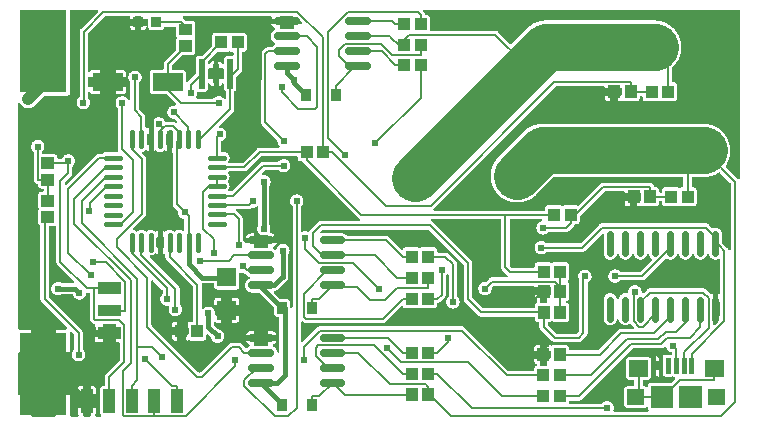
<source format=gbl>
G04 Layer: BottomLayer*
G04 EasyEDA v6.1.51, Thu, 11 Jul 2019 05:23:43 GMT*
G04 97ee957230b044f1988730904329927e,674c0623d3a246009f606e19fc16e94a,10*
G04 Gerber Generator version 0.2*
G04 Scale: 100 percent, Rotated: No, Reflected: No *
G04 Dimensions in millimeters *
G04 leading zeros omitted , absolute positions ,3 integer and 3 decimal *
%FSLAX33Y33*%
%MOMM*%
G90*
G71D02*

%ADD11C,3.999992*%
%ADD12C,0.200000*%
%ADD13C,0.399999*%
%ADD15C,0.999998*%
%ADD17C,0.599999*%
%ADD18C,1.799996*%
%ADD19C,0.620014*%
%ADD20C,0.619760*%
%ADD21R,3.999992X7.000011*%
%ADD25R,0.999998X1.099998*%
%ADD30R,0.810260X0.810260*%
%ADD31C,0.699999*%
%ADD32C,0.450012*%
%ADD42R,0.999998X1.999996*%

%LPD*%
G36*
G01X6954Y34731D02*
G01X4770Y34731D01*
G01X4755Y34730D01*
G01X4741Y34727D01*
G01X4727Y34722D01*
G01X4715Y34715D01*
G01X4703Y34707D01*
G01X4693Y34696D01*
G01X4684Y34685D01*
G01X4677Y34672D01*
G01X4672Y34658D01*
G01X4669Y34644D01*
G01X4668Y34630D01*
G01X4668Y27691D01*
G01X4667Y27667D01*
G01X4664Y27643D01*
G01X4658Y27620D01*
G01X4651Y27598D01*
G01X4641Y27576D01*
G01X4630Y27556D01*
G01X4616Y27536D01*
G01X4601Y27518D01*
G01X4584Y27501D01*
G01X4566Y27486D01*
G01X4547Y27472D01*
G01X4526Y27461D01*
G01X4504Y27451D01*
G01X4482Y27444D01*
G01X4459Y27438D01*
G01X4435Y27435D01*
G01X4411Y27434D01*
G01X2562Y27434D01*
G01X2546Y27433D01*
G01X2530Y27429D01*
G01X2516Y27423D01*
G01X2502Y27415D01*
G01X2490Y27404D01*
G01X1677Y26592D01*
G01X1649Y26564D01*
G01X1619Y26539D01*
G01X1587Y26515D01*
G01X1555Y26492D01*
G01X1521Y26472D01*
G01X1486Y26453D01*
G01X1450Y26436D01*
G01X1414Y26420D01*
G01X1376Y26407D01*
G01X1338Y26396D01*
G01X1300Y26387D01*
G01X1261Y26379D01*
G01X1222Y26374D01*
G01X1182Y26371D01*
G01X1143Y26370D01*
G01X1102Y26371D01*
G01X1062Y26374D01*
G01X1022Y26380D01*
G01X982Y26387D01*
G01X943Y26397D01*
G01X905Y26409D01*
G01X867Y26422D01*
G01X830Y26438D01*
G01X793Y26456D01*
G01X758Y26475D01*
G01X724Y26497D01*
G01X691Y26520D01*
G01X659Y26545D01*
G01X629Y26571D01*
G01X600Y26599D01*
G01X573Y26629D01*
G01X547Y26660D01*
G01X523Y26692D01*
G01X501Y26726D01*
G01X480Y26761D01*
G01X462Y26797D01*
G01X454Y26811D01*
G01X443Y26823D01*
G01X431Y26834D01*
G01X417Y26842D01*
G01X402Y26849D01*
G01X387Y26853D01*
G01X370Y26854D01*
G01X356Y26853D01*
G01X342Y26850D01*
G01X328Y26845D01*
G01X315Y26838D01*
G01X304Y26829D01*
G01X294Y26819D01*
G01X285Y26807D01*
G01X278Y26795D01*
G01X273Y26781D01*
G01X270Y26767D01*
G01X269Y26752D01*
G01X269Y7741D01*
G01X270Y7727D01*
G01X273Y7713D01*
G01X278Y7699D01*
G01X285Y7686D01*
G01X294Y7675D01*
G01X304Y7665D01*
G01X315Y7656D01*
G01X328Y7649D01*
G01X342Y7644D01*
G01X356Y7641D01*
G01X370Y7640D01*
G01X383Y7640D01*
G01X414Y7642D01*
G01X1350Y7642D01*
G01X1350Y5699D01*
G01X370Y5699D01*
G01X356Y5698D01*
G01X342Y5695D01*
G01X328Y5690D01*
G01X315Y5683D01*
G01X304Y5674D01*
G01X294Y5664D01*
G01X285Y5653D01*
G01X278Y5640D01*
G01X273Y5626D01*
G01X270Y5612D01*
G01X269Y5598D01*
G01X269Y2174D01*
G01X270Y2159D01*
G01X273Y2145D01*
G01X278Y2132D01*
G01X285Y2119D01*
G01X294Y2107D01*
G01X304Y2097D01*
G01X315Y2088D01*
G01X328Y2081D01*
G01X342Y2076D01*
G01X356Y2073D01*
G01X370Y2072D01*
G01X1350Y2072D01*
G01X1350Y370D01*
G01X1351Y356D01*
G01X1354Y342D01*
G01X1359Y328D01*
G01X1366Y315D01*
G01X1374Y304D01*
G01X1385Y294D01*
G01X1396Y285D01*
G01X1409Y278D01*
G01X1422Y273D01*
G01X1437Y270D01*
G01X1451Y269D01*
G01X3374Y269D01*
G01X3388Y270D01*
G01X3403Y273D01*
G01X3416Y278D01*
G01X3429Y285D01*
G01X3440Y294D01*
G01X3451Y304D01*
G01X3459Y315D01*
G01X3466Y328D01*
G01X3471Y342D01*
G01X3474Y356D01*
G01X3475Y370D01*
G01X3475Y2072D01*
G01X4668Y2072D01*
G01X4668Y370D01*
G01X4669Y356D01*
G01X4672Y342D01*
G01X4677Y328D01*
G01X4684Y315D01*
G01X4693Y304D01*
G01X4703Y294D01*
G01X4714Y285D01*
G01X4727Y278D01*
G01X4741Y273D01*
G01X4755Y270D01*
G01X4769Y269D01*
G01X5319Y269D01*
G01X5334Y270D01*
G01X5348Y273D01*
G01X5362Y278D01*
G01X5374Y285D01*
G01X5386Y294D01*
G01X5396Y304D01*
G01X5405Y315D01*
G01X5412Y328D01*
G01X5417Y342D01*
G01X5420Y356D01*
G01X5421Y370D01*
G01X5420Y388D01*
G01X5415Y405D01*
G01X5408Y421D01*
G01X5398Y435D01*
G01X5382Y455D01*
G01X5369Y477D01*
G01X5358Y500D01*
G01X5350Y524D01*
G01X5344Y549D01*
G01X5340Y574D01*
G01X5339Y599D01*
G01X5339Y1036D01*
G01X5782Y1036D01*
G01X5782Y370D01*
G01X5783Y356D01*
G01X5786Y342D01*
G01X5791Y328D01*
G01X5798Y315D01*
G01X5807Y304D01*
G01X5817Y294D01*
G01X5828Y285D01*
G01X5841Y278D01*
G01X5855Y273D01*
G01X5869Y270D01*
G01X5883Y269D01*
G01X6308Y269D01*
G01X6322Y270D01*
G01X6336Y273D01*
G01X6350Y278D01*
G01X6363Y285D01*
G01X6374Y294D01*
G01X6384Y304D01*
G01X6393Y315D01*
G01X6400Y328D01*
G01X6405Y342D01*
G01X6408Y356D01*
G01X6409Y370D01*
G01X6409Y1036D01*
G01X6852Y1036D01*
G01X6852Y599D01*
G01X6851Y574D01*
G01X6847Y549D01*
G01X6841Y524D01*
G01X6833Y500D01*
G01X6822Y477D01*
G01X6809Y455D01*
G01X6793Y435D01*
G01X6783Y421D01*
G01X6776Y405D01*
G01X6771Y388D01*
G01X6770Y370D01*
G01X6771Y356D01*
G01X6774Y342D01*
G01X6779Y328D01*
G01X6786Y315D01*
G01X6795Y304D01*
G01X6805Y294D01*
G01X6817Y285D01*
G01X6829Y278D01*
G01X6843Y273D01*
G01X6857Y270D01*
G01X6872Y269D01*
G01X7224Y269D01*
G01X7239Y270D01*
G01X7253Y273D01*
G01X7267Y278D01*
G01X7279Y285D01*
G01X7291Y294D01*
G01X7301Y304D01*
G01X7310Y315D01*
G01X7317Y328D01*
G01X7322Y342D01*
G01X7325Y356D01*
G01X7326Y370D01*
G01X7325Y388D01*
G01X7320Y405D01*
G01X7313Y421D01*
G01X7303Y435D01*
G01X7287Y455D01*
G01X7274Y477D01*
G01X7263Y500D01*
G01X7255Y524D01*
G01X7249Y549D01*
G01X7245Y574D01*
G01X7244Y599D01*
G01X7244Y2600D01*
G01X7245Y2624D01*
G01X7248Y2648D01*
G01X7253Y2671D01*
G01X7261Y2693D01*
G01X7270Y2715D01*
G01X7282Y2736D01*
G01X7295Y2755D01*
G01X7311Y2773D01*
G01X7327Y2790D01*
G01X7346Y2805D01*
G01X7365Y2819D01*
G01X7386Y2830D01*
G01X7407Y2840D01*
G01X7430Y2847D01*
G01X7453Y2853D01*
G01X7476Y2856D01*
G01X7500Y2857D01*
G01X7542Y2857D01*
G01X7557Y2858D01*
G01X7571Y2861D01*
G01X7585Y2866D01*
G01X7597Y2873D01*
G01X7609Y2882D01*
G01X7619Y2892D01*
G01X7628Y2904D01*
G01X7635Y2916D01*
G01X7640Y2930D01*
G01X7643Y2944D01*
G01X7644Y2959D01*
G01X7644Y3622D01*
G01X7645Y3650D01*
G01X7648Y3677D01*
G01X7654Y3705D01*
G01X7661Y3732D01*
G01X7671Y3758D01*
G01X7683Y3783D01*
G01X7696Y3808D01*
G01X7712Y3831D01*
G01X7729Y3853D01*
G01X7748Y3874D01*
G01X8877Y5002D01*
G01X8887Y5014D01*
G01X8895Y5028D01*
G01X8901Y5042D01*
G01X8905Y5058D01*
G01X8906Y5074D01*
G01X8906Y6456D01*
G01X8905Y6471D01*
G01X8902Y6485D01*
G01X8897Y6498D01*
G01X8890Y6511D01*
G01X8882Y6523D01*
G01X8871Y6533D01*
G01X8860Y6542D01*
G01X8847Y6549D01*
G01X8833Y6554D01*
G01X8819Y6557D01*
G01X8805Y6558D01*
G01X8564Y6558D01*
G01X8564Y7001D01*
G01X8805Y7001D01*
G01X8819Y7002D01*
G01X8833Y7005D01*
G01X8847Y7010D01*
G01X8860Y7017D01*
G01X8871Y7026D01*
G01X8882Y7036D01*
G01X8890Y7048D01*
G01X8897Y7060D01*
G01X8902Y7074D01*
G01X8905Y7088D01*
G01X8906Y7103D01*
G01X8906Y7527D01*
G01X8905Y7541D01*
G01X8902Y7555D01*
G01X8897Y7569D01*
G01X8890Y7582D01*
G01X8882Y7593D01*
G01X8871Y7604D01*
G01X8860Y7612D01*
G01X8847Y7619D01*
G01X8833Y7624D01*
G01X8819Y7627D01*
G01X8805Y7628D01*
G01X8564Y7628D01*
G01X8564Y8000D01*
G01X8563Y8014D01*
G01X8560Y8028D01*
G01X8555Y8042D01*
G01X8548Y8054D01*
G01X8540Y8066D01*
G01X8529Y8076D01*
G01X8518Y8085D01*
G01X8505Y8092D01*
G01X8491Y8097D01*
G01X8477Y8100D01*
G01X8463Y8101D01*
G01X7538Y8101D01*
G01X7524Y8100D01*
G01X7510Y8097D01*
G01X7496Y8092D01*
G01X7483Y8085D01*
G01X7472Y8076D01*
G01X7461Y8066D01*
G01X7453Y8054D01*
G01X7446Y8042D01*
G01X7441Y8028D01*
G01X7438Y8014D01*
G01X7437Y8000D01*
G01X7437Y7628D01*
G01X6743Y7628D01*
G01X6743Y7815D01*
G01X6744Y7839D01*
G01X6748Y7863D01*
G01X6753Y7887D01*
G01X6761Y7910D01*
G01X6771Y7932D01*
G01X6783Y7953D01*
G01X6790Y7966D01*
G01X6795Y7979D01*
G01X6798Y7993D01*
G01X6799Y8008D01*
G01X6798Y8023D01*
G01X6795Y8038D01*
G01X6789Y8053D01*
G01X6781Y8066D01*
G01X6771Y8078D01*
G01X6759Y8089D01*
G01X6746Y8097D01*
G01X6732Y8103D01*
G01X6717Y8108D01*
G01X6689Y8114D01*
G01X6661Y8123D01*
G01X6634Y8134D01*
G01X6609Y8147D01*
G01X6584Y8162D01*
G01X6561Y8180D01*
G01X6539Y8198D01*
G01X6493Y8242D01*
G01X6473Y8262D01*
G01X6455Y8285D01*
G01X6438Y8309D01*
G01X6423Y8334D01*
G01X6411Y8360D01*
G01X6400Y8387D01*
G01X6392Y8415D01*
G01X6386Y8443D01*
G01X6383Y8472D01*
G01X6382Y8501D01*
G01X6382Y10667D01*
G01X6381Y10681D01*
G01X6377Y10695D01*
G01X6372Y10709D01*
G01X6365Y10721D01*
G01X6357Y10733D01*
G01X6347Y10743D01*
G01X6335Y10752D01*
G01X6322Y10759D01*
G01X6309Y10764D01*
G01X6294Y10767D01*
G01X6280Y10768D01*
G01X6120Y10768D01*
G01X6105Y10767D01*
G01X6091Y10764D01*
G01X6077Y10759D01*
G01X6064Y10752D01*
G01X6052Y10743D01*
G01X6042Y10732D01*
G01X6034Y10720D01*
G01X6027Y10707D01*
G01X6022Y10693D01*
G01X6019Y10679D01*
G01X6014Y10645D01*
G01X6007Y10611D01*
G01X5998Y10578D01*
G01X5987Y10546D01*
G01X5974Y10514D01*
G01X5959Y10483D01*
G01X5942Y10453D01*
G01X5924Y10424D01*
G01X5903Y10396D01*
G01X5881Y10370D01*
G01X5858Y10345D01*
G01X5833Y10321D01*
G01X5807Y10299D01*
G01X5779Y10279D01*
G01X5750Y10260D01*
G01X5720Y10243D01*
G01X5690Y10228D01*
G01X5658Y10215D01*
G01X5625Y10204D01*
G01X5592Y10195D01*
G01X5559Y10187D01*
G01X5525Y10182D01*
G01X5491Y10179D01*
G01X5456Y10178D01*
G01X5422Y10179D01*
G01X5388Y10182D01*
G01X5354Y10187D01*
G01X5321Y10195D01*
G01X5288Y10204D01*
G01X5256Y10215D01*
G01X5224Y10228D01*
G01X5193Y10243D01*
G01X5164Y10260D01*
G01X5135Y10278D01*
G01X5107Y10298D01*
G01X5081Y10320D01*
G01X5056Y10344D01*
G01X5033Y10369D01*
G01X5011Y10395D01*
G01X4991Y10422D01*
G01X4972Y10451D01*
G01X4955Y10481D01*
G01X4940Y10511D01*
G01X4927Y10543D01*
G01X4916Y10575D01*
G01X4910Y10590D01*
G01X4902Y10604D01*
G01X4891Y10616D01*
G01X4879Y10627D01*
G01X4865Y10635D01*
G01X4850Y10642D01*
G01X4835Y10645D01*
G01X4819Y10647D01*
G01X4016Y10647D01*
G01X4001Y10645D01*
G01X3987Y10642D01*
G01X3973Y10637D01*
G01X3960Y10630D01*
G01X3929Y10611D01*
G01X3896Y10594D01*
G01X3863Y10579D01*
G01X3828Y10566D01*
G01X3793Y10555D01*
G01X3758Y10547D01*
G01X3722Y10541D01*
G01X3685Y10538D01*
G01X3648Y10537D01*
G01X3614Y10538D01*
G01X3580Y10541D01*
G01X3546Y10546D01*
G01X3513Y10553D01*
G01X3480Y10562D01*
G01X3448Y10573D01*
G01X3416Y10586D01*
G01X3385Y10601D01*
G01X3355Y10618D01*
G01X3327Y10637D01*
G01X3299Y10657D01*
G01X3273Y10679D01*
G01X3248Y10703D01*
G01X3224Y10727D01*
G01X3202Y10754D01*
G01X3182Y10781D01*
G01X3164Y10810D01*
G01X3147Y10840D01*
G01X3132Y10871D01*
G01X3119Y10902D01*
G01X3108Y10935D01*
G01X3098Y10968D01*
G01X3091Y11001D01*
G01X3086Y11035D01*
G01X3083Y11069D01*
G01X3082Y11103D01*
G01X3083Y11137D01*
G01X3086Y11171D01*
G01X3091Y11205D01*
G01X3098Y11239D01*
G01X3108Y11272D01*
G01X3119Y11304D01*
G01X3132Y11336D01*
G01X3147Y11366D01*
G01X3164Y11396D01*
G01X3182Y11425D01*
G01X3202Y11453D01*
G01X3224Y11479D01*
G01X3248Y11504D01*
G01X3273Y11527D01*
G01X3299Y11549D01*
G01X3327Y11569D01*
G01X3355Y11588D01*
G01X3385Y11605D01*
G01X3416Y11620D01*
G01X3448Y11633D01*
G01X3480Y11644D01*
G01X3513Y11653D01*
G01X3546Y11660D01*
G01X3580Y11666D01*
G01X3614Y11669D01*
G01X3648Y11670D01*
G01X3685Y11668D01*
G01X3722Y11665D01*
G01X3758Y11659D01*
G01X3793Y11651D01*
G01X3828Y11640D01*
G01X3863Y11628D01*
G01X3896Y11613D01*
G01X3929Y11596D01*
G01X3960Y11576D01*
G01X3973Y11569D01*
G01X3987Y11564D01*
G01X4001Y11561D01*
G01X4016Y11560D01*
G01X4941Y11560D01*
G01X4956Y11561D01*
G01X4970Y11564D01*
G01X4984Y11569D01*
G01X4996Y11576D01*
G01X5008Y11584D01*
G01X5018Y11595D01*
G01X5027Y11606D01*
G01X5034Y11619D01*
G01X5039Y11633D01*
G01X5042Y11647D01*
G01X5043Y11661D01*
G01X5042Y11677D01*
G01X5038Y11693D01*
G01X5032Y11708D01*
G01X5023Y11721D01*
G01X5013Y11733D01*
G01X3604Y13130D01*
G01X3585Y13150D01*
G01X3568Y13172D01*
G01X3552Y13196D01*
G01X3538Y13220D01*
G01X3526Y13246D01*
G01X3516Y13272D01*
G01X3509Y13299D01*
G01X3503Y13327D01*
G01X3500Y13355D01*
G01X3499Y13383D01*
G01X3499Y16303D01*
G01X3498Y16317D01*
G01X3495Y16331D01*
G01X3489Y16345D01*
G01X3483Y16357D01*
G01X3474Y16369D01*
G01X3464Y16379D01*
G01X3452Y16388D01*
G01X3439Y16395D01*
G01X3426Y16400D01*
G01X3412Y16403D01*
G01X3397Y16404D01*
G01X3382Y16403D01*
G01X3345Y16400D01*
G01X2975Y16400D01*
G01X2960Y16399D01*
G01X2946Y16396D01*
G01X2933Y16391D01*
G01X2920Y16384D01*
G01X2908Y16375D01*
G01X2898Y16365D01*
G01X2889Y16354D01*
G01X2882Y16341D01*
G01X2877Y16327D01*
G01X2874Y16313D01*
G01X2873Y16299D01*
G01X2873Y10415D01*
G01X2874Y10399D01*
G01X2878Y10384D01*
G01X2884Y10369D01*
G01X2893Y10356D01*
G01X2903Y10343D01*
G01X5641Y7605D01*
G01X5660Y7584D01*
G01X5678Y7562D01*
G01X5693Y7539D01*
G01X5707Y7515D01*
G01X5719Y7489D01*
G01X5728Y7463D01*
G01X5736Y7436D01*
G01X5742Y7409D01*
G01X5745Y7381D01*
G01X5746Y7353D01*
G01X5746Y6008D01*
G01X5747Y5991D01*
G01X5751Y5975D01*
G01X5758Y5960D01*
G01X5767Y5946D01*
G01X5778Y5934D01*
G01X5803Y5909D01*
G01X5826Y5882D01*
G01X5848Y5854D01*
G01X5868Y5825D01*
G01X5886Y5794D01*
G01X5902Y5762D01*
G01X5916Y5730D01*
G01X5928Y5696D01*
G01X5938Y5662D01*
G01X5946Y5627D01*
G01X5951Y5592D01*
G01X5955Y5557D01*
G01X5956Y5521D01*
G01X5955Y5487D01*
G01X5952Y5453D01*
G01X5947Y5419D01*
G01X5939Y5386D01*
G01X5930Y5353D01*
G01X5919Y5321D01*
G01X5906Y5289D01*
G01X5891Y5258D01*
G01X5874Y5228D01*
G01X5856Y5200D01*
G01X5835Y5172D01*
G01X5813Y5146D01*
G01X5790Y5121D01*
G01X5765Y5097D01*
G01X5739Y5075D01*
G01X5711Y5055D01*
G01X5682Y5037D01*
G01X5653Y5020D01*
G01X5622Y5005D01*
G01X5590Y4992D01*
G01X5558Y4981D01*
G01X5525Y4971D01*
G01X5492Y4964D01*
G01X5458Y4959D01*
G01X5424Y4956D01*
G01X5389Y4955D01*
G01X5354Y4956D01*
G01X5319Y4959D01*
G01X5284Y4965D01*
G01X5249Y4973D01*
G01X5215Y4982D01*
G01X5182Y4994D01*
G01X5149Y5008D01*
G01X5118Y5024D01*
G01X5087Y5042D01*
G01X5058Y5062D01*
G01X5030Y5084D01*
G01X5003Y5107D01*
G01X4978Y5132D01*
G01X4954Y5158D01*
G01X4933Y5186D01*
G01X4913Y5216D01*
G01X4894Y5246D01*
G01X4878Y5277D01*
G01X4864Y5310D01*
G01X4851Y5344D01*
G01X4841Y5378D01*
G01X4833Y5414D01*
G01X4827Y5449D01*
G01X4824Y5485D01*
G01X4823Y5521D01*
G01X4827Y5586D01*
G01X4827Y5598D01*
G01X4826Y5614D01*
G01X4822Y5631D01*
G01X4815Y5646D01*
G01X4806Y5660D01*
G01X4794Y5673D01*
G01X4809Y5678D01*
G01X4824Y5685D01*
G01X4836Y5694D01*
G01X4848Y5706D01*
G01X4857Y5719D01*
G01X4864Y5733D01*
G01X4878Y5765D01*
G01X4894Y5796D01*
G01X4912Y5826D01*
G01X4932Y5855D01*
G01X4953Y5883D01*
G01X4976Y5909D01*
G01X5001Y5934D01*
G01X5012Y5946D01*
G01X5021Y5960D01*
G01X5027Y5975D01*
G01X5031Y5991D01*
G01X5033Y6008D01*
G01X5033Y7163D01*
G01X5032Y7179D01*
G01X5028Y7194D01*
G01X5022Y7209D01*
G01X5013Y7223D01*
G01X5003Y7235D01*
G01X4841Y7396D01*
G01X4829Y7407D01*
G01X4816Y7415D01*
G01X4801Y7421D01*
G01X4786Y7425D01*
G01X4770Y7426D01*
G01X4755Y7425D01*
G01X4741Y7422D01*
G01X4727Y7417D01*
G01X4715Y7410D01*
G01X4703Y7401D01*
G01X4693Y7391D01*
G01X4684Y7380D01*
G01X4677Y7367D01*
G01X4672Y7353D01*
G01X4669Y7339D01*
G01X4668Y7325D01*
G01X4668Y5771D01*
G01X4669Y5755D01*
G01X4673Y5740D01*
G01X4679Y5725D01*
G01X4687Y5711D01*
G01X4698Y5699D01*
G01X3475Y5699D01*
G01X3475Y7642D01*
G01X4350Y7642D01*
G01X4365Y7643D01*
G01X4379Y7646D01*
G01X4393Y7652D01*
G01X4405Y7658D01*
G01X4417Y7667D01*
G01X4427Y7677D01*
G01X4436Y7689D01*
G01X4443Y7702D01*
G01X4448Y7715D01*
G01X4451Y7730D01*
G01X4452Y7744D01*
G01X4451Y7760D01*
G01X4447Y7775D01*
G01X4441Y7790D01*
G01X4433Y7804D01*
G01X4422Y7816D01*
G01X2265Y9973D01*
G01X2246Y9994D01*
G01X2228Y10016D01*
G01X2213Y10039D01*
G01X2199Y10064D01*
G01X2187Y10089D01*
G01X2178Y10115D01*
G01X2170Y10142D01*
G01X2164Y10170D01*
G01X2161Y10198D01*
G01X2160Y10226D01*
G01X2160Y16349D01*
G01X2159Y16364D01*
G01X2156Y16379D01*
G01X2150Y16393D01*
G01X2143Y16406D01*
G01X2134Y16418D01*
G01X2123Y16428D01*
G01X2111Y16437D01*
G01X2091Y16450D01*
G01X2072Y16465D01*
G01X2055Y16482D01*
G01X2039Y16500D01*
G01X2025Y16520D01*
G01X2013Y16541D01*
G01X2004Y16563D01*
G01X1996Y16586D01*
G01X1990Y16609D01*
G01X1987Y16633D01*
G01X1986Y16657D01*
G01X1986Y17655D01*
G01X1987Y17680D01*
G01X1991Y17706D01*
G01X1997Y17730D01*
G01X2006Y17754D01*
G01X2017Y17777D01*
G01X2030Y17799D01*
G01X2037Y17812D01*
G01X2043Y17826D01*
G01X2046Y17841D01*
G01X2047Y17856D01*
G01X2046Y17871D01*
G01X2043Y17885D01*
G01X2037Y17900D01*
G01X2030Y17913D01*
G01X2017Y17934D01*
G01X2006Y17957D01*
G01X1997Y17981D01*
G01X1991Y18006D01*
G01X1987Y18031D01*
G01X1986Y18056D01*
G01X1986Y19055D01*
G01X1987Y19078D01*
G01X1990Y19102D01*
G01X1996Y19125D01*
G01X2003Y19147D01*
G01X2013Y19169D01*
G01X2024Y19190D01*
G01X2038Y19209D01*
G01X2053Y19227D01*
G01X2069Y19244D01*
G01X2088Y19259D01*
G01X2107Y19273D01*
G01X2128Y19284D01*
G01X2150Y19294D01*
G01X2172Y19301D01*
G01X2195Y19307D01*
G01X2219Y19310D01*
G01X2242Y19311D01*
G01X2335Y19311D01*
G01X2350Y19312D01*
G01X2364Y19315D01*
G01X2378Y19320D01*
G01X2390Y19327D01*
G01X2402Y19336D01*
G01X2412Y19346D01*
G01X2421Y19358D01*
G01X2428Y19371D01*
G01X2433Y19384D01*
G01X2436Y19398D01*
G01X2437Y19413D01*
G01X2437Y19474D01*
G01X2436Y19488D01*
G01X2433Y19502D01*
G01X2428Y19516D01*
G01X2421Y19529D01*
G01X2412Y19540D01*
G01X2402Y19550D01*
G01X2390Y19559D01*
G01X2378Y19566D01*
G01X2364Y19571D01*
G01X2350Y19574D01*
G01X2335Y19575D01*
G01X2242Y19575D01*
G01X2219Y19576D01*
G01X2195Y19580D01*
G01X2172Y19585D01*
G01X2150Y19593D01*
G01X2128Y19602D01*
G01X2107Y19614D01*
G01X2088Y19627D01*
G01X2069Y19642D01*
G01X2053Y19659D01*
G01X2038Y19677D01*
G01X2024Y19697D01*
G01X2013Y19717D01*
G01X2003Y19739D01*
G01X1996Y19762D01*
G01X1990Y19785D01*
G01X1987Y19808D01*
G01X1986Y19832D01*
G01X1986Y19882D01*
G01X1985Y19897D01*
G01X1981Y19912D01*
G01X1976Y19926D01*
G01X1968Y19939D01*
G01X1958Y19951D01*
G01X1947Y19962D01*
G01X1934Y19970D01*
G01X1920Y19977D01*
G01X1906Y19981D01*
G01X1877Y19988D01*
G01X1850Y19998D01*
G01X1823Y20010D01*
G01X1797Y20024D01*
G01X1773Y20040D01*
G01X1750Y20058D01*
G01X1729Y20078D01*
G01X1684Y20122D01*
G01X1665Y20142D01*
G01X1648Y20164D01*
G01X1632Y20188D01*
G01X1619Y20212D01*
G01X1607Y20237D01*
G01X1597Y20264D01*
G01X1590Y20291D01*
G01X1584Y20318D01*
G01X1581Y20346D01*
G01X1580Y20374D01*
G01X1580Y22649D01*
G01X1579Y22665D01*
G01X1575Y22681D01*
G01X1568Y22696D01*
G01X1559Y22710D01*
G01X1548Y22722D01*
G01X1523Y22748D01*
G01X1500Y22774D01*
G01X1478Y22802D01*
G01X1458Y22832D01*
G01X1441Y22862D01*
G01X1425Y22894D01*
G01X1411Y22926D01*
G01X1399Y22960D01*
G01X1389Y22994D01*
G01X1381Y23028D01*
G01X1376Y23063D01*
G01X1372Y23098D01*
G01X1371Y23134D01*
G01X1372Y23168D01*
G01X1375Y23202D01*
G01X1380Y23236D01*
G01X1388Y23269D01*
G01X1397Y23302D01*
G01X1408Y23335D01*
G01X1421Y23366D01*
G01X1436Y23397D01*
G01X1453Y23427D01*
G01X1471Y23456D01*
G01X1492Y23483D01*
G01X1514Y23509D01*
G01X1537Y23534D01*
G01X1562Y23558D01*
G01X1588Y23580D01*
G01X1616Y23600D01*
G01X1644Y23619D01*
G01X1674Y23635D01*
G01X1705Y23650D01*
G01X1737Y23663D01*
G01X1769Y23675D01*
G01X1802Y23684D01*
G01X1835Y23691D01*
G01X1869Y23696D01*
G01X1903Y23699D01*
G01X1938Y23700D01*
G01X1972Y23699D01*
G01X2006Y23696D01*
G01X2040Y23691D01*
G01X2073Y23684D01*
G01X2106Y23675D01*
G01X2138Y23663D01*
G01X2170Y23650D01*
G01X2201Y23635D01*
G01X2231Y23619D01*
G01X2259Y23600D01*
G01X2287Y23580D01*
G01X2313Y23558D01*
G01X2338Y23534D01*
G01X2361Y23509D01*
G01X2383Y23483D01*
G01X2404Y23456D01*
G01X2422Y23427D01*
G01X2439Y23397D01*
G01X2454Y23366D01*
G01X2467Y23335D01*
G01X2478Y23302D01*
G01X2487Y23269D01*
G01X2495Y23236D01*
G01X2500Y23202D01*
G01X2503Y23168D01*
G01X2504Y23134D01*
G01X2503Y23098D01*
G01X2499Y23063D01*
G01X2494Y23028D01*
G01X2486Y22993D01*
G01X2476Y22959D01*
G01X2464Y22925D01*
G01X2450Y22893D01*
G01X2434Y22861D01*
G01X2416Y22830D01*
G01X2396Y22801D01*
G01X2374Y22773D01*
G01X2350Y22746D01*
G01X2325Y22721D01*
G01X2314Y22708D01*
G01X2305Y22695D01*
G01X2298Y22679D01*
G01X2294Y22663D01*
G01X2293Y22647D01*
G01X2293Y22588D01*
G01X2294Y22573D01*
G01X2297Y22559D01*
G01X2302Y22546D01*
G01X2309Y22533D01*
G01X2318Y22521D01*
G01X2328Y22511D01*
G01X2340Y22502D01*
G01X2352Y22495D01*
G01X2366Y22490D01*
G01X2380Y22487D01*
G01X2395Y22486D01*
G01X3345Y22486D01*
G01X3368Y22485D01*
G01X3392Y22482D01*
G01X3415Y22476D01*
G01X3437Y22469D01*
G01X3459Y22459D01*
G01X3480Y22448D01*
G01X3499Y22434D01*
G01X3518Y22419D01*
G01X3534Y22402D01*
G01X3549Y22384D01*
G01X3563Y22365D01*
G01X3574Y22344D01*
G01X3584Y22322D01*
G01X3591Y22300D01*
G01X3597Y22277D01*
G01X3600Y22253D01*
G01X3601Y22230D01*
G01X3601Y22187D01*
G01X3602Y22173D01*
G01X3605Y22159D01*
G01X3610Y22145D01*
G01X3617Y22132D01*
G01X3626Y22121D01*
G01X3636Y22111D01*
G01X3648Y22102D01*
G01X3661Y22095D01*
G01X3674Y22090D01*
G01X3688Y22087D01*
G01X3703Y22086D01*
G01X3913Y22086D01*
G01X3927Y22087D01*
G01X3942Y22090D01*
G01X3955Y22095D01*
G01X3968Y22102D01*
G01X3980Y22111D01*
G01X3990Y22121D01*
G01X3998Y22132D01*
G01X4005Y22145D01*
G01X4021Y22176D01*
G01X4037Y22205D01*
G01X4056Y22234D01*
G01X4076Y22261D01*
G01X4098Y22287D01*
G01X4122Y22312D01*
G01X4147Y22335D01*
G01X4173Y22357D01*
G01X4200Y22377D01*
G01X4229Y22395D01*
G01X4259Y22412D01*
G01X4289Y22427D01*
G01X4321Y22440D01*
G01X4353Y22451D01*
G01X4386Y22460D01*
G01X4419Y22467D01*
G01X4453Y22472D01*
G01X4487Y22475D01*
G01X4521Y22476D01*
G01X4555Y22475D01*
G01X4589Y22472D01*
G01X4623Y22467D01*
G01X4656Y22460D01*
G01X4689Y22450D01*
G01X4722Y22439D01*
G01X4753Y22426D01*
G01X4784Y22411D01*
G01X4814Y22394D01*
G01X4843Y22376D01*
G01X4870Y22356D01*
G01X4896Y22334D01*
G01X4921Y22310D01*
G01X4945Y22285D01*
G01X4967Y22259D01*
G01X4987Y22231D01*
G01X5006Y22203D01*
G01X5022Y22173D01*
G01X5037Y22142D01*
G01X5050Y22110D01*
G01X5062Y22078D01*
G01X5071Y22045D01*
G01X5078Y22012D01*
G01X5083Y21978D01*
G01X5086Y21944D01*
G01X5087Y21910D01*
G01X5086Y21874D01*
G01X5083Y21839D01*
G01X5077Y21804D01*
G01X5070Y21769D01*
G01X5060Y21735D01*
G01X5048Y21701D01*
G01X5034Y21669D01*
G01X5017Y21637D01*
G01X4999Y21606D01*
G01X4979Y21577D01*
G01X4958Y21549D01*
G01X4934Y21522D01*
G01X4909Y21497D01*
G01X4898Y21485D01*
G01X4889Y21471D01*
G01X4883Y21456D01*
G01X4879Y21440D01*
G01X4877Y21423D01*
G01X4877Y20868D01*
G01X4876Y20840D01*
G01X4873Y20812D01*
G01X4867Y20785D01*
G01X4860Y20758D01*
G01X4850Y20731D01*
G01X4838Y20706D01*
G01X4824Y20681D01*
G01X4809Y20658D01*
G01X4791Y20636D01*
G01X4772Y20616D01*
G01X4242Y20087D01*
G01X4231Y20075D01*
G01X4223Y20061D01*
G01X4217Y20046D01*
G01X4213Y20031D01*
G01X4212Y20015D01*
G01X4212Y19980D01*
G01X4213Y19965D01*
G01X4216Y19951D01*
G01X4221Y19937D01*
G01X4228Y19925D01*
G01X4237Y19913D01*
G01X4247Y19903D01*
G01X4258Y19894D01*
G01X4271Y19887D01*
G01X4285Y19882D01*
G01X4299Y19879D01*
G01X4313Y19878D01*
G01X4329Y19879D01*
G01X4345Y19883D01*
G01X4359Y19889D01*
G01X4373Y19897D01*
G01X4385Y19908D01*
G01X6903Y22426D01*
G01X6924Y22445D01*
G01X6946Y22462D01*
G01X6969Y22478D01*
G01X6994Y22491D01*
G01X7019Y22503D01*
G01X7045Y22513D01*
G01X7072Y22520D01*
G01X7100Y22526D01*
G01X7127Y22529D01*
G01X7155Y22530D01*
G01X7370Y22530D01*
G01X7387Y22532D01*
G01X7403Y22536D01*
G01X7419Y22543D01*
G01X7433Y22552D01*
G01X7459Y22571D01*
G01X7486Y22588D01*
G01X7514Y22604D01*
G01X7543Y22617D01*
G01X7573Y22629D01*
G01X7604Y22638D01*
G01X7635Y22646D01*
G01X7667Y22651D01*
G01X7699Y22654D01*
G01X7731Y22655D01*
G01X8653Y22655D01*
G01X8668Y22656D01*
G01X8682Y22659D01*
G01X8696Y22664D01*
G01X8708Y22671D01*
G01X8720Y22680D01*
G01X8730Y22690D01*
G01X8739Y22702D01*
G01X8746Y22715D01*
G01X8751Y22728D01*
G01X8754Y22742D01*
G01X8755Y22757D01*
G01X8754Y22773D01*
G01X8750Y22789D01*
G01X8742Y22817D01*
G01X8736Y22845D01*
G01X8732Y22874D01*
G01X8731Y22903D01*
G01X8731Y26338D01*
G01X8730Y26354D01*
G01X8726Y26370D01*
G01X8719Y26385D01*
G01X8710Y26399D01*
G01X8699Y26411D01*
G01X8674Y26437D01*
G01X8651Y26463D01*
G01X8629Y26491D01*
G01X8609Y26521D01*
G01X8591Y26551D01*
G01X8575Y26583D01*
G01X8561Y26615D01*
G01X8549Y26649D01*
G01X8539Y26683D01*
G01X8532Y26717D01*
G01X8526Y26752D01*
G01X8523Y26788D01*
G01X8522Y26823D01*
G01X8523Y26857D01*
G01X8526Y26892D01*
G01X8531Y26925D01*
G01X8538Y26959D01*
G01X8548Y26992D01*
G01X8559Y27024D01*
G01X8572Y27056D01*
G01X8587Y27087D01*
G01X8604Y27117D01*
G01X8622Y27145D01*
G01X8643Y27173D01*
G01X8665Y27199D01*
G01X8688Y27224D01*
G01X8713Y27248D01*
G01X8739Y27270D01*
G01X8767Y27290D01*
G01X8796Y27308D01*
G01X8826Y27325D01*
G01X8857Y27340D01*
G01X8888Y27353D01*
G01X8921Y27364D01*
G01X8954Y27373D01*
G01X8987Y27381D01*
G01X9002Y27385D01*
G01X9017Y27391D01*
G01X9030Y27399D01*
G01X9042Y27410D01*
G01X9052Y27422D01*
G01X9060Y27435D01*
G01X9066Y27450D01*
G01X9069Y27465D01*
G01X9071Y27481D01*
G01X9070Y27495D01*
G01X9067Y27509D01*
G01X9061Y27523D01*
G01X9055Y27536D01*
G01X9046Y27547D01*
G01X9036Y27557D01*
G01X9024Y27566D01*
G01X9011Y27573D01*
G01X8998Y27578D01*
G01X8984Y27581D01*
G01X8969Y27582D01*
G01X8575Y27582D01*
G01X8575Y28156D01*
G01X9403Y28156D01*
G01X9403Y27839D01*
G01X9402Y27816D01*
G01X9399Y27793D01*
G01X9394Y27770D01*
G01X9386Y27748D01*
G01X9377Y27727D01*
G01X9366Y27706D01*
G01X9353Y27687D01*
G01X9339Y27669D01*
G01X9323Y27652D01*
G01X9305Y27637D01*
G01X9286Y27624D01*
G01X9266Y27612D01*
G01X9245Y27602D01*
G01X9224Y27594D01*
G01X9201Y27588D01*
G01X9178Y27584D01*
G01X9164Y27581D01*
G01X9150Y27576D01*
G01X9137Y27570D01*
G01X9125Y27561D01*
G01X9115Y27551D01*
G01X9106Y27539D01*
G01X9099Y27526D01*
G01X9094Y27512D01*
G01X9091Y27498D01*
G01X9090Y27483D01*
G01X9091Y27469D01*
G01X9094Y27455D01*
G01X9099Y27441D01*
G01X9105Y27429D01*
G01X9114Y27417D01*
G01X9124Y27407D01*
G01X9136Y27398D01*
G01X9148Y27391D01*
G01X9161Y27386D01*
G01X9176Y27383D01*
G01X9210Y27377D01*
G01X9244Y27368D01*
G01X9277Y27357D01*
G01X9310Y27345D01*
G01X9342Y27330D01*
G01X9373Y27313D01*
G01X9402Y27295D01*
G01X9431Y27274D01*
G01X9458Y27252D01*
G01X9484Y27229D01*
G01X9508Y27204D01*
G01X9531Y27177D01*
G01X9552Y27149D01*
G01X9571Y27120D01*
G01X9589Y27089D01*
G01X9597Y27076D01*
G01X9607Y27064D01*
G01X9619Y27054D01*
G01X9633Y27046D01*
G01X9647Y27040D01*
G01X9663Y27036D01*
G01X9678Y27035D01*
G01X9693Y27036D01*
G01X9707Y27039D01*
G01X9721Y27044D01*
G01X9733Y27051D01*
G01X9745Y27060D01*
G01X9755Y27070D01*
G01X9764Y27082D01*
G01X9771Y27095D01*
G01X9776Y27108D01*
G01X9779Y27122D01*
G01X9780Y27137D01*
G01X9780Y28538D01*
G01X9779Y28553D01*
G01X9775Y28568D01*
G01X9770Y28582D01*
G01X9762Y28596D01*
G01X9753Y28608D01*
G01X9729Y28634D01*
G01X9708Y28662D01*
G01X9688Y28691D01*
G01X9670Y28721D01*
G01X9654Y28753D01*
G01X9640Y28785D01*
G01X9629Y28818D01*
G01X9619Y28852D01*
G01X9611Y28886D01*
G01X9605Y28921D01*
G01X9602Y28951D01*
G01X9600Y28967D01*
G01X9595Y28982D01*
G01X9588Y28996D01*
G01X9578Y29009D01*
G01X9588Y29022D01*
G01X9596Y29036D01*
G01X9602Y29050D01*
G01X9605Y29066D01*
G01X9611Y29100D01*
G01X9618Y29133D01*
G01X9627Y29166D01*
G01X9639Y29198D01*
G01X9652Y29229D01*
G01X9667Y29260D01*
G01X9684Y29289D01*
G01X9703Y29318D01*
G01X9723Y29345D01*
G01X9745Y29371D01*
G01X9768Y29396D01*
G01X9793Y29419D01*
G01X9819Y29441D01*
G01X9847Y29461D01*
G01X9875Y29479D01*
G01X9905Y29496D01*
G01X9936Y29511D01*
G01X9967Y29524D01*
G01X9999Y29535D01*
G01X10032Y29544D01*
G01X10066Y29551D01*
G01X10099Y29556D01*
G01X10133Y29559D01*
G01X10167Y29560D01*
G01X10201Y29559D01*
G01X10235Y29556D01*
G01X10269Y29551D01*
G01X10303Y29544D01*
G01X10336Y29534D01*
G01X10368Y29523D01*
G01X10400Y29510D01*
G01X10430Y29495D01*
G01X10460Y29478D01*
G01X10489Y29460D01*
G01X10543Y29418D01*
G01X10568Y29394D01*
G01X10591Y29369D01*
G01X10613Y29343D01*
G01X10633Y29315D01*
G01X10652Y29287D01*
G01X10669Y29257D01*
G01X10684Y29226D01*
G01X10697Y29194D01*
G01X10708Y29162D01*
G01X10717Y29129D01*
G01X10724Y29096D01*
G01X10729Y29062D01*
G01X10733Y29028D01*
G01X10734Y28994D01*
G01X10732Y28958D01*
G01X10729Y28923D01*
G01X10724Y28888D01*
G01X10716Y28853D01*
G01X10706Y28819D01*
G01X10694Y28786D01*
G01X10680Y28753D01*
G01X10664Y28722D01*
G01X10646Y28691D01*
G01X10626Y28662D01*
G01X10604Y28634D01*
G01X10581Y28607D01*
G01X10556Y28582D01*
G01X10530Y28558D01*
G01X10519Y28548D01*
G01X10510Y28536D01*
G01X10503Y28523D01*
G01X10497Y28510D01*
G01X10494Y28495D01*
G01X10493Y28480D01*
G01X10493Y26385D01*
G01X10494Y26369D01*
G01X10498Y26353D01*
G01X10504Y26338D01*
G01X10512Y26325D01*
G01X10523Y26313D01*
G01X10948Y25888D01*
G01X10967Y25867D01*
G01X10984Y25845D01*
G01X10999Y25822D01*
G01X11013Y25798D01*
G01X11025Y25772D01*
G01X11035Y25746D01*
G01X11042Y25719D01*
G01X11048Y25692D01*
G01X11051Y25664D01*
G01X11052Y25636D01*
G01X11052Y24821D01*
G01X11053Y24806D01*
G01X11056Y24792D01*
G01X11061Y24779D01*
G01X11068Y24766D01*
G01X11077Y24754D01*
G01X11087Y24744D01*
G01X11099Y24735D01*
G01X11111Y24728D01*
G01X11125Y24723D01*
G01X11139Y24720D01*
G01X11154Y24719D01*
G01X11169Y24721D01*
G01X11185Y24724D01*
G01X11200Y24730D01*
G01X11213Y24739D01*
G01X11247Y24761D01*
G01X11282Y24780D01*
G01X11320Y24797D01*
G01X11320Y24219D01*
G01X11279Y24219D01*
G01X11264Y24218D01*
G01X11250Y24215D01*
G01X11236Y24210D01*
G01X11224Y24203D01*
G01X11212Y24194D01*
G01X11202Y24184D01*
G01X11193Y24172D01*
G01X11186Y24160D01*
G01X11181Y24146D01*
G01X11178Y24132D01*
G01X11177Y24117D01*
G01X11177Y23380D01*
G01X11178Y23365D01*
G01X11181Y23351D01*
G01X11186Y23337D01*
G01X11193Y23325D01*
G01X11202Y23313D01*
G01X11212Y23303D01*
G01X11224Y23294D01*
G01X11236Y23287D01*
G01X11250Y23282D01*
G01X11264Y23279D01*
G01X11279Y23278D01*
G01X11320Y23278D01*
G01X11320Y22700D01*
G01X11286Y22715D01*
G01X11253Y22732D01*
G01X11222Y22752D01*
G01X11193Y22774D01*
G01X11165Y22798D01*
G01X11153Y22808D01*
G01X11140Y22816D01*
G01X11126Y22821D01*
G01X11111Y22825D01*
G01X11095Y22826D01*
G01X11080Y22825D01*
G01X11065Y22821D01*
G01X11051Y22816D01*
G01X11038Y22808D01*
G01X11026Y22798D01*
G01X10999Y22775D01*
G01X10971Y22753D01*
G01X10941Y22734D01*
G01X10910Y22717D01*
G01X10877Y22703D01*
G01X10844Y22690D01*
G01X10829Y22684D01*
G01X10816Y22676D01*
G01X10804Y22666D01*
G01X10793Y22654D01*
G01X10785Y22640D01*
G01X10779Y22625D01*
G01X10775Y22610D01*
G01X10774Y22594D01*
G01X10775Y22578D01*
G01X10779Y22562D01*
G01X10785Y22548D01*
G01X10793Y22534D01*
G01X10803Y22522D01*
G01X11019Y22307D01*
G01X11038Y22286D01*
G01X11055Y22264D01*
G01X11070Y22241D01*
G01X11084Y22217D01*
G01X11096Y22191D01*
G01X11106Y22165D01*
G01X11113Y22138D01*
G01X11119Y22111D01*
G01X11122Y22083D01*
G01X11123Y22055D01*
G01X11123Y17455D01*
G01X11122Y17427D01*
G01X11119Y17399D01*
G01X11113Y17372D01*
G01X11106Y17345D01*
G01X11096Y17318D01*
G01X11084Y17293D01*
G01X11070Y17268D01*
G01X11055Y17245D01*
G01X11038Y17223D01*
G01X11019Y17203D01*
G01X10043Y16227D01*
G01X10033Y16215D01*
G01X10024Y16201D01*
G01X10018Y16187D01*
G01X10014Y16171D01*
G01X10013Y16155D01*
G01X10014Y16140D01*
G01X10018Y16125D01*
G01X10023Y16111D01*
G01X10031Y16098D01*
G01X10041Y16086D01*
G01X10052Y16075D01*
G01X10065Y16067D01*
G01X10078Y16060D01*
G01X10113Y16046D01*
G01X10146Y16028D01*
G01X10178Y16008D01*
G01X10208Y15986D01*
G01X10236Y15961D01*
G01X10248Y15952D01*
G01X10261Y15944D01*
G01X10275Y15938D01*
G01X10290Y15935D01*
G01X10306Y15934D01*
G01X10321Y15935D01*
G01X10336Y15938D01*
G01X10350Y15944D01*
G01X10363Y15952D01*
G01X10375Y15961D01*
G01X10400Y15983D01*
G01X10426Y16003D01*
G01X10454Y16021D01*
G01X10483Y16038D01*
G01X10513Y16052D01*
G01X10543Y16064D01*
G01X10575Y16074D01*
G01X10607Y16082D01*
G01X10640Y16088D01*
G01X10673Y16091D01*
G01X10706Y16092D01*
G01X10739Y16091D01*
G01X10772Y16088D01*
G01X10804Y16082D01*
G01X10836Y16074D01*
G01X10868Y16064D01*
G01X10899Y16052D01*
G01X10928Y16038D01*
G01X10957Y16021D01*
G01X10985Y16003D01*
G01X11011Y15983D01*
G01X11036Y15961D01*
G01X11048Y15952D01*
G01X11061Y15944D01*
G01X11075Y15938D01*
G01X11090Y15935D01*
G01X11106Y15934D01*
G01X11121Y15935D01*
G01X11136Y15938D01*
G01X11150Y15944D01*
G01X11163Y15952D01*
G01X11175Y15961D01*
G01X11200Y15983D01*
G01X11226Y16003D01*
G01X11254Y16021D01*
G01X11283Y16038D01*
G01X11313Y16052D01*
G01X11343Y16064D01*
G01X11375Y16074D01*
G01X11407Y16082D01*
G01X11440Y16088D01*
G01X11473Y16091D01*
G01X11506Y16092D01*
G01X11539Y16091D01*
G01X11572Y16088D01*
G01X11604Y16082D01*
G01X11636Y16074D01*
G01X11668Y16064D01*
G01X11699Y16052D01*
G01X11729Y16038D01*
G01X11757Y16021D01*
G01X11785Y16003D01*
G01X11811Y15983D01*
G01X11836Y15961D01*
G01X11848Y15952D01*
G01X11861Y15944D01*
G01X11875Y15938D01*
G01X11890Y15935D01*
G01X11906Y15934D01*
G01X11921Y15935D01*
G01X11936Y15938D01*
G01X11950Y15944D01*
G01X11964Y15952D01*
G01X11975Y15961D01*
G01X12003Y15985D01*
G01X12033Y16007D01*
G01X12064Y16027D01*
G01X12096Y16044D01*
G01X12130Y16059D01*
G01X12130Y15481D01*
G01X12089Y15481D01*
G01X12074Y15480D01*
G01X12060Y15477D01*
G01X12047Y15472D01*
G01X12034Y15465D01*
G01X12022Y15457D01*
G01X12012Y15446D01*
G01X12003Y15435D01*
G01X11996Y15422D01*
G01X11991Y15408D01*
G01X11988Y15394D01*
G01X11987Y15380D01*
G01X11987Y14642D01*
G01X11988Y14628D01*
G01X11991Y14613D01*
G01X11996Y14600D01*
G01X12003Y14587D01*
G01X12012Y14575D01*
G01X12022Y14565D01*
G01X12034Y14557D01*
G01X12047Y14550D01*
G01X12060Y14545D01*
G01X12074Y14541D01*
G01X12089Y14540D01*
G01X12130Y14540D01*
G01X12130Y13963D01*
G01X12096Y13977D01*
G01X12064Y13995D01*
G01X12033Y14014D01*
G01X12003Y14036D01*
G01X11975Y14061D01*
G01X11964Y14070D01*
G01X11950Y14078D01*
G01X11936Y14084D01*
G01X11921Y14087D01*
G01X11906Y14088D01*
G01X11890Y14087D01*
G01X11875Y14084D01*
G01X11861Y14078D01*
G01X11848Y14070D01*
G01X11836Y14061D01*
G01X11811Y14039D01*
G01X11786Y14019D01*
G01X11758Y14001D01*
G01X11730Y13985D01*
G01X11700Y13970D01*
G01X11670Y13958D01*
G01X11639Y13948D01*
G01X11607Y13940D01*
G01X11575Y13934D01*
G01X11542Y13931D01*
G01X11510Y13929D01*
G01X11495Y13928D01*
G01X11481Y13925D01*
G01X11468Y13920D01*
G01X11455Y13913D01*
G01X11444Y13904D01*
G01X11433Y13894D01*
G01X11425Y13882D01*
G01X11418Y13870D01*
G01X11413Y13856D01*
G01X11410Y13842D01*
G01X11409Y13828D01*
G01X11410Y13812D01*
G01X11414Y13796D01*
G01X11420Y13782D01*
G01X11428Y13768D01*
G01X11439Y13756D01*
G01X13839Y11356D01*
G01X13858Y11335D01*
G01X13875Y11313D01*
G01X13890Y11290D01*
G01X13904Y11266D01*
G01X13916Y11240D01*
G01X13926Y11214D01*
G01X13933Y11187D01*
G01X13939Y11160D01*
G01X13942Y11132D01*
G01X13943Y11104D01*
G01X13943Y9821D01*
G01X13944Y9805D01*
G01X13948Y9789D01*
G01X13955Y9773D01*
G01X13964Y9759D01*
G01X13975Y9747D01*
G01X14000Y9722D01*
G01X14023Y9695D01*
G01X14045Y9667D01*
G01X14065Y9638D01*
G01X14083Y9607D01*
G01X14099Y9576D01*
G01X14113Y9543D01*
G01X14125Y9510D01*
G01X14135Y9475D01*
G01X14143Y9441D01*
G01X14149Y9406D01*
G01X14152Y9370D01*
G01X14153Y9335D01*
G01X14152Y9301D01*
G01X14149Y9266D01*
G01X14144Y9233D01*
G01X14137Y9199D01*
G01X14127Y9166D01*
G01X14116Y9134D01*
G01X14103Y9102D01*
G01X14088Y9071D01*
G01X14071Y9042D01*
G01X14053Y9013D01*
G01X14032Y8985D01*
G01X14011Y8959D01*
G01X13987Y8934D01*
G01X13962Y8911D01*
G01X13936Y8889D01*
G01X13908Y8869D01*
G01X13880Y8850D01*
G01X13850Y8833D01*
G01X13819Y8818D01*
G01X13787Y8805D01*
G01X13755Y8794D01*
G01X13722Y8785D01*
G01X13689Y8777D01*
G01X13655Y8772D01*
G01X13621Y8769D01*
G01X13586Y8768D01*
G01X13552Y8769D01*
G01X13518Y8772D01*
G01X13484Y8777D01*
G01X13451Y8785D01*
G01X13418Y8794D01*
G01X13386Y8805D01*
G01X13354Y8818D01*
G01X13323Y8833D01*
G01X13293Y8850D01*
G01X13265Y8869D01*
G01X13237Y8889D01*
G01X13211Y8911D01*
G01X13186Y8934D01*
G01X13162Y8959D01*
G01X13140Y8985D01*
G01X13120Y9013D01*
G01X13102Y9042D01*
G01X13085Y9071D01*
G01X13070Y9102D01*
G01X13057Y9134D01*
G01X13046Y9166D01*
G01X13036Y9199D01*
G01X13029Y9233D01*
G01X13024Y9266D01*
G01X13021Y9301D01*
G01X13020Y9335D01*
G01X13021Y9372D01*
G01X13025Y9409D01*
G01X13031Y9446D01*
G01X13040Y9483D01*
G01X13050Y9518D01*
G01X13055Y9535D01*
G01X13056Y9551D01*
G01X13055Y9566D01*
G01X13052Y9580D01*
G01X13047Y9593D01*
G01X13040Y9606D01*
G01X13031Y9618D01*
G01X13021Y9628D01*
G01X13009Y9637D01*
G01X12997Y9644D01*
G01X12983Y9649D01*
G01X12969Y9652D01*
G01X12954Y9653D01*
G01X12943Y9652D01*
G01X12877Y9648D01*
G01X12842Y9649D01*
G01X12808Y9652D01*
G01X12774Y9658D01*
G01X12741Y9665D01*
G01X12708Y9674D01*
G01X12676Y9685D01*
G01X12644Y9698D01*
G01X12613Y9713D01*
G01X12583Y9730D01*
G01X12555Y9749D01*
G01X12527Y9769D01*
G01X12501Y9791D01*
G01X12476Y9814D01*
G01X12452Y9839D01*
G01X12431Y9865D01*
G01X12410Y9893D01*
G01X12392Y9922D01*
G01X12375Y9952D01*
G01X12360Y9982D01*
G01X12347Y10014D01*
G01X12336Y10046D01*
G01X12326Y10079D01*
G01X12319Y10113D01*
G01X12314Y10147D01*
G01X12311Y10181D01*
G01X12310Y10215D01*
G01X12311Y10250D01*
G01X12314Y10286D01*
G01X12320Y10321D01*
G01X12328Y10356D01*
G01X12338Y10390D01*
G01X12350Y10423D01*
G01X12364Y10456D01*
G01X12380Y10487D01*
G01X12398Y10518D01*
G01X12418Y10547D01*
G01X12440Y10575D01*
G01X12463Y10602D01*
G01X12488Y10627D01*
G01X12499Y10640D01*
G01X12508Y10653D01*
G01X12515Y10669D01*
G01X12519Y10685D01*
G01X12520Y10701D01*
G01X12520Y10938D01*
G01X12519Y10954D01*
G01X12515Y10970D01*
G01X12509Y10984D01*
G01X12501Y10998D01*
G01X12490Y11010D01*
G01X11736Y11764D01*
G01X11724Y11774D01*
G01X11711Y11783D01*
G01X11696Y11789D01*
G01X11680Y11792D01*
G01X11665Y11794D01*
G01X11650Y11793D01*
G01X11636Y11790D01*
G01X11622Y11784D01*
G01X11610Y11778D01*
G01X11598Y11769D01*
G01X11588Y11759D01*
G01X11579Y11747D01*
G01X11572Y11734D01*
G01X11567Y11721D01*
G01X11564Y11706D01*
G01X11563Y11692D01*
G01X11563Y8035D01*
G01X11564Y8019D01*
G01X11568Y8003D01*
G01X11574Y7988D01*
G01X11582Y7975D01*
G01X11593Y7963D01*
G01X15524Y4031D01*
G01X15537Y4021D01*
G01X15550Y4012D01*
G01X15565Y4006D01*
G01X15580Y4003D01*
G01X15596Y4001D01*
G01X15687Y4001D01*
G01X15703Y4003D01*
G01X15718Y4006D01*
G01X15733Y4012D01*
G01X15746Y4021D01*
G01X15759Y4031D01*
G01X18124Y6397D01*
G01X18145Y6416D01*
G01X18167Y6433D01*
G01X18190Y6449D01*
G01X18215Y6462D01*
G01X18240Y6474D01*
G01X18266Y6484D01*
G01X18293Y6491D01*
G01X18321Y6497D01*
G01X18348Y6500D01*
G01X18376Y6501D01*
G01X18956Y6501D01*
G01X18984Y6500D01*
G01X19012Y6497D01*
G01X19040Y6491D01*
G01X19067Y6484D01*
G01X19093Y6474D01*
G01X19118Y6462D01*
G01X19143Y6449D01*
G01X19166Y6433D01*
G01X19188Y6416D01*
G01X19209Y6397D01*
G01X19522Y6084D01*
G01X19534Y6073D01*
G01X19547Y6065D01*
G01X19562Y6059D01*
G01X19578Y6055D01*
G01X19594Y6054D01*
G01X19610Y6055D01*
G01X19626Y6059D01*
G01X19641Y6066D01*
G01X19654Y6074D01*
G01X19667Y6085D01*
G01X19697Y6114D01*
G01X19729Y6141D01*
G01X19762Y6166D01*
G01X19798Y6188D01*
G01X19834Y6208D01*
G01X19848Y6216D01*
G01X19861Y6226D01*
G01X19871Y6238D01*
G01X19880Y6252D01*
G01X19886Y6267D01*
G01X19890Y6283D01*
G01X19891Y6299D01*
G01X19890Y6315D01*
G01X19886Y6330D01*
G01X19880Y6345D01*
G01X19871Y6359D01*
G01X19861Y6371D01*
G01X19848Y6382D01*
G01X19834Y6390D01*
G01X19803Y6407D01*
G01X19772Y6425D01*
G01X19743Y6446D01*
G01X19715Y6468D01*
G01X19688Y6491D01*
G01X19663Y6517D01*
G01X19639Y6543D01*
G01X19616Y6571D01*
G01X19596Y6601D01*
G01X19577Y6631D01*
G01X19560Y6663D01*
G01X19545Y6695D01*
G01X20248Y6695D01*
G01X20248Y6372D01*
G01X20249Y6357D01*
G01X20252Y6343D01*
G01X20257Y6330D01*
G01X20264Y6317D01*
G01X20273Y6305D01*
G01X20283Y6295D01*
G01X20295Y6286D01*
G01X20307Y6279D01*
G01X20321Y6274D01*
G01X20335Y6271D01*
G01X20350Y6270D01*
G01X21356Y6270D01*
G01X21371Y6271D01*
G01X21385Y6274D01*
G01X21398Y6279D01*
G01X21411Y6286D01*
G01X21423Y6295D01*
G01X21433Y6305D01*
G01X21442Y6317D01*
G01X21449Y6330D01*
G01X21454Y6343D01*
G01X21457Y6357D01*
G01X21458Y6372D01*
G01X21458Y6695D01*
G01X22161Y6695D01*
G01X22146Y6663D01*
G01X22129Y6631D01*
G01X22110Y6601D01*
G01X22089Y6571D01*
G01X22067Y6543D01*
G01X22043Y6517D01*
G01X22018Y6491D01*
G01X21991Y6468D01*
G01X21963Y6446D01*
G01X21934Y6425D01*
G01X21903Y6407D01*
G01X21871Y6390D01*
G01X21858Y6382D01*
G01X21845Y6371D01*
G01X21835Y6359D01*
G01X21826Y6345D01*
G01X21820Y6330D01*
G01X21816Y6315D01*
G01X21815Y6299D01*
G01X21816Y6283D01*
G01X21820Y6267D01*
G01X21826Y6252D01*
G01X21835Y6238D01*
G01X21845Y6226D01*
G01X21858Y6216D01*
G01X21871Y6208D01*
G01X21903Y6191D01*
G01X21934Y6172D01*
G01X21963Y6152D01*
G01X21991Y6129D01*
G01X22018Y6106D01*
G01X22044Y6080D01*
G01X22068Y6054D01*
G01X22090Y6025D01*
G01X22110Y5996D01*
G01X22129Y5965D01*
G01X22146Y5934D01*
G01X22161Y5901D01*
G01X22174Y5868D01*
G01X22185Y5834D01*
G01X22194Y5799D01*
G01X22201Y5764D01*
G01X22205Y5748D01*
G01X22211Y5734D01*
G01X22220Y5720D01*
G01X22230Y5708D01*
G01X22242Y5698D01*
G01X22255Y5690D01*
G01X22270Y5684D01*
G01X22286Y5680D01*
G01X22301Y5679D01*
G01X22316Y5680D01*
G01X22330Y5683D01*
G01X22344Y5688D01*
G01X22356Y5695D01*
G01X22368Y5704D01*
G01X22378Y5714D01*
G01X22387Y5726D01*
G01X22394Y5738D01*
G01X22399Y5752D01*
G01X22402Y5766D01*
G01X22403Y5780D01*
G01X22403Y8615D01*
G01X22402Y8630D01*
G01X22399Y8644D01*
G01X22394Y8657D01*
G01X22387Y8670D01*
G01X22378Y8682D01*
G01X22368Y8692D01*
G01X22356Y8701D01*
G01X22344Y8708D01*
G01X22330Y8713D01*
G01X22316Y8716D01*
G01X22301Y8717D01*
G01X22207Y8717D01*
G01X22183Y8718D01*
G01X22160Y8721D01*
G01X22137Y8727D01*
G01X22114Y8734D01*
G01X22092Y8744D01*
G01X22072Y8755D01*
G01X22052Y8769D01*
G01X22034Y8784D01*
G01X22017Y8800D01*
G01X22002Y8819D01*
G01X21989Y8838D01*
G01X21977Y8859D01*
G01X21968Y8881D01*
G01X21960Y8903D01*
G01X21955Y8926D01*
G01X21951Y8950D01*
G01X21950Y8973D01*
G01X21950Y9441D01*
G01X21949Y9457D01*
G01X21945Y9473D01*
G01X21939Y9487D01*
G01X21931Y9501D01*
G01X21920Y9513D01*
G01X20691Y10742D01*
G01X20679Y10753D01*
G01X20665Y10761D01*
G01X20651Y10767D01*
G01X20635Y10771D01*
G01X20619Y10772D01*
G01X20103Y10772D01*
G01X20068Y10773D01*
G01X20032Y10776D01*
G01X19998Y10781D01*
G01X19963Y10789D01*
G01X19929Y10798D01*
G01X19895Y10809D01*
G01X19863Y10822D01*
G01X19831Y10837D01*
G01X19800Y10853D01*
G01X19770Y10872D01*
G01X19741Y10892D01*
G01X19713Y10914D01*
G01X19687Y10938D01*
G01X19662Y10962D01*
G01X19638Y10989D01*
G01X19616Y11016D01*
G01X19596Y11045D01*
G01X19578Y11075D01*
G01X19561Y11106D01*
G01X19546Y11138D01*
G01X19533Y11171D01*
G01X19522Y11205D01*
G01X19513Y11239D01*
G01X19506Y11273D01*
G01X19500Y11308D01*
G01X19497Y11343D01*
G01X19496Y11379D01*
G01X19497Y11414D01*
G01X19501Y11450D01*
G01X19506Y11485D01*
G01X19513Y11519D01*
G01X19522Y11554D01*
G01X19533Y11587D01*
G01X19547Y11620D01*
G01X19562Y11652D01*
G01X19579Y11684D01*
G01X19597Y11714D01*
G01X19618Y11743D01*
G01X19640Y11771D01*
G01X19664Y11797D01*
G01X19689Y11822D01*
G01X19716Y11845D01*
G01X19744Y11867D01*
G01X19773Y11888D01*
G01X19803Y11906D01*
G01X19834Y11923D01*
G01X19848Y11931D01*
G01X19861Y11941D01*
G01X19871Y11953D01*
G01X19880Y11967D01*
G01X19886Y11982D01*
G01X19890Y11998D01*
G01X19891Y12014D01*
G01X19890Y12030D01*
G01X19886Y12045D01*
G01X19880Y12060D01*
G01X19871Y12074D01*
G01X19861Y12086D01*
G01X19848Y12097D01*
G01X19834Y12105D01*
G01X19802Y12122D01*
G01X19771Y12141D01*
G01X19741Y12162D01*
G01X19712Y12185D01*
G01X19685Y12210D01*
G01X19659Y12236D01*
G01X19635Y12263D01*
G01X19622Y12276D01*
G01X19608Y12286D01*
G01X19592Y12294D01*
G01X19575Y12299D01*
G01X19546Y12306D01*
G01X19517Y12315D01*
G01X19489Y12327D01*
G01X19462Y12341D01*
G01X19437Y12358D01*
G01X19413Y12376D01*
G01X19390Y12397D01*
G01X19388Y12399D01*
G01X19376Y12409D01*
G01X19362Y12417D01*
G01X19348Y12424D01*
G01X19332Y12427D01*
G01X19316Y12429D01*
G01X19312Y12428D01*
G01X19296Y12428D01*
G01X19261Y12429D01*
G01X19227Y12433D01*
G01X19192Y12438D01*
G01X19158Y12445D01*
G01X19124Y12455D01*
G01X19109Y12459D01*
G01X19094Y12460D01*
G01X19079Y12459D01*
G01X19065Y12456D01*
G01X19051Y12451D01*
G01X19039Y12444D01*
G01X19027Y12435D01*
G01X19017Y12425D01*
G01X19008Y12413D01*
G01X19001Y12400D01*
G01X18996Y12387D01*
G01X18993Y12373D01*
G01X18992Y12358D01*
G01X18992Y11284D01*
G01X18991Y11260D01*
G01X18988Y11237D01*
G01X18982Y11213D01*
G01X18975Y11191D01*
G01X18965Y11169D01*
G01X18954Y11149D01*
G01X18940Y11129D01*
G01X18925Y11111D01*
G01X18908Y11094D01*
G01X18890Y11079D01*
G01X18871Y11066D01*
G01X18850Y11054D01*
G01X18828Y11044D01*
G01X18806Y11037D01*
G01X18783Y11032D01*
G01X18759Y11028D01*
G01X18735Y11027D01*
G01X17135Y11027D01*
G01X17112Y11028D01*
G01X17088Y11032D01*
G01X17065Y11037D01*
G01X17043Y11044D01*
G01X17021Y11054D01*
G01X17000Y11066D01*
G01X16981Y11079D01*
G01X16962Y11094D01*
G01X16946Y11111D01*
G01X16931Y11129D01*
G01X16917Y11149D01*
G01X16906Y11169D01*
G01X16896Y11191D01*
G01X16889Y11213D01*
G01X16883Y11237D01*
G01X16880Y11260D01*
G01X16879Y11284D01*
G01X16879Y11476D01*
G01X16878Y11490D01*
G01X16875Y11505D01*
G01X16870Y11518D01*
G01X16863Y11531D01*
G01X16854Y11542D01*
G01X16844Y11553D01*
G01X16832Y11561D01*
G01X16819Y11568D01*
G01X16806Y11573D01*
G01X16792Y11576D01*
G01X16777Y11577D01*
G01X15912Y11577D01*
G01X15898Y11576D01*
G01X15884Y11573D01*
G01X15870Y11568D01*
G01X15857Y11561D01*
G01X15846Y11553D01*
G01X15836Y11542D01*
G01X15827Y11531D01*
G01X15820Y11518D01*
G01X15815Y11505D01*
G01X15812Y11490D01*
G01X15811Y11476D01*
G01X15812Y11462D01*
G01X15815Y11414D01*
G01X15815Y9496D01*
G01X15816Y9481D01*
G01X15819Y9467D01*
G01X15824Y9454D01*
G01X15831Y9441D01*
G01X15840Y9429D01*
G01X15850Y9419D01*
G01X15862Y9410D01*
G01X15874Y9403D01*
G01X15888Y9398D01*
G01X15902Y9395D01*
G01X15917Y9394D01*
G01X15932Y9395D01*
G01X15947Y9399D01*
G01X15962Y9405D01*
G01X15975Y9413D01*
G01X15987Y9422D01*
G01X16014Y9447D01*
G01X16042Y9469D01*
G01X16072Y9489D01*
G01X16102Y9508D01*
G01X16134Y9524D01*
G01X16167Y9539D01*
G01X16201Y9551D01*
G01X16236Y9561D01*
G01X16271Y9569D01*
G01X16307Y9575D01*
G01X16342Y9578D01*
G01X16378Y9580D01*
G01X16415Y9578D01*
G01X16451Y9575D01*
G01X16486Y9569D01*
G01X16522Y9561D01*
G01X16556Y9551D01*
G01X16590Y9538D01*
G01X16624Y9524D01*
G01X16656Y9507D01*
G01X16687Y9488D01*
G01X16716Y9468D01*
G01X16744Y9446D01*
G01X16770Y9422D01*
G01X16795Y9397D01*
G01X16818Y9371D01*
G01X16839Y9343D01*
G01X16859Y9313D01*
G01X16876Y9283D01*
G01X16892Y9252D01*
G01X16906Y9219D01*
G01X16918Y9186D01*
G01X16927Y9152D01*
G01X16935Y9118D01*
G01X16940Y9083D01*
G01X16944Y9048D01*
G01X16945Y9013D01*
G01X16944Y8975D01*
G01X16940Y8937D01*
G01X16939Y8923D01*
G01X16940Y8908D01*
G01X16943Y8894D01*
G01X16948Y8881D01*
G01X16955Y8868D01*
G01X16964Y8856D01*
G01X16974Y8846D01*
G01X16985Y8837D01*
G01X16998Y8830D01*
G01X17012Y8825D01*
G01X17026Y8822D01*
G01X17040Y8821D01*
G01X17472Y8821D01*
G01X17472Y8228D01*
G01X17135Y8228D01*
G01X17110Y8229D01*
G01X17085Y8233D01*
G01X17061Y8239D01*
G01X17037Y8248D01*
G01X17015Y8258D01*
G01X16993Y8271D01*
G01X16980Y8279D01*
G01X16966Y8284D01*
G01X16951Y8287D01*
G01X16937Y8288D01*
G01X16922Y8287D01*
G01X16908Y8284D01*
G01X16894Y8279D01*
G01X16882Y8272D01*
G01X16870Y8263D01*
G01X16860Y8253D01*
G01X16851Y8242D01*
G01X16844Y8229D01*
G01X16839Y8215D01*
G01X16836Y8201D01*
G01X16835Y8187D01*
G01X16835Y8094D01*
G01X16836Y8078D01*
G01X16840Y8063D01*
G01X16846Y8048D01*
G01X16854Y8034D01*
G01X16865Y8022D01*
G01X17220Y7667D01*
G01X17231Y7658D01*
G01X17243Y7650D01*
G01X17257Y7644D01*
G01X17271Y7640D01*
G01X17305Y7631D01*
G01X17339Y7621D01*
G01X17372Y7609D01*
G01X17404Y7594D01*
G01X17435Y7578D01*
G01X17465Y7560D01*
G01X17494Y7540D01*
G01X17522Y7518D01*
G01X17548Y7494D01*
G01X17573Y7469D01*
G01X17596Y7443D01*
G01X17617Y7415D01*
G01X17637Y7385D01*
G01X17654Y7355D01*
G01X17670Y7324D01*
G01X17684Y7291D01*
G01X17696Y7258D01*
G01X17705Y7224D01*
G01X17713Y7190D01*
G01X17718Y7155D01*
G01X17722Y7120D01*
G01X17723Y7085D01*
G01X17722Y7051D01*
G01X17719Y7017D01*
G01X17714Y6983D01*
G01X17706Y6949D01*
G01X17697Y6916D01*
G01X17686Y6884D01*
G01X17673Y6852D01*
G01X17658Y6822D01*
G01X17641Y6792D01*
G01X17623Y6763D01*
G01X17602Y6736D01*
G01X17580Y6709D01*
G01X17557Y6684D01*
G01X17532Y6661D01*
G01X17506Y6639D01*
G01X17478Y6619D01*
G01X17449Y6600D01*
G01X17420Y6583D01*
G01X17389Y6568D01*
G01X17357Y6555D01*
G01X17325Y6544D01*
G01X17292Y6535D01*
G01X17259Y6528D01*
G01X17225Y6523D01*
G01X17191Y6519D01*
G01X17156Y6518D01*
G01X17121Y6520D01*
G01X17086Y6523D01*
G01X17051Y6528D01*
G01X17017Y6536D01*
G01X16983Y6546D01*
G01X16950Y6557D01*
G01X16918Y6571D01*
G01X16886Y6587D01*
G01X16856Y6605D01*
G01X16827Y6624D01*
G01X16799Y6646D01*
G01X16772Y6669D01*
G01X16747Y6693D01*
G01X16724Y6720D01*
G01X16702Y6747D01*
G01X16682Y6776D01*
G01X16663Y6806D01*
G01X16647Y6837D01*
G01X16633Y6869D01*
G01X16620Y6902D01*
G01X16610Y6936D01*
G01X16602Y6970D01*
G01X16598Y6984D01*
G01X16592Y6998D01*
G01X16584Y7010D01*
G01X16574Y7022D01*
G01X16388Y7207D01*
G01X16376Y7218D01*
G01X16363Y7226D01*
G01X16348Y7232D01*
G01X16332Y7236D01*
G01X16316Y7237D01*
G01X16302Y7236D01*
G01X16288Y7233D01*
G01X16274Y7228D01*
G01X16262Y7221D01*
G01X16250Y7212D01*
G01X16240Y7202D01*
G01X16231Y7190D01*
G01X16224Y7178D01*
G01X16219Y7164D01*
G01X16216Y7150D01*
G01X16215Y7135D01*
G01X16215Y6954D01*
G01X16214Y6930D01*
G01X16210Y6907D01*
G01X16205Y6884D01*
G01X16198Y6861D01*
G01X16188Y6840D01*
G01X16176Y6819D01*
G01X16163Y6799D01*
G01X16148Y6781D01*
G01X16131Y6764D01*
G01X16113Y6749D01*
G01X16093Y6736D01*
G01X16073Y6724D01*
G01X16051Y6715D01*
G01X16029Y6707D01*
G01X16005Y6702D01*
G01X15982Y6699D01*
G01X15958Y6697D01*
G01X14958Y6697D01*
G01X14932Y6699D01*
G01X14907Y6702D01*
G01X14883Y6709D01*
G01X14859Y6717D01*
G01X14836Y6728D01*
G01X14815Y6741D01*
G01X14802Y6748D01*
G01X14788Y6754D01*
G01X14773Y6757D01*
G01X14758Y6758D01*
G01X14743Y6757D01*
G01X14729Y6754D01*
G01X14715Y6748D01*
G01X14702Y6741D01*
G01X14680Y6728D01*
G01X14657Y6717D01*
G01X14633Y6709D01*
G01X14609Y6702D01*
G01X14584Y6699D01*
G01X14559Y6697D01*
G01X14372Y6697D01*
G01X14372Y7165D01*
G01X14599Y7165D01*
G01X14614Y7167D01*
G01X14628Y7170D01*
G01X14642Y7175D01*
G01X14654Y7182D01*
G01X14666Y7190D01*
G01X14676Y7201D01*
G01X14685Y7212D01*
G01X14692Y7225D01*
G01X14697Y7238D01*
G01X14700Y7253D01*
G01X14701Y7267D01*
G01X14701Y7741D01*
G01X14700Y7755D01*
G01X14697Y7769D01*
G01X14692Y7783D01*
G01X14685Y7796D01*
G01X14676Y7807D01*
G01X14666Y7818D01*
G01X14654Y7826D01*
G01X14642Y7833D01*
G01X14628Y7838D01*
G01X14614Y7841D01*
G01X14599Y7842D01*
G01X14372Y7842D01*
G01X14372Y8310D01*
G01X14559Y8310D01*
G01X14584Y8309D01*
G01X14609Y8305D01*
G01X14633Y8299D01*
G01X14657Y8291D01*
G01X14680Y8280D01*
G01X14702Y8267D01*
G01X14715Y8260D01*
G01X14729Y8254D01*
G01X14743Y8251D01*
G01X14758Y8250D01*
G01X14773Y8251D01*
G01X14788Y8254D01*
G01X14802Y8260D01*
G01X14815Y8267D01*
G01X14836Y8280D01*
G01X14859Y8291D01*
G01X14883Y8299D01*
G01X14907Y8305D01*
G01X14932Y8309D01*
G01X14958Y8310D01*
G01X15000Y8310D01*
G01X15015Y8311D01*
G01X15029Y8314D01*
G01X15043Y8320D01*
G01X15055Y8327D01*
G01X15067Y8335D01*
G01X15077Y8345D01*
G01X15086Y8357D01*
G01X15093Y8370D01*
G01X15098Y8383D01*
G01X15101Y8398D01*
G01X15102Y8412D01*
G01X15102Y11224D01*
G01X15101Y11240D01*
G01X15097Y11255D01*
G01X15091Y11270D01*
G01X15083Y11284D01*
G01X15072Y11296D01*
G01X12851Y13517D01*
G01X12832Y13537D01*
G01X12815Y13559D01*
G01X12799Y13583D01*
G01X12786Y13607D01*
G01X12774Y13632D01*
G01X12764Y13659D01*
G01X12757Y13686D01*
G01X12751Y13713D01*
G01X12748Y13741D01*
G01X12747Y13769D01*
G01X12747Y13937D01*
G01X12746Y13951D01*
G01X12743Y13965D01*
G01X12738Y13979D01*
G01X12731Y13992D01*
G01X12722Y14003D01*
G01X12712Y14014D01*
G01X12700Y14022D01*
G01X12687Y14029D01*
G01X12674Y14034D01*
G01X12660Y14037D01*
G01X12645Y14038D01*
G01X12630Y14037D01*
G01X12614Y14033D01*
G01X12600Y14027D01*
G01X12586Y14019D01*
G01X12553Y13998D01*
G01X12518Y13979D01*
G01X12482Y13963D01*
G01X12482Y14540D01*
G01X12520Y14540D01*
G01X12535Y14541D01*
G01X12549Y14545D01*
G01X12562Y14550D01*
G01X12575Y14557D01*
G01X12587Y14565D01*
G01X12597Y14575D01*
G01X12606Y14587D01*
G01X12613Y14600D01*
G01X12618Y14613D01*
G01X12621Y14628D01*
G01X12622Y14642D01*
G01X12622Y15380D01*
G01X12621Y15394D01*
G01X12618Y15408D01*
G01X12613Y15422D01*
G01X12606Y15435D01*
G01X12597Y15446D01*
G01X12587Y15457D01*
G01X12575Y15465D01*
G01X12562Y15472D01*
G01X12549Y15477D01*
G01X12535Y15480D01*
G01X12520Y15481D01*
G01X12482Y15481D01*
G01X12482Y16059D01*
G01X12515Y16045D01*
G01X12547Y16027D01*
G01X12578Y16008D01*
G01X12608Y15986D01*
G01X12635Y15962D01*
G01X12647Y15953D01*
G01X12660Y15945D01*
G01X12674Y15939D01*
G01X12689Y15936D01*
G01X12705Y15935D01*
G01X12720Y15936D01*
G01X12735Y15939D01*
G01X12749Y15945D01*
G01X12762Y15953D01*
G01X12774Y15962D01*
G01X12799Y15984D01*
G01X12825Y16004D01*
G01X12853Y16022D01*
G01X12881Y16038D01*
G01X12911Y16052D01*
G01X12942Y16065D01*
G01X12973Y16075D01*
G01X13005Y16082D01*
G01X13038Y16088D01*
G01X13070Y16091D01*
G01X13103Y16092D01*
G01X13136Y16091D01*
G01X13169Y16088D01*
G01X13202Y16082D01*
G01X13234Y16074D01*
G01X13266Y16064D01*
G01X13296Y16052D01*
G01X13326Y16038D01*
G01X13355Y16021D01*
G01X13383Y16003D01*
G01X13409Y15983D01*
G01X13434Y15961D01*
G01X13446Y15952D01*
G01X13459Y15944D01*
G01X13473Y15938D01*
G01X13488Y15935D01*
G01X13503Y15934D01*
G01X13519Y15935D01*
G01X13534Y15938D01*
G01X13548Y15944D01*
G01X13561Y15952D01*
G01X13573Y15961D01*
G01X13598Y15983D01*
G01X13624Y16003D01*
G01X13652Y16021D01*
G01X13681Y16038D01*
G01X13710Y16052D01*
G01X13741Y16064D01*
G01X13773Y16074D01*
G01X13805Y16082D01*
G01X13837Y16088D01*
G01X13870Y16091D01*
G01X13903Y16092D01*
G01X13937Y16091D01*
G01X13970Y16088D01*
G01X14003Y16082D01*
G01X14036Y16074D01*
G01X14068Y16064D01*
G01X14099Y16051D01*
G01X14129Y16036D01*
G01X14158Y16020D01*
G01X14186Y16001D01*
G01X14199Y15993D01*
G01X14214Y15987D01*
G01X14230Y15983D01*
G01X14245Y15982D01*
G01X14260Y15983D01*
G01X14274Y15986D01*
G01X14288Y15991D01*
G01X14300Y15998D01*
G01X14312Y16006D01*
G01X14322Y16017D01*
G01X14331Y16028D01*
G01X14338Y16041D01*
G01X14343Y16055D01*
G01X14346Y16069D01*
G01X14347Y16083D01*
G01X14347Y16901D01*
G01X14346Y16916D01*
G01X14342Y16931D01*
G01X14337Y16945D01*
G01X14329Y16958D01*
G01X14320Y16970D01*
G01X14308Y16981D01*
G01X14296Y16989D01*
G01X14282Y16996D01*
G01X14267Y17000D01*
G01X14233Y17009D01*
G01X14200Y17019D01*
G01X14168Y17032D01*
G01X14136Y17046D01*
G01X14105Y17063D01*
G01X14076Y17081D01*
G01X14047Y17101D01*
G01X14020Y17123D01*
G01X13994Y17147D01*
G01X13970Y17172D01*
G01X13947Y17198D01*
G01X13926Y17226D01*
G01X13907Y17255D01*
G01X13889Y17285D01*
G01X13874Y17317D01*
G01X13860Y17349D01*
G01X13849Y17382D01*
G01X13839Y17415D01*
G01X13832Y17449D01*
G01X13826Y17484D01*
G01X13823Y17519D01*
G01X13822Y17553D01*
G01X13822Y17573D01*
G01X13821Y17589D01*
G01X13817Y17605D01*
G01X13811Y17620D01*
G01X13803Y17633D01*
G01X13793Y17645D01*
G01X13451Y17987D01*
G01X13432Y18008D01*
G01X13414Y18030D01*
G01X13399Y18053D01*
G01X13385Y18077D01*
G01X13373Y18103D01*
G01X13364Y18129D01*
G01X13356Y18156D01*
G01X13351Y18183D01*
G01X13347Y18211D01*
G01X13346Y18239D01*
G01X13346Y22585D01*
G01X13345Y22600D01*
G01X13342Y22615D01*
G01X13336Y22629D01*
G01X13329Y22642D01*
G01X13320Y22654D01*
G01X13309Y22664D01*
G01X13297Y22673D01*
G01X13283Y22679D01*
G01X13269Y22684D01*
G01X13269Y23281D01*
G01X13283Y23286D01*
G01X13297Y23292D01*
G01X13309Y23301D01*
G01X13320Y23311D01*
G01X13329Y23323D01*
G01X13336Y23336D01*
G01X13342Y23350D01*
G01X13345Y23365D01*
G01X13346Y23380D01*
G01X13346Y23558D01*
G01X13347Y23586D01*
G01X13351Y23613D01*
G01X13356Y23640D01*
G01X13363Y23667D01*
G01X13373Y23692D01*
G01X13384Y23718D01*
G01X13397Y23742D01*
G01X13405Y23758D01*
G01X13410Y23776D01*
G01X13412Y23794D01*
G01X13412Y24117D01*
G01X13411Y24132D01*
G01X13408Y24146D01*
G01X13403Y24160D01*
G01X13396Y24172D01*
G01X13387Y24184D01*
G01X13377Y24194D01*
G01X13365Y24203D01*
G01X13352Y24210D01*
G01X13339Y24215D01*
G01X13325Y24218D01*
G01X13310Y24219D01*
G01X13269Y24219D01*
G01X13269Y24380D01*
G01X13268Y24394D01*
G01X13265Y24409D01*
G01X13260Y24422D01*
G01X13253Y24435D01*
G01X13244Y24447D01*
G01X13234Y24457D01*
G01X13223Y24465D01*
G01X13210Y24472D01*
G01X13196Y24478D01*
G01X13182Y24481D01*
G01X13168Y24482D01*
G01X13019Y24482D01*
G01X13004Y24481D01*
G01X12990Y24478D01*
G01X12977Y24472D01*
G01X12964Y24465D01*
G01X12952Y24457D01*
G01X12942Y24447D01*
G01X12933Y24435D01*
G01X12926Y24422D01*
G01X12921Y24409D01*
G01X12918Y24394D01*
G01X12917Y24380D01*
G01X12917Y24219D01*
G01X12879Y24219D01*
G01X12864Y24218D01*
G01X12850Y24215D01*
G01X12837Y24210D01*
G01X12824Y24203D01*
G01X12812Y24194D01*
G01X12802Y24184D01*
G01X12793Y24172D01*
G01X12786Y24160D01*
G01X12781Y24146D01*
G01X12778Y24132D01*
G01X12777Y24117D01*
G01X12777Y23380D01*
G01X12778Y23365D01*
G01X12781Y23351D01*
G01X12786Y23337D01*
G01X12793Y23325D01*
G01X12802Y23313D01*
G01X12812Y23303D01*
G01X12824Y23294D01*
G01X12837Y23287D01*
G01X12850Y23282D01*
G01X12864Y23279D01*
G01X12879Y23278D01*
G01X12917Y23278D01*
G01X12917Y22700D01*
G01X12884Y22715D01*
G01X12852Y22732D01*
G01X12821Y22751D01*
G01X12791Y22773D01*
G01X12764Y22797D01*
G01X12752Y22807D01*
G01X12739Y22814D01*
G01X12725Y22820D01*
G01X12710Y22823D01*
G01X12694Y22825D01*
G01X12679Y22823D01*
G01X12664Y22820D01*
G01X12650Y22814D01*
G01X12637Y22807D01*
G01X12625Y22797D01*
G01X12600Y22775D01*
G01X12574Y22755D01*
G01X12546Y22737D01*
G01X12518Y22721D01*
G01X12488Y22707D01*
G01X12457Y22695D01*
G01X12426Y22685D01*
G01X12394Y22677D01*
G01X12361Y22671D01*
G01X12329Y22668D01*
G01X12296Y22667D01*
G01X12263Y22668D01*
G01X12230Y22671D01*
G01X12197Y22677D01*
G01X12165Y22685D01*
G01X12133Y22695D01*
G01X12103Y22707D01*
G01X12073Y22722D01*
G01X12044Y22738D01*
G01X12016Y22756D01*
G01X11990Y22776D01*
G01X11965Y22798D01*
G01X11953Y22808D01*
G01X11940Y22816D01*
G01X11926Y22821D01*
G01X11911Y22825D01*
G01X11896Y22826D01*
G01X11880Y22825D01*
G01X11865Y22821D01*
G01X11851Y22816D01*
G01X11838Y22808D01*
G01X11826Y22798D01*
G01X11798Y22774D01*
G01X11769Y22752D01*
G01X11738Y22732D01*
G01X11705Y22715D01*
G01X11672Y22700D01*
G01X11672Y23278D01*
G01X11712Y23278D01*
G01X11727Y23279D01*
G01X11741Y23282D01*
G01X11755Y23287D01*
G01X11767Y23294D01*
G01X11779Y23303D01*
G01X11789Y23313D01*
G01X11798Y23325D01*
G01X11805Y23337D01*
G01X11810Y23351D01*
G01X11813Y23365D01*
G01X11814Y23380D01*
G01X11814Y24117D01*
G01X11813Y24132D01*
G01X11810Y24146D01*
G01X11805Y24160D01*
G01X11798Y24172D01*
G01X11789Y24184D01*
G01X11779Y24194D01*
G01X11767Y24203D01*
G01X11755Y24210D01*
G01X11741Y24215D01*
G01X11727Y24218D01*
G01X11712Y24219D01*
G01X11672Y24219D01*
G01X11672Y24788D01*
G01X11669Y24808D01*
G01X11663Y24828D01*
G01X11648Y24867D01*
G01X11636Y24908D01*
G01X11627Y24949D01*
G01X11621Y24983D01*
G01X11618Y25017D01*
G01X11617Y25052D01*
G01X11618Y25086D01*
G01X11621Y25120D01*
G01X11627Y25154D01*
G01X11634Y25187D01*
G01X11643Y25220D01*
G01X11654Y25252D01*
G01X11667Y25284D01*
G01X11682Y25315D01*
G01X11699Y25345D01*
G01X11718Y25373D01*
G01X11738Y25401D01*
G01X11760Y25427D01*
G01X11783Y25452D01*
G01X11808Y25476D01*
G01X11834Y25497D01*
G01X11862Y25518D01*
G01X11891Y25536D01*
G01X11921Y25553D01*
G01X11951Y25568D01*
G01X11983Y25581D01*
G01X12015Y25592D01*
G01X12048Y25602D01*
G01X12082Y25609D01*
G01X12116Y25614D01*
G01X12150Y25617D01*
G01X12184Y25618D01*
G01X12220Y25617D01*
G01X12255Y25614D01*
G01X12290Y25608D01*
G01X12325Y25600D01*
G01X12359Y25590D01*
G01X12393Y25578D01*
G01X12425Y25564D01*
G01X12457Y25548D01*
G01X12488Y25530D01*
G01X12517Y25510D01*
G01X12545Y25488D01*
G01X12572Y25464D01*
G01X12597Y25439D01*
G01X12621Y25412D01*
G01X12643Y25384D01*
G01X12663Y25354D01*
G01X12681Y25324D01*
G01X12697Y25292D01*
G01X12711Y25259D01*
G01X12718Y25245D01*
G01X12726Y25233D01*
G01X12737Y25222D01*
G01X12748Y25212D01*
G01X12762Y25205D01*
G01X12776Y25199D01*
G01X12790Y25196D01*
G01X12806Y25195D01*
G01X13401Y25195D01*
G01X13430Y25193D01*
G01X13460Y25190D01*
G01X13489Y25184D01*
G01X13517Y25175D01*
G01X13545Y25164D01*
G01X13571Y25151D01*
G01X13597Y25136D01*
G01X13610Y25129D01*
G01X13623Y25123D01*
G01X13638Y25120D01*
G01X13652Y25119D01*
G01X13667Y25120D01*
G01X13681Y25123D01*
G01X13695Y25128D01*
G01X13707Y25135D01*
G01X13719Y25144D01*
G01X13729Y25154D01*
G01X13738Y25166D01*
G01X13745Y25179D01*
G01X13750Y25192D01*
G01X13753Y25206D01*
G01X13754Y25221D01*
G01X13753Y25237D01*
G01X13749Y25252D01*
G01X13743Y25267D01*
G01X13735Y25281D01*
G01X13724Y25293D01*
G01X13568Y25449D01*
G01X13556Y25459D01*
G01X13542Y25467D01*
G01X13528Y25474D01*
G01X13512Y25477D01*
G01X13496Y25479D01*
G01X13492Y25478D01*
G01X13477Y25478D01*
G01X13443Y25479D01*
G01X13408Y25482D01*
G01X13375Y25488D01*
G01X13341Y25495D01*
G01X13308Y25504D01*
G01X13276Y25515D01*
G01X13244Y25528D01*
G01X13214Y25543D01*
G01X13184Y25560D01*
G01X13155Y25579D01*
G01X13127Y25599D01*
G01X13101Y25621D01*
G01X13076Y25644D01*
G01X13053Y25669D01*
G01X13031Y25695D01*
G01X13011Y25723D01*
G01X12992Y25752D01*
G01X12975Y25781D01*
G01X12960Y25812D01*
G01X12947Y25844D01*
G01X12936Y25876D01*
G01X12927Y25909D01*
G01X12920Y25943D01*
G01X12914Y25976D01*
G01X12911Y26010D01*
G01X12910Y26045D01*
G01X12911Y26079D01*
G01X12914Y26113D01*
G01X12920Y26147D01*
G01X12927Y26180D01*
G01X12936Y26213D01*
G01X12947Y26246D01*
G01X12960Y26277D01*
G01X12975Y26308D01*
G01X12992Y26338D01*
G01X13011Y26366D01*
G01X13031Y26394D01*
G01X13053Y26420D01*
G01X13076Y26445D01*
G01X13101Y26469D01*
G01X13127Y26491D01*
G01X13155Y26511D01*
G01X13184Y26529D01*
G01X13214Y26546D01*
G01X13244Y26561D01*
G01X13276Y26574D01*
G01X13308Y26585D01*
G01X13341Y26595D01*
G01X13375Y26602D01*
G01X13408Y26607D01*
G01X13443Y26610D01*
G01X13477Y26611D01*
G01X13543Y26607D01*
G01X13555Y26606D01*
G01X13570Y26607D01*
G01X13584Y26611D01*
G01X13597Y26616D01*
G01X13610Y26623D01*
G01X13622Y26631D01*
G01X13632Y26642D01*
G01X13641Y26653D01*
G01X13648Y26666D01*
G01X13653Y26679D01*
G01X13656Y26694D01*
G01X13657Y26708D01*
G01X13656Y26724D01*
G01X13652Y26739D01*
G01X13646Y26754D01*
G01X13637Y26768D01*
G01X13627Y26780D01*
G01X12855Y27552D01*
G01X12842Y27563D01*
G01X12829Y27571D01*
G01X12814Y27577D01*
G01X12799Y27581D01*
G01X12783Y27582D01*
G01X11686Y27582D01*
G01X11663Y27583D01*
G01X11639Y27587D01*
G01X11616Y27592D01*
G01X11594Y27599D01*
G01X11572Y27609D01*
G01X11551Y27621D01*
G01X11532Y27634D01*
G01X11514Y27649D01*
G01X11497Y27666D01*
G01X11482Y27684D01*
G01X11468Y27704D01*
G01X11457Y27724D01*
G01X11447Y27746D01*
G01X11440Y27769D01*
G01X11434Y27792D01*
G01X11431Y27815D01*
G01X11430Y27839D01*
G01X11430Y29363D01*
G01X11431Y29386D01*
G01X11434Y29410D01*
G01X11440Y29433D01*
G01X11447Y29455D01*
G01X11457Y29477D01*
G01X11468Y29498D01*
G01X11482Y29517D01*
G01X11497Y29536D01*
G01X11514Y29552D01*
G01X11532Y29567D01*
G01X11551Y29581D01*
G01X11572Y29592D01*
G01X11594Y29602D01*
G01X11616Y29609D01*
G01X11639Y29615D01*
G01X11663Y29618D01*
G01X11686Y29619D01*
G01X12495Y29619D01*
G01X12510Y29620D01*
G01X12524Y29623D01*
G01X12538Y29628D01*
G01X12550Y29635D01*
G01X12562Y29644D01*
G01X12572Y29654D01*
G01X12581Y29666D01*
G01X12588Y29679D01*
G01X12593Y29692D01*
G01X12596Y29706D01*
G01X12597Y29721D01*
G01X12597Y30122D01*
G01X12598Y30150D01*
G01X12601Y30177D01*
G01X12607Y30205D01*
G01X12614Y30232D01*
G01X12624Y30258D01*
G01X12636Y30283D01*
G01X12649Y30308D01*
G01X12665Y30331D01*
G01X12682Y30353D01*
G01X12701Y30374D01*
G01X13630Y31303D01*
G01X13641Y31315D01*
G01X13649Y31328D01*
G01X13655Y31343D01*
G01X13659Y31358D01*
G01X13660Y31374D01*
G01X13660Y32135D01*
G01X13661Y32160D01*
G01X13665Y32185D01*
G01X13671Y32210D01*
G01X13680Y32234D01*
G01X13691Y32256D01*
G01X13704Y32278D01*
G01X13711Y32291D01*
G01X13717Y32305D01*
G01X13720Y32320D01*
G01X13721Y32335D01*
G01X13720Y32350D01*
G01X13717Y32364D01*
G01X13711Y32378D01*
G01X13704Y32392D01*
G01X13691Y32413D01*
G01X13680Y32436D01*
G01X13671Y32460D01*
G01X13665Y32484D01*
G01X13661Y32510D01*
G01X13660Y32535D01*
G01X13660Y33185D01*
G01X13659Y33200D01*
G01X13656Y33214D01*
G01X13651Y33227D01*
G01X13644Y33240D01*
G01X13635Y33252D01*
G01X13625Y33262D01*
G01X13613Y33271D01*
G01X13601Y33277D01*
G01X13587Y33283D01*
G01X13573Y33286D01*
G01X13558Y33287D01*
G01X12720Y33287D01*
G01X12705Y33286D01*
G01X12691Y33283D01*
G01X12678Y33278D01*
G01X12665Y33271D01*
G01X12654Y33262D01*
G01X12643Y33252D01*
G01X12635Y33240D01*
G01X12628Y33228D01*
G01X12622Y33214D01*
G01X12619Y33200D01*
G01X12615Y33176D01*
G01X12608Y33153D01*
G01X12598Y33130D01*
G01X12587Y33109D01*
G01X12574Y33088D01*
G01X12559Y33069D01*
G01X12542Y33052D01*
G01X12524Y33036D01*
G01X12504Y33022D01*
G01X12483Y33010D01*
G01X12461Y33000D01*
G01X12438Y32992D01*
G01X12414Y32986D01*
G01X12390Y32983D01*
G01X12366Y32982D01*
G01X11555Y32982D01*
G01X11532Y32983D01*
G01X11508Y32986D01*
G01X11485Y32991D01*
G01X11462Y32999D01*
G01X11440Y33009D01*
G01X11420Y33020D01*
G01X11400Y33034D01*
G01X11382Y33049D01*
G01X11365Y33066D01*
G01X11350Y33085D01*
G01X11336Y33104D01*
G01X11325Y33125D01*
G01X11316Y33147D01*
G01X11308Y33170D01*
G01X11303Y33193D01*
G01X11300Y33216D01*
G01X11297Y33231D01*
G01X11293Y33246D01*
G01X11286Y33259D01*
G01X11278Y33272D01*
G01X11267Y33283D01*
G01X11255Y33292D01*
G01X11242Y33300D01*
G01X11228Y33305D01*
G01X11214Y33308D01*
G01X11198Y33310D01*
G01X11183Y33308D01*
G01X11169Y33305D01*
G01X11155Y33300D01*
G01X11142Y33292D01*
G01X11130Y33283D01*
G01X11119Y33272D01*
G01X11111Y33259D01*
G01X11104Y33246D01*
G01X11100Y33231D01*
G01X11097Y33216D01*
G01X11094Y33193D01*
G01X11089Y33170D01*
G01X11081Y33147D01*
G01X11072Y33125D01*
G01X11060Y33104D01*
G01X11047Y33085D01*
G01X11032Y33066D01*
G01X11015Y33049D01*
G01X10997Y33034D01*
G01X10977Y33020D01*
G01X10957Y33009D01*
G01X10935Y32999D01*
G01X10912Y32991D01*
G01X10889Y32986D01*
G01X10865Y32983D01*
G01X10842Y32982D01*
G01X10703Y32982D01*
G01X10703Y33377D01*
G01X11197Y33377D01*
G01X11212Y33378D01*
G01X11226Y33381D01*
G01X11239Y33386D01*
G01X11252Y33393D01*
G01X11264Y33402D01*
G01X11274Y33412D01*
G01X11283Y33424D01*
G01X11290Y33436D01*
G01X11295Y33450D01*
G01X11298Y33464D01*
G01X11299Y33479D01*
G01X11299Y33808D01*
G01X11298Y33822D01*
G01X11295Y33836D01*
G01X11290Y33850D01*
G01X11283Y33862D01*
G01X11274Y33874D01*
G01X11264Y33884D01*
G01X11252Y33893D01*
G01X11239Y33900D01*
G01X11226Y33905D01*
G01X11212Y33908D01*
G01X11197Y33909D01*
G01X10703Y33909D01*
G01X10703Y34068D01*
G01X10702Y34082D01*
G01X10699Y34096D01*
G01X10693Y34110D01*
G01X10687Y34123D01*
G01X10678Y34134D01*
G01X10668Y34144D01*
G01X10656Y34153D01*
G01X10643Y34160D01*
G01X10630Y34165D01*
G01X10616Y34168D01*
G01X10601Y34169D01*
G01X10272Y34169D01*
G01X10258Y34168D01*
G01X10244Y34165D01*
G01X10230Y34160D01*
G01X10217Y34153D01*
G01X10206Y34144D01*
G01X10195Y34134D01*
G01X10187Y34123D01*
G01X10180Y34110D01*
G01X10175Y34096D01*
G01X10172Y34082D01*
G01X10171Y34068D01*
G01X10171Y33909D01*
G01X9775Y33909D01*
G01X9775Y34068D01*
G01X9774Y34082D01*
G01X9771Y34096D01*
G01X9766Y34110D01*
G01X9759Y34123D01*
G01X9751Y34134D01*
G01X9740Y34144D01*
G01X9729Y34153D01*
G01X9716Y34160D01*
G01X9702Y34165D01*
G01X9688Y34168D01*
G01X9674Y34169D01*
G01X7687Y34169D01*
G01X7671Y34168D01*
G01X7656Y34164D01*
G01X7641Y34158D01*
G01X7628Y34150D01*
G01X7616Y34139D01*
G01X6228Y32752D01*
G01X6217Y32740D01*
G01X6209Y32726D01*
G01X6203Y32711D01*
G01X6199Y32696D01*
G01X6198Y32680D01*
G01X6198Y29547D01*
G01X6199Y29533D01*
G01X6202Y29519D01*
G01X6207Y29505D01*
G01X6214Y29493D01*
G01X6223Y29481D01*
G01X6233Y29471D01*
G01X6245Y29462D01*
G01X6257Y29455D01*
G01X6271Y29450D01*
G01X6285Y29447D01*
G01X6300Y29446D01*
G01X6315Y29447D01*
G01X6329Y29450D01*
G01X6343Y29456D01*
G01X6356Y29463D01*
G01X6368Y29472D01*
G01X6378Y29483D01*
G01X6387Y29495D01*
G01X6400Y29515D01*
G01X6415Y29534D01*
G01X6432Y29551D01*
G01X6450Y29566D01*
G01X6470Y29580D01*
G01X6491Y29592D01*
G01X6513Y29602D01*
G01X6535Y29609D01*
G01X6559Y29615D01*
G01X6582Y29618D01*
G01X6606Y29619D01*
G01X7178Y29619D01*
G01X7178Y29045D01*
G01X6300Y29045D01*
G01X6285Y29044D01*
G01X6271Y29041D01*
G01X6257Y29036D01*
G01X6245Y29029D01*
G01X6233Y29020D01*
G01X6223Y29010D01*
G01X6214Y28998D01*
G01X6207Y28986D01*
G01X6202Y28972D01*
G01X6199Y28958D01*
G01X6198Y28944D01*
G01X6198Y28258D01*
G01X6199Y28243D01*
G01X6202Y28229D01*
G01X6207Y28216D01*
G01X6214Y28203D01*
G01X6223Y28191D01*
G01X6233Y28181D01*
G01X6245Y28172D01*
G01X6257Y28165D01*
G01X6271Y28160D01*
G01X6285Y28157D01*
G01X6300Y28156D01*
G01X7178Y28156D01*
G01X7178Y27582D01*
G01X6606Y27582D01*
G01X6582Y27583D01*
G01X6559Y27587D01*
G01X6535Y27592D01*
G01X6513Y27600D01*
G01X6491Y27610D01*
G01X6470Y27622D01*
G01X6450Y27635D01*
G01X6432Y27651D01*
G01X6415Y27668D01*
G01X6400Y27686D01*
G01X6387Y27706D01*
G01X6378Y27719D01*
G01X6368Y27729D01*
G01X6356Y27739D01*
G01X6343Y27746D01*
G01X6329Y27751D01*
G01X6315Y27754D01*
G01X6300Y27756D01*
G01X6285Y27755D01*
G01X6271Y27751D01*
G01X6257Y27746D01*
G01X6245Y27739D01*
G01X6233Y27731D01*
G01X6223Y27720D01*
G01X6214Y27709D01*
G01X6207Y27696D01*
G01X6202Y27683D01*
G01X6199Y27668D01*
G01X6198Y27654D01*
G01X6198Y27294D01*
G01X6199Y27280D01*
G01X6202Y27266D01*
G01X6207Y27252D01*
G01X6214Y27239D01*
G01X6223Y27227D01*
G01X6247Y27199D01*
G01X6268Y27169D01*
G01X6288Y27137D01*
G01X6305Y27105D01*
G01X6320Y27071D01*
G01X6333Y27036D01*
G01X6344Y27001D01*
G01X6352Y26965D01*
G01X6358Y26928D01*
G01X6362Y26892D01*
G01X6363Y26855D01*
G01X6362Y26820D01*
G01X6359Y26786D01*
G01X6354Y26753D01*
G01X6347Y26719D01*
G01X6337Y26686D01*
G01X6326Y26654D01*
G01X6313Y26622D01*
G01X6298Y26591D01*
G01X6281Y26562D01*
G01X6263Y26533D01*
G01X6243Y26505D01*
G01X6221Y26479D01*
G01X6197Y26454D01*
G01X6172Y26431D01*
G01X6146Y26409D01*
G01X6118Y26388D01*
G01X6090Y26370D01*
G01X6060Y26353D01*
G01X6029Y26338D01*
G01X5997Y26325D01*
G01X5965Y26314D01*
G01X5932Y26305D01*
G01X5899Y26297D01*
G01X5865Y26292D01*
G01X5831Y26289D01*
G01X5797Y26288D01*
G01X5762Y26289D01*
G01X5728Y26292D01*
G01X5694Y26297D01*
G01X5661Y26305D01*
G01X5628Y26314D01*
G01X5596Y26325D01*
G01X5564Y26338D01*
G01X5533Y26353D01*
G01X5503Y26370D01*
G01X5475Y26388D01*
G01X5447Y26409D01*
G01X5421Y26431D01*
G01X5396Y26454D01*
G01X5372Y26479D01*
G01X5351Y26505D01*
G01X5330Y26533D01*
G01X5312Y26562D01*
G01X5295Y26591D01*
G01X5280Y26622D01*
G01X5267Y26654D01*
G01X5256Y26686D01*
G01X5246Y26719D01*
G01X5239Y26753D01*
G01X5234Y26786D01*
G01X5231Y26820D01*
G01X5230Y26855D01*
G01X5231Y26889D01*
G01X5234Y26923D01*
G01X5239Y26957D01*
G01X5246Y26990D01*
G01X5256Y27023D01*
G01X5267Y27055D01*
G01X5280Y27087D01*
G01X5295Y27117D01*
G01X5311Y27147D01*
G01X5330Y27176D01*
G01X5350Y27203D01*
G01X5372Y27230D01*
G01X5395Y27255D01*
G01X5420Y27278D01*
G01X5446Y27300D01*
G01X5457Y27310D01*
G01X5467Y27322D01*
G01X5475Y27335D01*
G01X5480Y27350D01*
G01X5484Y27364D01*
G01X5485Y27380D01*
G01X5485Y32870D01*
G01X5486Y32898D01*
G01X5489Y32925D01*
G01X5495Y32953D01*
G01X5502Y32980D01*
G01X5512Y33006D01*
G01X5524Y33032D01*
G01X5537Y33056D01*
G01X5553Y33079D01*
G01X5570Y33101D01*
G01X5589Y33122D01*
G01X7026Y34558D01*
G01X7036Y34570D01*
G01X7044Y34584D01*
G01X7050Y34598D01*
G01X7054Y34614D01*
G01X7055Y34630D01*
G01X7054Y34644D01*
G01X7051Y34658D01*
G01X7046Y34672D01*
G01X7039Y34685D01*
G01X7031Y34696D01*
G01X7020Y34707D01*
G01X7009Y34715D01*
G01X6996Y34722D01*
G01X6982Y34727D01*
G01X6968Y34730D01*
G01X6954Y34731D01*
G37*

%LPC*%
G36*
G01X9146Y29619D02*
G01X8575Y29619D01*
G01X8575Y29045D01*
G01X9409Y29045D01*
G01X9404Y29062D01*
G01X9403Y29079D01*
G01X9403Y29363D01*
G01X9402Y29386D01*
G01X9399Y29410D01*
G01X9393Y29433D01*
G01X9386Y29455D01*
G01X9376Y29477D01*
G01X9365Y29498D01*
G01X9351Y29517D01*
G01X9336Y29536D01*
G01X9319Y29552D01*
G01X9301Y29567D01*
G01X9281Y29581D01*
G01X9261Y29592D01*
G01X9239Y29602D01*
G01X9217Y29609D01*
G01X9194Y29615D01*
G01X9170Y29618D01*
G01X9146Y29619D01*
G37*
G36*
G01X17472Y10341D02*
G01X17135Y10341D01*
G01X17112Y10340D01*
G01X17088Y10337D01*
G01X17065Y10332D01*
G01X17043Y10324D01*
G01X17021Y10314D01*
G01X17000Y10303D01*
G01X16981Y10290D01*
G01X16962Y10274D01*
G01X16946Y10258D01*
G01X16931Y10239D01*
G01X16917Y10220D01*
G01X16906Y10199D01*
G01X16896Y10177D01*
G01X16889Y10155D01*
G01X16883Y10132D01*
G01X16880Y10108D01*
G01X16879Y10085D01*
G01X16879Y9748D01*
G01X17472Y9748D01*
G01X17472Y10341D01*
G37*
G36*
G01X18735Y10341D02*
G01X18399Y10341D01*
G01X18399Y9748D01*
G01X18992Y9748D01*
G01X18992Y10085D01*
G01X18991Y10108D01*
G01X18988Y10132D01*
G01X18982Y10155D01*
G01X18975Y10177D01*
G01X18965Y10199D01*
G01X18954Y10220D01*
G01X18940Y10239D01*
G01X18925Y10258D01*
G01X18908Y10274D01*
G01X18890Y10290D01*
G01X18871Y10303D01*
G01X18850Y10314D01*
G01X18828Y10324D01*
G01X18806Y10332D01*
G01X18783Y10337D01*
G01X18759Y10340D01*
G01X18735Y10341D01*
G37*
G36*
G01X18992Y8821D02*
G01X18399Y8821D01*
G01X18399Y8228D01*
G01X18735Y8228D01*
G01X18759Y8229D01*
G01X18783Y8232D01*
G01X18806Y8238D01*
G01X18828Y8245D01*
G01X18850Y8255D01*
G01X18871Y8267D01*
G01X18890Y8280D01*
G01X18908Y8295D01*
G01X18925Y8312D01*
G01X18940Y8330D01*
G01X18954Y8350D01*
G01X18965Y8370D01*
G01X18975Y8392D01*
G01X18982Y8414D01*
G01X18988Y8437D01*
G01X18991Y8461D01*
G01X18992Y8485D01*
G01X18992Y8821D01*
G37*
G36*
G01X7437Y7001D02*
G01X6743Y7001D01*
G01X6743Y6814D01*
G01X6744Y6791D01*
G01X6748Y6767D01*
G01X6753Y6744D01*
G01X6761Y6722D01*
G01X6770Y6700D01*
G01X6782Y6679D01*
G01X6795Y6660D01*
G01X6810Y6641D01*
G01X6827Y6625D01*
G01X6845Y6610D01*
G01X6865Y6596D01*
G01X6885Y6585D01*
G01X6907Y6575D01*
G01X6930Y6568D01*
G01X6953Y6562D01*
G01X6976Y6559D01*
G01X7000Y6558D01*
G01X7437Y6558D01*
G01X7437Y7001D01*
G37*
G36*
G01X5782Y2857D02*
G01X5595Y2857D01*
G01X5571Y2856D01*
G01X5548Y2853D01*
G01X5525Y2847D01*
G01X5502Y2840D01*
G01X5481Y2830D01*
G01X5460Y2819D01*
G01X5441Y2805D01*
G01X5422Y2790D01*
G01X5406Y2773D01*
G01X5390Y2755D01*
G01X5377Y2736D01*
G01X5365Y2715D01*
G01X5356Y2693D01*
G01X5348Y2671D01*
G01X5343Y2648D01*
G01X5340Y2624D01*
G01X5339Y2600D01*
G01X5339Y2164D01*
G01X5782Y2164D01*
G01X5782Y2857D01*
G37*
G36*
G01X6596Y2857D02*
G01X6409Y2857D01*
G01X6409Y2164D01*
G01X6852Y2164D01*
G01X6852Y2600D01*
G01X6851Y2624D01*
G01X6848Y2648D01*
G01X6843Y2671D01*
G01X6835Y2693D01*
G01X6826Y2715D01*
G01X6814Y2736D01*
G01X6801Y2755D01*
G01X6785Y2773D01*
G01X6769Y2790D01*
G01X6750Y2805D01*
G01X6731Y2819D01*
G01X6710Y2830D01*
G01X6689Y2840D01*
G01X6666Y2847D01*
G01X6643Y2853D01*
G01X6620Y2856D01*
G01X6596Y2857D01*
G37*
G36*
G01X21603Y7540D02*
G01X21458Y7540D01*
G01X21458Y7172D01*
G01X22161Y7172D01*
G01X22146Y7204D01*
G01X22129Y7235D01*
G01X22111Y7266D01*
G01X22090Y7295D01*
G01X22068Y7322D01*
G01X22045Y7349D01*
G01X22020Y7374D01*
G01X21994Y7398D01*
G01X21966Y7420D01*
G01X21937Y7440D01*
G01X21907Y7459D01*
G01X21876Y7475D01*
G01X21844Y7490D01*
G01X21811Y7503D01*
G01X21777Y7515D01*
G01X21743Y7524D01*
G01X21709Y7531D01*
G01X21674Y7536D01*
G01X21638Y7539D01*
G01X21603Y7540D01*
G37*
G36*
G01X20248Y7540D02*
G01X20103Y7540D01*
G01X20068Y7539D01*
G01X20032Y7536D01*
G01X19997Y7531D01*
G01X19963Y7524D01*
G01X19929Y7515D01*
G01X19895Y7503D01*
G01X19862Y7490D01*
G01X19830Y7475D01*
G01X19799Y7459D01*
G01X19769Y7440D01*
G01X19740Y7420D01*
G01X19712Y7398D01*
G01X19686Y7374D01*
G01X19661Y7349D01*
G01X19637Y7322D01*
G01X19615Y7295D01*
G01X19595Y7266D01*
G01X19577Y7235D01*
G01X19560Y7204D01*
G01X19545Y7172D01*
G01X20248Y7172D01*
G01X20248Y7540D01*
G37*
G36*
G01X13745Y8310D02*
G01X13558Y8310D01*
G01X13534Y8309D01*
G01X13511Y8306D01*
G01X13488Y8301D01*
G01X13465Y8293D01*
G01X13444Y8283D01*
G01X13423Y8272D01*
G01X13403Y8259D01*
G01X13385Y8243D01*
G01X13368Y8227D01*
G01X13353Y8208D01*
G01X13340Y8189D01*
G01X13328Y8168D01*
G01X13319Y8147D01*
G01X13311Y8124D01*
G01X13306Y8101D01*
G01X13303Y8078D01*
G01X13301Y8054D01*
G01X13301Y7842D01*
G01X13745Y7842D01*
G01X13745Y8310D01*
G37*
G36*
G01X13745Y7165D02*
G01X13301Y7165D01*
G01X13301Y6954D01*
G01X13303Y6930D01*
G01X13306Y6907D01*
G01X13311Y6884D01*
G01X13319Y6861D01*
G01X13328Y6840D01*
G01X13340Y6819D01*
G01X13353Y6799D01*
G01X13368Y6781D01*
G01X13385Y6764D01*
G01X13403Y6749D01*
G01X13423Y6736D01*
G01X13444Y6724D01*
G01X13465Y6715D01*
G01X13488Y6707D01*
G01X13511Y6702D01*
G01X13534Y6699D01*
G01X13558Y6697D01*
G01X13745Y6697D01*
G01X13745Y7165D01*
G37*
G36*
G01X10171Y33377D02*
G01X9775Y33377D01*
G01X9775Y33238D01*
G01X9776Y33214D01*
G01X9779Y33191D01*
G01X9785Y33168D01*
G01X9792Y33145D01*
G01X9802Y33124D01*
G01X9813Y33103D01*
G01X9827Y33083D01*
G01X9842Y33065D01*
G01X9859Y33048D01*
G01X9877Y33033D01*
G01X9896Y33020D01*
G01X9917Y33008D01*
G01X9939Y32999D01*
G01X9961Y32991D01*
G01X9984Y32986D01*
G01X10008Y32983D01*
G01X10031Y32982D01*
G01X10171Y32982D01*
G01X10171Y33377D01*
G37*

%LPD*%
G36*
G01X55070Y6197D02*
G01X55055Y6198D01*
G01X55039Y6197D01*
G01X55024Y6193D01*
G01X55010Y6187D01*
G01X54996Y6179D01*
G01X54984Y6169D01*
G01X54964Y6151D01*
G01X54942Y6134D01*
G01X54919Y6120D01*
G01X54895Y6106D01*
G01X54870Y6095D01*
G01X54844Y6086D01*
G01X54818Y6079D01*
G01X54791Y6073D01*
G01X54764Y6070D01*
G01X54737Y6069D01*
G01X52386Y6069D01*
G01X52370Y6068D01*
G01X52355Y6064D01*
G01X52340Y6058D01*
G01X52327Y6050D01*
G01X52314Y6039D01*
G01X48004Y1729D01*
G01X47983Y1710D01*
G01X47961Y1692D01*
G01X47938Y1677D01*
G01X47913Y1663D01*
G01X47888Y1651D01*
G01X47862Y1642D01*
G01X47835Y1634D01*
G01X47807Y1629D01*
G01X47779Y1625D01*
G01X47752Y1624D01*
G01X46984Y1624D01*
G01X46970Y1623D01*
G01X46956Y1620D01*
G01X46942Y1615D01*
G01X46929Y1608D01*
G01X46918Y1599D01*
G01X46908Y1589D01*
G01X46899Y1577D01*
G01X46892Y1565D01*
G01X46887Y1551D01*
G01X46884Y1537D01*
G01X46883Y1523D01*
G01X46883Y1423D01*
G01X46884Y1408D01*
G01X46887Y1394D01*
G01X46892Y1381D01*
G01X46899Y1368D01*
G01X46908Y1356D01*
G01X46918Y1346D01*
G01X46929Y1337D01*
G01X46942Y1330D01*
G01X46956Y1325D01*
G01X46970Y1322D01*
G01X46984Y1321D01*
G01X49608Y1321D01*
G01X49624Y1322D01*
G01X49639Y1326D01*
G01X49653Y1331D01*
G01X49666Y1339D01*
G01X49678Y1349D01*
G01X49688Y1360D01*
G01X49710Y1386D01*
G01X49734Y1411D01*
G01X49759Y1435D01*
G01X49785Y1457D01*
G01X49812Y1477D01*
G01X49841Y1495D01*
G01X49871Y1512D01*
G01X49902Y1527D01*
G01X49933Y1540D01*
G01X49966Y1551D01*
G01X49999Y1561D01*
G01X50032Y1568D01*
G01X50066Y1573D01*
G01X50100Y1576D01*
G01X50134Y1577D01*
G01X50168Y1576D01*
G01X50202Y1573D01*
G01X50236Y1568D01*
G01X50270Y1561D01*
G01X50303Y1551D01*
G01X50335Y1540D01*
G01X50367Y1527D01*
G01X50397Y1512D01*
G01X50427Y1495D01*
G01X50456Y1477D01*
G01X50483Y1456D01*
G01X50510Y1434D01*
G01X50535Y1411D01*
G01X50558Y1386D01*
G01X50580Y1360D01*
G01X50600Y1332D01*
G01X50619Y1304D01*
G01X50636Y1274D01*
G01X50651Y1243D01*
G01X50664Y1211D01*
G01X50675Y1179D01*
G01X50684Y1146D01*
G01X50691Y1113D01*
G01X50696Y1079D01*
G01X50700Y1045D01*
G01X50701Y1010D01*
G01X50699Y972D01*
G01X50695Y934D01*
G01X50689Y896D01*
G01X50680Y858D01*
G01X50668Y822D01*
G01X50664Y805D01*
G01X50662Y788D01*
G01X50663Y773D01*
G01X50667Y759D01*
G01X50672Y746D01*
G01X50679Y733D01*
G01X50687Y721D01*
G01X50697Y711D01*
G01X50709Y702D01*
G01X50722Y695D01*
G01X50735Y690D01*
G01X50750Y687D01*
G01X50764Y686D01*
G01X53553Y686D01*
G01X53567Y687D01*
G01X53581Y690D01*
G01X53595Y695D01*
G01X53608Y702D01*
G01X53619Y711D01*
G01X53630Y721D01*
G01X53638Y733D01*
G01X53645Y746D01*
G01X53650Y759D01*
G01X53653Y773D01*
G01X53654Y788D01*
G01X53653Y806D01*
G01X53648Y823D01*
G01X53641Y839D01*
G01X53628Y863D01*
G01X53619Y888D01*
G01X53612Y914D01*
G01X53608Y940D01*
G01X53606Y967D01*
G01X53606Y970D01*
G01X53605Y985D01*
G01X53602Y999D01*
G01X53597Y1013D01*
G01X53590Y1025D01*
G01X53581Y1037D01*
G01X53571Y1047D01*
G01X53560Y1056D01*
G01X53547Y1063D01*
G01X53533Y1068D01*
G01X53519Y1071D01*
G01X53505Y1072D01*
G01X53490Y1071D01*
G01X53475Y1067D01*
G01X53461Y1062D01*
G01X53448Y1054D01*
G01X53426Y1041D01*
G01X53403Y1030D01*
G01X53379Y1022D01*
G01X53354Y1015D01*
G01X53329Y1012D01*
G01X53304Y1010D01*
G01X51854Y1010D01*
G01X51830Y1012D01*
G01X51806Y1015D01*
G01X51783Y1020D01*
G01X51761Y1028D01*
G01X51739Y1037D01*
G01X51719Y1049D01*
G01X51699Y1062D01*
G01X51681Y1077D01*
G01X51664Y1094D01*
G01X51649Y1112D01*
G01X51635Y1132D01*
G01X51624Y1153D01*
G01X51614Y1174D01*
G01X51607Y1197D01*
G01X51601Y1220D01*
G01X51598Y1243D01*
G01X51597Y1267D01*
G01X51597Y2567D01*
G01X51598Y2591D01*
G01X51601Y2615D01*
G01X51607Y2638D01*
G01X51614Y2660D01*
G01X51624Y2682D01*
G01X51635Y2702D01*
G01X51649Y2722D01*
G01X51664Y2740D01*
G01X51681Y2757D01*
G01X51699Y2772D01*
G01X51719Y2786D01*
G01X51739Y2797D01*
G01X51761Y2807D01*
G01X51783Y2814D01*
G01X51806Y2820D01*
G01X51830Y2823D01*
G01X51854Y2824D01*
G01X52348Y2824D01*
G01X52362Y2825D01*
G01X52377Y2828D01*
G01X52390Y2833D01*
G01X52403Y2840D01*
G01X52414Y2849D01*
G01X52425Y2859D01*
G01X52433Y2871D01*
G01X52440Y2883D01*
G01X52445Y2897D01*
G01X52449Y2911D01*
G01X52450Y2926D01*
G01X52450Y3296D01*
G01X52449Y3311D01*
G01X52445Y3325D01*
G01X52440Y3339D01*
G01X52433Y3351D01*
G01X52425Y3363D01*
G01X52414Y3373D01*
G01X52403Y3382D01*
G01X52390Y3389D01*
G01X52377Y3394D01*
G01X52362Y3397D01*
G01X52348Y3398D01*
G01X52006Y3398D01*
G01X51982Y3399D01*
G01X51959Y3402D01*
G01X51936Y3408D01*
G01X51913Y3415D01*
G01X51892Y3425D01*
G01X51871Y3436D01*
G01X51851Y3450D01*
G01X51833Y3465D01*
G01X51816Y3482D01*
G01X51801Y3500D01*
G01X51788Y3520D01*
G01X51776Y3540D01*
G01X51767Y3562D01*
G01X51759Y3584D01*
G01X51754Y3607D01*
G01X51751Y3631D01*
G01X51749Y3655D01*
G01X51749Y5054D01*
G01X51751Y5078D01*
G01X51754Y5101D01*
G01X51759Y5124D01*
G01X51767Y5147D01*
G01X51776Y5168D01*
G01X51788Y5189D01*
G01X51801Y5209D01*
G01X51816Y5227D01*
G01X51833Y5244D01*
G01X51851Y5259D01*
G01X51871Y5272D01*
G01X51892Y5284D01*
G01X51913Y5293D01*
G01X51936Y5301D01*
G01X51959Y5306D01*
G01X51982Y5310D01*
G01X52006Y5311D01*
G01X53606Y5311D01*
G01X53630Y5310D01*
G01X53653Y5306D01*
G01X53676Y5301D01*
G01X53699Y5293D01*
G01X53721Y5284D01*
G01X53741Y5272D01*
G01X53761Y5259D01*
G01X53779Y5244D01*
G01X53796Y5227D01*
G01X53811Y5209D01*
G01X53824Y5189D01*
G01X53836Y5168D01*
G01X53845Y5147D01*
G01X53853Y5124D01*
G01X53858Y5101D01*
G01X53862Y5078D01*
G01X53863Y5054D01*
G01X53863Y3655D01*
G01X53862Y3631D01*
G01X53858Y3607D01*
G01X53853Y3584D01*
G01X53845Y3562D01*
G01X53836Y3540D01*
G01X53824Y3520D01*
G01X53811Y3500D01*
G01X53796Y3482D01*
G01X53779Y3465D01*
G01X53761Y3450D01*
G01X53741Y3436D01*
G01X53721Y3425D01*
G01X53699Y3415D01*
G01X53676Y3408D01*
G01X53653Y3402D01*
G01X53630Y3399D01*
G01X53606Y3398D01*
G01X53264Y3398D01*
G01X53250Y3397D01*
G01X53236Y3394D01*
G01X53222Y3389D01*
G01X53209Y3382D01*
G01X53198Y3373D01*
G01X53187Y3363D01*
G01X53179Y3351D01*
G01X53172Y3339D01*
G01X53167Y3325D01*
G01X53164Y3311D01*
G01X53163Y3296D01*
G01X53163Y2926D01*
G01X53164Y2911D01*
G01X53167Y2897D01*
G01X53172Y2883D01*
G01X53179Y2871D01*
G01X53187Y2859D01*
G01X53198Y2849D01*
G01X53209Y2840D01*
G01X53222Y2833D01*
G01X53236Y2828D01*
G01X53250Y2825D01*
G01X53264Y2824D01*
G01X53304Y2824D01*
G01X53329Y2823D01*
G01X53354Y2819D01*
G01X53379Y2813D01*
G01X53403Y2804D01*
G01X53426Y2793D01*
G01X53448Y2780D01*
G01X53461Y2772D01*
G01X53475Y2767D01*
G01X53490Y2764D01*
G01X53505Y2762D01*
G01X53519Y2764D01*
G01X53533Y2767D01*
G01X53547Y2772D01*
G01X53560Y2779D01*
G01X53571Y2787D01*
G01X53581Y2798D01*
G01X53590Y2809D01*
G01X53597Y2822D01*
G01X53602Y2835D01*
G01X53605Y2850D01*
G01X53606Y2864D01*
G01X53606Y2867D01*
G01X53607Y2891D01*
G01X53611Y2914D01*
G01X53616Y2937D01*
G01X53624Y2960D01*
G01X53633Y2982D01*
G01X53645Y3002D01*
G01X53658Y3022D01*
G01X53673Y3040D01*
G01X53690Y3057D01*
G01X53708Y3072D01*
G01X53728Y3085D01*
G01X53748Y3097D01*
G01X53770Y3106D01*
G01X53793Y3114D01*
G01X53816Y3119D01*
G01X53839Y3123D01*
G01X53863Y3124D01*
G01X55473Y3124D01*
G01X55489Y3125D01*
G01X55504Y3129D01*
G01X55519Y3135D01*
G01X55533Y3143D01*
G01X55545Y3153D01*
G01X55870Y3479D01*
G01X55880Y3491D01*
G01X55889Y3504D01*
G01X55895Y3519D01*
G01X55899Y3535D01*
G01X55900Y3551D01*
G01X55899Y3566D01*
G01X55895Y3581D01*
G01X55889Y3596D01*
G01X55881Y3609D01*
G01X55871Y3621D01*
G01X55859Y3632D01*
G01X55846Y3640D01*
G01X55832Y3646D01*
G01X55817Y3650D01*
G01X55801Y3652D01*
G01X55772Y3655D01*
G01X55743Y3661D01*
G01X55715Y3670D01*
G01X55696Y3675D01*
G01X55678Y3677D01*
G01X55659Y3675D01*
G01X55640Y3670D01*
G01X55618Y3662D01*
G01X55594Y3656D01*
G01X55571Y3653D01*
G01X55547Y3652D01*
G01X55148Y3652D01*
G01X55119Y3654D01*
G01X55091Y3658D01*
G01X55063Y3666D01*
G01X55047Y3671D01*
G01X55030Y3672D01*
G01X55013Y3671D01*
G01X54996Y3666D01*
G01X54969Y3658D01*
G01X54940Y3654D01*
G01X54912Y3652D01*
G01X54876Y3652D01*
G01X54876Y4229D01*
G01X54882Y4242D01*
G01X54887Y4255D01*
G01X54890Y4270D01*
G01X54891Y4284D01*
G01X54891Y4882D01*
G01X54890Y4896D01*
G01X54887Y4910D01*
G01X54882Y4924D01*
G01X54876Y4937D01*
G01X54876Y5514D01*
G01X54912Y5514D01*
G01X54940Y5512D01*
G01X54969Y5507D01*
G01X54996Y5499D01*
G01X55013Y5495D01*
G01X55030Y5494D01*
G01X55047Y5495D01*
G01X55063Y5499D01*
G01X55091Y5507D01*
G01X55119Y5512D01*
G01X55148Y5514D01*
G01X55548Y5514D01*
G01X55563Y5515D01*
G01X55577Y5518D01*
G01X55591Y5523D01*
G01X55603Y5530D01*
G01X55615Y5539D01*
G01X55625Y5549D01*
G01X55634Y5561D01*
G01X55641Y5573D01*
G01X55646Y5587D01*
G01X55649Y5601D01*
G01X55650Y5615D01*
G01X55650Y5622D01*
G01X55649Y5637D01*
G01X55645Y5652D01*
G01X55640Y5666D01*
G01X55632Y5680D01*
G01X55623Y5691D01*
G01X55612Y5702D01*
G01X55599Y5710D01*
G01X55586Y5717D01*
G01X55571Y5721D01*
G01X55537Y5731D01*
G01X55503Y5742D01*
G01X55470Y5755D01*
G01X55437Y5771D01*
G01X55406Y5788D01*
G01X55376Y5808D01*
G01X55347Y5829D01*
G01X55320Y5852D01*
G01X55294Y5877D01*
G01X55270Y5904D01*
G01X55247Y5932D01*
G01X55227Y5961D01*
G01X55208Y5991D01*
G01X55191Y6023D01*
G01X55176Y6055D01*
G01X55163Y6089D01*
G01X55153Y6123D01*
G01X55148Y6137D01*
G01X55141Y6150D01*
G01X55132Y6162D01*
G01X55122Y6172D01*
G01X55110Y6181D01*
G01X55098Y6188D01*
G01X55084Y6194D01*
G01X55070Y6197D01*
G37*

%LPC*%
G36*
G01X54549Y4182D02*
G01X54256Y4182D01*
G01X54256Y3909D01*
G01X54258Y3885D01*
G01X54261Y3861D01*
G01X54266Y3838D01*
G01X54274Y3816D01*
G01X54283Y3794D01*
G01X54295Y3774D01*
G01X54308Y3754D01*
G01X54323Y3736D01*
G01X54340Y3719D01*
G01X54358Y3704D01*
G01X54378Y3690D01*
G01X54399Y3679D01*
G01X54420Y3669D01*
G01X54443Y3662D01*
G01X54466Y3656D01*
G01X54489Y3653D01*
G01X54513Y3652D01*
G01X54549Y3652D01*
G01X54549Y4182D01*
G37*
G36*
G01X54549Y5514D02*
G01X54513Y5514D01*
G01X54489Y5513D01*
G01X54466Y5509D01*
G01X54443Y5504D01*
G01X54420Y5497D01*
G01X54399Y5487D01*
G01X54378Y5475D01*
G01X54358Y5462D01*
G01X54340Y5447D01*
G01X54323Y5430D01*
G01X54308Y5412D01*
G01X54295Y5392D01*
G01X54283Y5372D01*
G01X54274Y5350D01*
G01X54266Y5328D01*
G01X54261Y5304D01*
G01X54258Y5281D01*
G01X54256Y5257D01*
G01X54256Y4984D01*
G01X54549Y4984D01*
G01X54549Y5514D01*
G37*

%LPD*%
G36*
G01X59634Y20945D02*
G01X59618Y20947D01*
G01X59603Y20945D01*
G01X59589Y20942D01*
G01X59575Y20937D01*
G01X59562Y20929D01*
G01X59503Y20891D01*
G01X59443Y20855D01*
G01X59382Y20821D01*
G01X59320Y20788D01*
G01X59257Y20758D01*
G01X59193Y20729D01*
G01X59128Y20703D01*
G01X59062Y20678D01*
G01X58996Y20656D01*
G01X58929Y20636D01*
G01X58861Y20617D01*
G01X58793Y20601D01*
G01X58724Y20587D01*
G01X58655Y20575D01*
G01X58586Y20565D01*
G01X58516Y20558D01*
G01X58446Y20552D01*
G01X58377Y20549D01*
G01X58306Y20548D01*
G01X57419Y20548D01*
G01X57404Y20547D01*
G01X57390Y20544D01*
G01X57376Y20539D01*
G01X57364Y20532D01*
G01X57352Y20523D01*
G01X57342Y20513D01*
G01X57333Y20501D01*
G01X57326Y20489D01*
G01X57321Y20475D01*
G01X57318Y20461D01*
G01X57317Y20447D01*
G01X57317Y19781D01*
G01X57318Y19767D01*
G01X57321Y19752D01*
G01X57326Y19739D01*
G01X57333Y19726D01*
G01X57342Y19714D01*
G01X57352Y19704D01*
G01X57364Y19696D01*
G01X57376Y19689D01*
G01X57390Y19684D01*
G01X57404Y19680D01*
G01X57419Y19679D01*
G01X57459Y19679D01*
G01X57483Y19678D01*
G01X57507Y19675D01*
G01X57530Y19670D01*
G01X57552Y19662D01*
G01X57574Y19653D01*
G01X57594Y19641D01*
G01X57614Y19628D01*
G01X57632Y19612D01*
G01X57649Y19596D01*
G01X57664Y19577D01*
G01X57677Y19558D01*
G01X57689Y19537D01*
G01X57699Y19516D01*
G01X57706Y19493D01*
G01X57712Y19470D01*
G01X57715Y19447D01*
G01X57716Y19423D01*
G01X57716Y18321D01*
G01X57715Y18297D01*
G01X57712Y18273D01*
G01X57706Y18250D01*
G01X57699Y18228D01*
G01X57689Y18206D01*
G01X57677Y18185D01*
G01X57664Y18166D01*
G01X57649Y18148D01*
G01X57632Y18131D01*
G01X57614Y18116D01*
G01X57594Y18102D01*
G01X57574Y18091D01*
G01X57552Y18081D01*
G01X57530Y18074D01*
G01X57507Y18068D01*
G01X57483Y18065D01*
G01X57459Y18064D01*
G01X56461Y18064D01*
G01X56436Y18065D01*
G01X56411Y18069D01*
G01X56386Y18075D01*
G01X56362Y18084D01*
G01X56339Y18095D01*
G01X56317Y18108D01*
G01X56304Y18116D01*
G01X56290Y18121D01*
G01X56276Y18124D01*
G01X56261Y18125D01*
G01X56245Y18124D01*
G01X56231Y18121D01*
G01X56217Y18116D01*
G01X56204Y18108D01*
G01X56182Y18095D01*
G01X56159Y18084D01*
G01X56135Y18075D01*
G01X56110Y18069D01*
G01X56085Y18065D01*
G01X56060Y18064D01*
G01X55062Y18064D01*
G01X55038Y18065D01*
G01X55014Y18068D01*
G01X54991Y18074D01*
G01X54969Y18081D01*
G01X54947Y18091D01*
G01X54927Y18102D01*
G01X54907Y18116D01*
G01X54889Y18131D01*
G01X54872Y18148D01*
G01X54857Y18166D01*
G01X54844Y18185D01*
G01X54832Y18206D01*
G01X54822Y18228D01*
G01X54815Y18250D01*
G01X54809Y18273D01*
G01X54806Y18297D01*
G01X54805Y18321D01*
G01X54805Y18414D01*
G01X54804Y18428D01*
G01X54801Y18442D01*
G01X54796Y18456D01*
G01X54789Y18468D01*
G01X54780Y18480D01*
G01X54770Y18490D01*
G01X54758Y18499D01*
G01X54746Y18506D01*
G01X54732Y18511D01*
G01X54718Y18514D01*
G01X54703Y18515D01*
G01X54643Y18515D01*
G01X54628Y18514D01*
G01X54614Y18511D01*
G01X54600Y18506D01*
G01X54588Y18499D01*
G01X54576Y18490D01*
G01X54566Y18480D01*
G01X54557Y18468D01*
G01X54550Y18456D01*
G01X54545Y18442D01*
G01X54542Y18428D01*
G01X54541Y18414D01*
G01X54541Y18321D01*
G01X54540Y18297D01*
G01X54537Y18273D01*
G01X54531Y18250D01*
G01X54524Y18228D01*
G01X54514Y18206D01*
G01X54502Y18185D01*
G01X54489Y18166D01*
G01X54474Y18148D01*
G01X54457Y18131D01*
G01X54439Y18116D01*
G01X54419Y18102D01*
G01X54399Y18091D01*
G01X54377Y18081D01*
G01X54355Y18074D01*
G01X54332Y18068D01*
G01X54308Y18065D01*
G01X54284Y18064D01*
G01X53286Y18064D01*
G01X53261Y18065D01*
G01X53236Y18069D01*
G01X53211Y18075D01*
G01X53187Y18084D01*
G01X53164Y18095D01*
G01X53142Y18108D01*
G01X53129Y18116D01*
G01X53115Y18121D01*
G01X53101Y18124D01*
G01X53086Y18125D01*
G01X53070Y18124D01*
G01X53056Y18121D01*
G01X53042Y18116D01*
G01X53029Y18108D01*
G01X53007Y18095D01*
G01X52984Y18084D01*
G01X52960Y18075D01*
G01X52935Y18069D01*
G01X52910Y18065D01*
G01X52885Y18064D01*
G01X52699Y18064D01*
G01X52699Y18533D01*
G01X52928Y18533D01*
G01X52942Y18534D01*
G01X52957Y18537D01*
G01X52970Y18542D01*
G01X52983Y18549D01*
G01X52995Y18557D01*
G01X53005Y18568D01*
G01X53013Y18579D01*
G01X53020Y18592D01*
G01X53026Y18606D01*
G01X53029Y18620D01*
G01X53030Y18634D01*
G01X53030Y19109D01*
G01X53029Y19124D01*
G01X53026Y19138D01*
G01X53020Y19151D01*
G01X53013Y19164D01*
G01X53005Y19176D01*
G01X52995Y19186D01*
G01X52983Y19195D01*
G01X52970Y19202D01*
G01X52957Y19207D01*
G01X52942Y19210D01*
G01X52928Y19211D01*
G01X52699Y19211D01*
G01X52699Y19226D01*
G01X52698Y19241D01*
G01X52695Y19255D01*
G01X52690Y19269D01*
G01X52683Y19281D01*
G01X52674Y19293D01*
G01X52664Y19303D01*
G01X52652Y19312D01*
G01X52639Y19319D01*
G01X52626Y19324D01*
G01X52612Y19327D01*
G01X52597Y19328D01*
G01X52174Y19328D01*
G01X52160Y19327D01*
G01X52146Y19324D01*
G01X52132Y19319D01*
G01X52119Y19312D01*
G01X52108Y19303D01*
G01X52097Y19293D01*
G01X52089Y19281D01*
G01X52082Y19269D01*
G01X52077Y19255D01*
G01X52074Y19241D01*
G01X52073Y19226D01*
G01X52073Y19211D01*
G01X51630Y19211D01*
G01X51630Y19226D01*
G01X51629Y19241D01*
G01X51626Y19255D01*
G01X51621Y19269D01*
G01X51614Y19281D01*
G01X51605Y19293D01*
G01X51595Y19303D01*
G01X51583Y19312D01*
G01X51571Y19319D01*
G01X51557Y19324D01*
G01X51543Y19327D01*
G01X51528Y19328D01*
G01X49963Y19328D01*
G01X49947Y19327D01*
G01X49932Y19323D01*
G01X49917Y19317D01*
G01X49903Y19309D01*
G01X49891Y19298D01*
G01X47840Y17247D01*
G01X47829Y17234D01*
G01X47821Y17221D01*
G01X47815Y17206D01*
G01X47811Y17191D01*
G01X47810Y17175D01*
G01X47810Y16797D01*
G01X47809Y16773D01*
G01X47806Y16749D01*
G01X47800Y16726D01*
G01X47793Y16704D01*
G01X47783Y16682D01*
G01X47771Y16661D01*
G01X47758Y16642D01*
G01X47743Y16624D01*
G01X47726Y16607D01*
G01X47708Y16592D01*
G01X47688Y16578D01*
G01X47668Y16567D01*
G01X47646Y16557D01*
G01X47624Y16550D01*
G01X47601Y16544D01*
G01X47577Y16541D01*
G01X47553Y16540D01*
G01X47460Y16540D01*
G01X47445Y16539D01*
G01X47429Y16535D01*
G01X47415Y16529D01*
G01X47401Y16521D01*
G01X47389Y16511D01*
G01X47379Y16499D01*
G01X47370Y16485D01*
G01X47357Y16462D01*
G01X47342Y16440D01*
G01X47325Y16418D01*
G01X47307Y16399D01*
G01X46904Y15996D01*
G01X46883Y15977D01*
G01X46861Y15959D01*
G01X46838Y15944D01*
G01X46814Y15930D01*
G01X46788Y15918D01*
G01X46762Y15909D01*
G01X46735Y15901D01*
G01X46707Y15896D01*
G01X46680Y15892D01*
G01X46652Y15891D01*
G01X45215Y15891D01*
G01X45199Y15890D01*
G01X45183Y15886D01*
G01X45168Y15879D01*
G01X45154Y15870D01*
G01X45141Y15859D01*
G01X45116Y15834D01*
G01X45089Y15811D01*
G01X45061Y15789D01*
G01X45032Y15769D01*
G01X45001Y15751D01*
G01X44970Y15735D01*
G01X44937Y15721D01*
G01X44904Y15709D01*
G01X44870Y15699D01*
G01X44835Y15691D01*
G01X44800Y15686D01*
G01X44764Y15682D01*
G01X44729Y15681D01*
G01X44695Y15682D01*
G01X44661Y15685D01*
G01X44627Y15691D01*
G01X44593Y15698D01*
G01X44560Y15707D01*
G01X44528Y15718D01*
G01X44496Y15731D01*
G01X44466Y15746D01*
G01X44436Y15763D01*
G01X44407Y15782D01*
G01X44379Y15802D01*
G01X44353Y15824D01*
G01X44328Y15847D01*
G01X44305Y15872D01*
G01X44283Y15898D01*
G01X44263Y15926D01*
G01X44244Y15955D01*
G01X44227Y15985D01*
G01X44212Y16015D01*
G01X44199Y16047D01*
G01X44188Y16079D01*
G01X44179Y16112D01*
G01X44172Y16146D01*
G01X44166Y16180D01*
G01X44163Y16214D01*
G01X44162Y16248D01*
G01X44163Y16283D01*
G01X44167Y16317D01*
G01X44172Y16352D01*
G01X44179Y16386D01*
G01X44189Y16419D01*
G01X44200Y16452D01*
G01X44214Y16484D01*
G01X44229Y16515D01*
G01X44247Y16545D01*
G01X44266Y16574D01*
G01X44287Y16602D01*
G01X44309Y16628D01*
G01X44333Y16653D01*
G01X44359Y16677D01*
G01X44386Y16699D01*
G01X44414Y16719D01*
G01X44444Y16737D01*
G01X44474Y16754D01*
G01X44506Y16769D01*
G01X44538Y16781D01*
G01X44571Y16792D01*
G01X44585Y16797D01*
G01X44597Y16804D01*
G01X44609Y16813D01*
G01X44619Y16823D01*
G01X44628Y16835D01*
G01X44635Y16847D01*
G01X44640Y16861D01*
G01X44643Y16875D01*
G01X44644Y16890D01*
G01X44643Y16904D01*
G01X44640Y16918D01*
G01X44635Y16932D01*
G01X44628Y16944D01*
G01X44619Y16956D01*
G01X44609Y16966D01*
G01X44598Y16975D01*
G01X44585Y16982D01*
G01X44571Y16987D01*
G01X44557Y16990D01*
G01X44543Y16991D01*
G01X41987Y16991D01*
G01X41972Y16990D01*
G01X41958Y16987D01*
G01X41944Y16982D01*
G01X41932Y16975D01*
G01X41920Y16966D01*
G01X41910Y16956D01*
G01X41901Y16944D01*
G01X41894Y16932D01*
G01X41889Y16918D01*
G01X41886Y16904D01*
G01X41885Y16890D01*
G01X41885Y13092D01*
G01X41886Y13077D01*
G01X41890Y13061D01*
G01X41896Y13046D01*
G01X41904Y13033D01*
G01X41915Y13021D01*
G01X42027Y12908D01*
G01X42040Y12898D01*
G01X42053Y12889D01*
G01X42068Y12883D01*
G01X42083Y12879D01*
G01X42099Y12878D01*
G01X43908Y12878D01*
G01X43923Y12879D01*
G01X43937Y12882D01*
G01X43951Y12887D01*
G01X43963Y12894D01*
G01X43975Y12903D01*
G01X43985Y12913D01*
G01X43994Y12925D01*
G01X44001Y12938D01*
G01X44006Y12951D01*
G01X44009Y12965D01*
G01X44010Y12980D01*
G01X44010Y13073D01*
G01X44011Y13097D01*
G01X44014Y13120D01*
G01X44020Y13143D01*
G01X44027Y13166D01*
G01X44037Y13187D01*
G01X44049Y13208D01*
G01X44062Y13227D01*
G01X44077Y13246D01*
G01X44094Y13262D01*
G01X44112Y13278D01*
G01X44132Y13291D01*
G01X44152Y13303D01*
G01X44174Y13312D01*
G01X44196Y13320D01*
G01X44219Y13325D01*
G01X44243Y13328D01*
G01X44267Y13329D01*
G01X45265Y13329D01*
G01X45290Y13328D01*
G01X45315Y13324D01*
G01X45340Y13318D01*
G01X45364Y13310D01*
G01X45387Y13299D01*
G01X45409Y13285D01*
G01X45422Y13278D01*
G01X45436Y13272D01*
G01X45450Y13269D01*
G01X45466Y13268D01*
G01X45481Y13269D01*
G01X45495Y13272D01*
G01X45509Y13278D01*
G01X45522Y13285D01*
G01X45544Y13299D01*
G01X45567Y13310D01*
G01X45591Y13318D01*
G01X45616Y13324D01*
G01X45641Y13328D01*
G01X45666Y13329D01*
G01X46664Y13329D01*
G01X46688Y13328D01*
G01X46712Y13325D01*
G01X46735Y13320D01*
G01X46757Y13312D01*
G01X46779Y13303D01*
G01X46799Y13291D01*
G01X46819Y13278D01*
G01X46837Y13262D01*
G01X46854Y13246D01*
G01X46869Y13227D01*
G01X46882Y13208D01*
G01X46894Y13187D01*
G01X46904Y13166D01*
G01X46911Y13143D01*
G01X46917Y13120D01*
G01X46920Y13097D01*
G01X46921Y13073D01*
G01X46921Y11971D01*
G01X46920Y11946D01*
G01X46916Y11921D01*
G01X46910Y11897D01*
G01X46902Y11874D01*
G01X46891Y11851D01*
G01X46879Y11830D01*
G01X46864Y11809D01*
G01X46848Y11791D01*
G01X46829Y11774D01*
G01X46819Y11764D01*
G01X46810Y11752D01*
G01X46803Y11739D01*
G01X46797Y11725D01*
G01X46794Y11711D01*
G01X46793Y11696D01*
G01X46794Y11681D01*
G01X46797Y11667D01*
G01X46803Y11653D01*
G01X46810Y11640D01*
G01X46819Y11629D01*
G01X46829Y11618D01*
G01X46848Y11601D01*
G01X46864Y11583D01*
G01X46879Y11563D01*
G01X46891Y11541D01*
G01X46902Y11519D01*
G01X46910Y11495D01*
G01X46916Y11471D01*
G01X46920Y11447D01*
G01X46921Y11422D01*
G01X46921Y10320D01*
G01X46920Y10295D01*
G01X46916Y10271D01*
G01X46911Y10248D01*
G01X46903Y10225D01*
G01X46893Y10202D01*
G01X46881Y10181D01*
G01X46851Y10143D01*
G01X46833Y10126D01*
G01X46814Y10111D01*
G01X46794Y10098D01*
G01X46772Y10087D01*
G01X46750Y10078D01*
G01X46735Y10071D01*
G01X46722Y10063D01*
G01X46710Y10052D01*
G01X46700Y10040D01*
G01X46692Y10027D01*
G01X46686Y10013D01*
G01X46683Y9997D01*
G01X46682Y9982D01*
G01X46683Y9966D01*
G01X46686Y9951D01*
G01X46692Y9936D01*
G01X46700Y9923D01*
G01X46710Y9911D01*
G01X46722Y9901D01*
G01X46735Y9892D01*
G01X46750Y9886D01*
G01X46772Y9877D01*
G01X46794Y9865D01*
G01X46814Y9852D01*
G01X46833Y9837D01*
G01X46851Y9820D01*
G01X46866Y9802D01*
G01X46881Y9782D01*
G01X46893Y9761D01*
G01X46903Y9739D01*
G01X46911Y9716D01*
G01X46916Y9692D01*
G01X46920Y9668D01*
G01X46921Y9644D01*
G01X46921Y8542D01*
G01X46920Y8518D01*
G01X46917Y8494D01*
G01X46911Y8471D01*
G01X46904Y8449D01*
G01X46894Y8427D01*
G01X46882Y8406D01*
G01X46869Y8387D01*
G01X46854Y8369D01*
G01X46837Y8352D01*
G01X46819Y8337D01*
G01X46799Y8323D01*
G01X46779Y8312D01*
G01X46757Y8302D01*
G01X46735Y8295D01*
G01X46712Y8289D01*
G01X46688Y8286D01*
G01X46664Y8285D01*
G01X45666Y8285D01*
G01X45641Y8286D01*
G01X45616Y8290D01*
G01X45591Y8296D01*
G01X45567Y8305D01*
G01X45544Y8316D01*
G01X45522Y8329D01*
G01X45509Y8337D01*
G01X45495Y8342D01*
G01X45481Y8345D01*
G01X45466Y8346D01*
G01X45450Y8345D01*
G01X45436Y8342D01*
G01X45422Y8337D01*
G01X45409Y8329D01*
G01X45387Y8316D01*
G01X45364Y8305D01*
G01X45340Y8296D01*
G01X45315Y8290D01*
G01X45290Y8286D01*
G01X45265Y8285D01*
G01X45224Y8285D01*
G01X45209Y8284D01*
G01X45195Y8281D01*
G01X45181Y8276D01*
G01X45169Y8269D01*
G01X45157Y8260D01*
G01X45147Y8250D01*
G01X45138Y8238D01*
G01X45131Y8226D01*
G01X45126Y8212D01*
G01X45123Y8198D01*
G01X45122Y8183D01*
G01X45122Y8077D01*
G01X45123Y8062D01*
G01X45127Y8046D01*
G01X45133Y8031D01*
G01X45141Y8018D01*
G01X45152Y8006D01*
G01X45837Y7320D01*
G01X45850Y7310D01*
G01X45863Y7301D01*
G01X45878Y7295D01*
G01X45893Y7291D01*
G01X45909Y7290D01*
G01X47562Y7290D01*
G01X47578Y7291D01*
G01X47593Y7295D01*
G01X47608Y7301D01*
G01X47621Y7310D01*
G01X47634Y7320D01*
G01X47746Y7433D01*
G01X47757Y7445D01*
G01X47765Y7458D01*
G01X47771Y7473D01*
G01X47775Y7489D01*
G01X47776Y7504D01*
G01X47776Y11818D01*
G01X47775Y11835D01*
G01X47770Y11852D01*
G01X47763Y11867D01*
G01X47747Y11899D01*
G01X47733Y11932D01*
G01X47721Y11965D01*
G01X47711Y11999D01*
G01X47703Y12034D01*
G01X47697Y12070D01*
G01X47694Y12105D01*
G01X47693Y12141D01*
G01X47694Y12175D01*
G01X47697Y12209D01*
G01X47702Y12243D01*
G01X47709Y12276D01*
G01X47719Y12309D01*
G01X47730Y12342D01*
G01X47743Y12373D01*
G01X47758Y12404D01*
G01X47775Y12434D01*
G01X47793Y12463D01*
G01X47814Y12490D01*
G01X47835Y12516D01*
G01X47859Y12541D01*
G01X47884Y12565D01*
G01X47910Y12587D01*
G01X47938Y12607D01*
G01X47966Y12626D01*
G01X47996Y12642D01*
G01X48027Y12657D01*
G01X48059Y12670D01*
G01X48091Y12682D01*
G01X48124Y12691D01*
G01X48157Y12698D01*
G01X48191Y12703D01*
G01X48225Y12706D01*
G01X48260Y12707D01*
G01X48294Y12706D01*
G01X48328Y12703D01*
G01X48362Y12698D01*
G01X48395Y12691D01*
G01X48428Y12682D01*
G01X48460Y12670D01*
G01X48492Y12657D01*
G01X48523Y12642D01*
G01X48553Y12626D01*
G01X48581Y12607D01*
G01X48609Y12587D01*
G01X48635Y12565D01*
G01X48660Y12541D01*
G01X48684Y12516D01*
G01X48705Y12490D01*
G01X48726Y12463D01*
G01X48744Y12434D01*
G01X48761Y12404D01*
G01X48776Y12373D01*
G01X48789Y12342D01*
G01X48800Y12309D01*
G01X48810Y12276D01*
G01X48817Y12243D01*
G01X48822Y12209D01*
G01X48825Y12175D01*
G01X48826Y12141D01*
G01X48825Y12106D01*
G01X48822Y12071D01*
G01X48816Y12036D01*
G01X48809Y12002D01*
G01X48799Y11968D01*
G01X48787Y11935D01*
G01X48774Y11903D01*
G01X48758Y11871D01*
G01X48740Y11841D01*
G01X48721Y11812D01*
G01X48700Y11784D01*
G01X48677Y11758D01*
G01X48652Y11732D01*
G01X48626Y11709D01*
G01X48599Y11687D01*
G01X48570Y11667D01*
G01X48540Y11649D01*
G01X48528Y11640D01*
G01X48516Y11630D01*
G01X48507Y11618D01*
G01X48499Y11605D01*
G01X48494Y11590D01*
G01X48490Y11576D01*
G01X48489Y11560D01*
G01X48489Y7315D01*
G01X48488Y7287D01*
G01X48485Y7259D01*
G01X48479Y7231D01*
G01X48472Y7205D01*
G01X48462Y7178D01*
G01X48450Y7153D01*
G01X48437Y7128D01*
G01X48421Y7105D01*
G01X48404Y7083D01*
G01X48385Y7063D01*
G01X48004Y6682D01*
G01X47983Y6663D01*
G01X47961Y6645D01*
G01X47938Y6630D01*
G01X47913Y6616D01*
G01X47888Y6604D01*
G01X47862Y6595D01*
G01X47835Y6587D01*
G01X47807Y6582D01*
G01X47779Y6578D01*
G01X47752Y6577D01*
G01X45720Y6577D01*
G01X45692Y6578D01*
G01X45664Y6582D01*
G01X45636Y6587D01*
G01X45609Y6595D01*
G01X45583Y6604D01*
G01X45558Y6616D01*
G01X45533Y6630D01*
G01X45510Y6645D01*
G01X45488Y6663D01*
G01X45467Y6682D01*
G01X44513Y7636D01*
G01X44494Y7656D01*
G01X44477Y7678D01*
G01X44461Y7701D01*
G01X44448Y7726D01*
G01X44436Y7751D01*
G01X44426Y7778D01*
G01X44419Y7804D01*
G01X44413Y7832D01*
G01X44410Y7860D01*
G01X44409Y7888D01*
G01X44409Y8183D01*
G01X44408Y8198D01*
G01X44405Y8212D01*
G01X44400Y8226D01*
G01X44393Y8238D01*
G01X44384Y8250D01*
G01X44374Y8260D01*
G01X44362Y8269D01*
G01X44350Y8276D01*
G01X44336Y8281D01*
G01X44322Y8284D01*
G01X44307Y8285D01*
G01X44267Y8285D01*
G01X44243Y8286D01*
G01X44219Y8289D01*
G01X44196Y8295D01*
G01X44174Y8302D01*
G01X44152Y8312D01*
G01X44132Y8323D01*
G01X44112Y8337D01*
G01X44094Y8352D01*
G01X44077Y8369D01*
G01X44062Y8387D01*
G01X44049Y8406D01*
G01X44037Y8427D01*
G01X44027Y8449D01*
G01X44020Y8471D01*
G01X44014Y8494D01*
G01X44011Y8518D01*
G01X44010Y8542D01*
G01X44010Y8635D01*
G01X44009Y8649D01*
G01X44006Y8663D01*
G01X44001Y8677D01*
G01X43994Y8689D01*
G01X43985Y8701D01*
G01X43975Y8711D01*
G01X43963Y8720D01*
G01X43951Y8727D01*
G01X43937Y8732D01*
G01X43923Y8735D01*
G01X43908Y8736D01*
G01X39497Y8736D01*
G01X39469Y8737D01*
G01X39441Y8741D01*
G01X39413Y8746D01*
G01X39386Y8754D01*
G01X39360Y8763D01*
G01X39335Y8775D01*
G01X39310Y8789D01*
G01X39287Y8804D01*
G01X39265Y8822D01*
G01X39244Y8841D01*
G01X38101Y9984D01*
G01X38082Y10004D01*
G01X38065Y10026D01*
G01X38049Y10049D01*
G01X38036Y10074D01*
G01X38024Y10099D01*
G01X38014Y10126D01*
G01X38007Y10152D01*
G01X38001Y10180D01*
G01X37998Y10208D01*
G01X37997Y10236D01*
G01X37997Y13094D01*
G01X37996Y13110D01*
G01X37992Y13125D01*
G01X37986Y13140D01*
G01X37978Y13154D01*
G01X37967Y13166D01*
G01X35061Y16072D01*
G01X35048Y16083D01*
G01X35035Y16091D01*
G01X35020Y16097D01*
G01X35005Y16101D01*
G01X34989Y16102D01*
G01X26097Y16102D01*
G01X26081Y16101D01*
G01X26066Y16097D01*
G01X26051Y16091D01*
G01X26038Y16083D01*
G01X26025Y16072D01*
G01X25899Y15946D01*
G01X25889Y15934D01*
G01X25881Y15920D01*
G01X25874Y15906D01*
G01X25871Y15890D01*
G01X25869Y15874D01*
G01X25870Y15860D01*
G01X25874Y15846D01*
G01X25879Y15832D01*
G01X25886Y15819D01*
G01X25894Y15808D01*
G01X25905Y15798D01*
G01X25916Y15789D01*
G01X25929Y15782D01*
G01X25942Y15777D01*
G01X25957Y15774D01*
G01X25971Y15773D01*
G01X25996Y15776D01*
G01X26034Y15784D01*
G01X26072Y15790D01*
G01X26110Y15794D01*
G01X26148Y15795D01*
G01X27648Y15795D01*
G01X27686Y15794D01*
G01X27723Y15791D01*
G01X27760Y15785D01*
G01X27797Y15777D01*
G01X27833Y15766D01*
G01X27868Y15754D01*
G01X27903Y15739D01*
G01X27937Y15722D01*
G01X27969Y15703D01*
G01X28000Y15683D01*
G01X28030Y15660D01*
G01X28059Y15635D01*
G01X28085Y15609D01*
G01X28111Y15581D01*
G01X28121Y15571D01*
G01X28133Y15562D01*
G01X28145Y15555D01*
G01X28159Y15549D01*
G01X28173Y15546D01*
G01X28188Y15545D01*
G01X31429Y15545D01*
G01X31457Y15544D01*
G01X31485Y15541D01*
G01X31513Y15535D01*
G01X31540Y15528D01*
G01X31566Y15518D01*
G01X31591Y15506D01*
G01X31616Y15493D01*
G01X31639Y15477D01*
G01X31661Y15460D01*
G01X31682Y15441D01*
G01X32696Y14426D01*
G01X32708Y14416D01*
G01X32722Y14408D01*
G01X32737Y14402D01*
G01X32752Y14398D01*
G01X32768Y14397D01*
G01X32784Y14398D01*
G01X32800Y14402D01*
G01X32815Y14408D01*
G01X32829Y14417D01*
G01X32841Y14428D01*
G01X32851Y14440D01*
G01X32871Y14475D01*
G01X32884Y14495D01*
G01X32899Y14514D01*
G01X32916Y14531D01*
G01X32934Y14546D01*
G01X32954Y14560D01*
G01X32975Y14572D01*
G01X32997Y14582D01*
G01X33020Y14589D01*
G01X33043Y14595D01*
G01X33067Y14598D01*
G01X33091Y14599D01*
G01X34089Y14599D01*
G01X34114Y14598D01*
G01X34139Y14594D01*
G01X34164Y14588D01*
G01X34188Y14580D01*
G01X34211Y14569D01*
G01X34233Y14555D01*
G01X34246Y14548D01*
G01X34260Y14542D01*
G01X34274Y14539D01*
G01X34290Y14538D01*
G01X34305Y14539D01*
G01X34319Y14542D01*
G01X34333Y14548D01*
G01X34346Y14555D01*
G01X34368Y14569D01*
G01X34391Y14580D01*
G01X34415Y14588D01*
G01X34440Y14594D01*
G01X34465Y14598D01*
G01X34490Y14599D01*
G01X35488Y14599D01*
G01X35512Y14598D01*
G01X35536Y14595D01*
G01X35559Y14590D01*
G01X35581Y14582D01*
G01X35603Y14573D01*
G01X35623Y14561D01*
G01X35643Y14548D01*
G01X35661Y14532D01*
G01X35678Y14516D01*
G01X35693Y14497D01*
G01X35706Y14478D01*
G01X35718Y14457D01*
G01X35728Y14436D01*
G01X35735Y14413D01*
G01X35741Y14390D01*
G01X35744Y14367D01*
G01X35745Y14343D01*
G01X35745Y14250D01*
G01X35746Y14235D01*
G01X35749Y14221D01*
G01X35754Y14208D01*
G01X35761Y14195D01*
G01X35770Y14183D01*
G01X35780Y14173D01*
G01X35792Y14164D01*
G01X35804Y14157D01*
G01X35818Y14152D01*
G01X35832Y14149D01*
G01X35847Y14148D01*
G01X36449Y14148D01*
G01X36476Y14147D01*
G01X36504Y14144D01*
G01X36532Y14138D01*
G01X36559Y14131D01*
G01X36585Y14121D01*
G01X36610Y14109D01*
G01X36635Y14096D01*
G01X36658Y14080D01*
G01X36680Y14063D01*
G01X36701Y14044D01*
G01X37336Y13409D01*
G01X37355Y13388D01*
G01X37372Y13366D01*
G01X37388Y13343D01*
G01X37401Y13319D01*
G01X37413Y13293D01*
G01X37423Y13267D01*
G01X37430Y13240D01*
G01X37436Y13212D01*
G01X37439Y13185D01*
G01X37440Y13157D01*
G01X37440Y10468D01*
G01X37441Y10452D01*
G01X37445Y10435D01*
G01X37452Y10420D01*
G01X37461Y10406D01*
G01X37472Y10394D01*
G01X37497Y10369D01*
G01X37521Y10342D01*
G01X37542Y10314D01*
G01X37562Y10285D01*
G01X37580Y10254D01*
G01X37596Y10222D01*
G01X37610Y10190D01*
G01X37622Y10156D01*
G01X37632Y10122D01*
G01X37640Y10088D01*
G01X37646Y10053D01*
G01X37649Y10017D01*
G01X37650Y9982D01*
G01X37649Y9947D01*
G01X37646Y9913D01*
G01X37641Y9880D01*
G01X37634Y9846D01*
G01X37624Y9813D01*
G01X37613Y9781D01*
G01X37600Y9749D01*
G01X37585Y9718D01*
G01X37568Y9689D01*
G01X37550Y9660D01*
G01X37529Y9632D01*
G01X37508Y9606D01*
G01X37484Y9581D01*
G01X37459Y9558D01*
G01X37433Y9536D01*
G01X37405Y9515D01*
G01X37377Y9497D01*
G01X37347Y9480D01*
G01X37316Y9465D01*
G01X37284Y9452D01*
G01X37252Y9441D01*
G01X37219Y9432D01*
G01X37186Y9424D01*
G01X37152Y9419D01*
G01X37118Y9416D01*
G01X37084Y9415D01*
G01X37049Y9416D01*
G01X37015Y9419D01*
G01X36981Y9424D01*
G01X36948Y9432D01*
G01X36915Y9441D01*
G01X36883Y9452D01*
G01X36851Y9465D01*
G01X36820Y9480D01*
G01X36790Y9497D01*
G01X36762Y9515D01*
G01X36734Y9536D01*
G01X36708Y9558D01*
G01X36683Y9581D01*
G01X36659Y9606D01*
G01X36638Y9632D01*
G01X36617Y9660D01*
G01X36599Y9689D01*
G01X36582Y9718D01*
G01X36567Y9749D01*
G01X36554Y9781D01*
G01X36543Y9813D01*
G01X36533Y9846D01*
G01X36526Y9880D01*
G01X36521Y9913D01*
G01X36518Y9947D01*
G01X36517Y9982D01*
G01X36518Y10017D01*
G01X36521Y10053D01*
G01X36527Y10088D01*
G01X36535Y10122D01*
G01X36545Y10156D01*
G01X36557Y10190D01*
G01X36571Y10222D01*
G01X36587Y10254D01*
G01X36605Y10285D01*
G01X36625Y10314D01*
G01X36646Y10342D01*
G01X36670Y10369D01*
G01X36695Y10394D01*
G01X36706Y10406D01*
G01X36715Y10420D01*
G01X36722Y10435D01*
G01X36726Y10452D01*
G01X36727Y10468D01*
G01X36727Y12211D01*
G01X36726Y12225D01*
G01X36723Y12239D01*
G01X36718Y12253D01*
G01X36711Y12266D01*
G01X36702Y12277D01*
G01X36692Y12287D01*
G01X36680Y12296D01*
G01X36668Y12303D01*
G01X36654Y12308D01*
G01X36640Y12311D01*
G01X36625Y12312D01*
G01X36611Y12311D01*
G01X36597Y12308D01*
G01X36583Y12303D01*
G01X36570Y12296D01*
G01X36559Y12287D01*
G01X36549Y12277D01*
G01X36509Y12236D01*
G01X36498Y12224D01*
G01X36489Y12210D01*
G01X36483Y12195D01*
G01X36479Y12179D01*
G01X36477Y12162D01*
G01X36477Y10604D01*
G01X36476Y10576D01*
G01X36473Y10548D01*
G01X36468Y10521D01*
G01X36460Y10494D01*
G01X36450Y10468D01*
G01X36439Y10442D01*
G01X36425Y10418D01*
G01X36409Y10394D01*
G01X36392Y10372D01*
G01X36373Y10352D01*
G01X36005Y9984D01*
G01X35983Y9964D01*
G01X35960Y9946D01*
G01X35935Y9929D01*
G01X35909Y9915D01*
G01X35882Y9904D01*
G01X35854Y9894D01*
G01X35826Y9887D01*
G01X35811Y9882D01*
G01X35797Y9876D01*
G01X35784Y9867D01*
G01X35773Y9857D01*
G01X35763Y9845D01*
G01X35755Y9832D01*
G01X35750Y9818D01*
G01X35746Y9803D01*
G01X35745Y9787D01*
G01X35745Y9685D01*
G01X35744Y9661D01*
G01X35741Y9637D01*
G01X35735Y9614D01*
G01X35728Y9592D01*
G01X35718Y9570D01*
G01X35706Y9549D01*
G01X35693Y9530D01*
G01X35678Y9512D01*
G01X35661Y9495D01*
G01X35643Y9480D01*
G01X35623Y9466D01*
G01X35603Y9455D01*
G01X35581Y9445D01*
G01X35559Y9438D01*
G01X35536Y9432D01*
G01X35512Y9429D01*
G01X35488Y9428D01*
G01X34490Y9428D01*
G01X34465Y9429D01*
G01X34440Y9433D01*
G01X34415Y9439D01*
G01X34391Y9448D01*
G01X34368Y9459D01*
G01X34346Y9472D01*
G01X34333Y9480D01*
G01X34319Y9485D01*
G01X34305Y9488D01*
G01X34290Y9489D01*
G01X34274Y9488D01*
G01X34260Y9485D01*
G01X34246Y9480D01*
G01X34233Y9472D01*
G01X34211Y9459D01*
G01X34188Y9448D01*
G01X34164Y9439D01*
G01X34139Y9433D01*
G01X34114Y9429D01*
G01X34089Y9428D01*
G01X33091Y9428D01*
G01X33067Y9429D01*
G01X33043Y9432D01*
G01X33020Y9438D01*
G01X32997Y9446D01*
G01X32975Y9455D01*
G01X32954Y9467D01*
G01X32935Y9481D01*
G01X32916Y9496D01*
G01X32899Y9513D01*
G01X32884Y9532D01*
G01X32871Y9552D01*
G01X32860Y9573D01*
G01X32851Y9587D01*
G01X32841Y9600D01*
G01X32829Y9610D01*
G01X32815Y9619D01*
G01X32800Y9625D01*
G01X32784Y9629D01*
G01X32768Y9630D01*
G01X32752Y9629D01*
G01X32737Y9625D01*
G01X32722Y9619D01*
G01X32708Y9611D01*
G01X32696Y9601D01*
G01X31405Y8307D01*
G01X31384Y8288D01*
G01X31362Y8271D01*
G01X31339Y8255D01*
G01X31315Y8242D01*
G01X31289Y8230D01*
G01X31263Y8220D01*
G01X31236Y8213D01*
G01X31208Y8207D01*
G01X31181Y8204D01*
G01X31153Y8203D01*
G01X24660Y8203D01*
G01X24632Y8204D01*
G01X24605Y8207D01*
G01X24577Y8213D01*
G01X24550Y8220D01*
G01X24524Y8230D01*
G01X24498Y8242D01*
G01X24474Y8255D01*
G01X24451Y8271D01*
G01X24429Y8288D01*
G01X24408Y8307D01*
G01X24400Y8315D01*
G01X24388Y8325D01*
G01X24375Y8334D01*
G01X24360Y8340D01*
G01X24344Y8344D01*
G01X24329Y8345D01*
G01X24314Y8344D01*
G01X24300Y8341D01*
G01X24286Y8336D01*
G01X24274Y8329D01*
G01X24262Y8320D01*
G01X24252Y8310D01*
G01X24243Y8298D01*
G01X24236Y8285D01*
G01X24231Y8272D01*
G01X24228Y8258D01*
G01X24227Y8243D01*
G01X24227Y6709D01*
G01X24228Y6694D01*
G01X24231Y6680D01*
G01X24236Y6667D01*
G01X24243Y6654D01*
G01X24252Y6642D01*
G01X24262Y6632D01*
G01X24274Y6623D01*
G01X24286Y6616D01*
G01X24300Y6611D01*
G01X24314Y6608D01*
G01X24329Y6607D01*
G01X24344Y6608D01*
G01X24360Y6612D01*
G01X24375Y6618D01*
G01X24388Y6627D01*
G01X24400Y6637D01*
G01X25569Y7806D01*
G01X25590Y7825D01*
G01X25612Y7842D01*
G01X25635Y7857D01*
G01X25659Y7871D01*
G01X25685Y7883D01*
G01X25711Y7893D01*
G01X25738Y7900D01*
G01X25765Y7906D01*
G01X25793Y7909D01*
G01X25821Y7910D01*
G01X37830Y7910D01*
G01X37858Y7909D01*
G01X37886Y7906D01*
G01X37913Y7900D01*
G01X37940Y7893D01*
G01X37967Y7883D01*
G01X37992Y7871D01*
G01X38017Y7857D01*
G01X38040Y7842D01*
G01X38062Y7825D01*
G01X38082Y7806D01*
G01X41743Y4145D01*
G01X41755Y4135D01*
G01X41769Y4126D01*
G01X41783Y4120D01*
G01X41799Y4116D01*
G01X41815Y4115D01*
G01X43870Y4115D01*
G01X43885Y4116D01*
G01X43899Y4119D01*
G01X43913Y4124D01*
G01X43925Y4131D01*
G01X43937Y4140D01*
G01X43947Y4150D01*
G01X43956Y4162D01*
G01X43963Y4175D01*
G01X43968Y4188D01*
G01X43971Y4202D01*
G01X43972Y4217D01*
G01X43972Y4310D01*
G01X43973Y4334D01*
G01X43976Y4357D01*
G01X43982Y4380D01*
G01X43989Y4403D01*
G01X43999Y4424D01*
G01X44011Y4445D01*
G01X44024Y4465D01*
G01X44039Y4483D01*
G01X44056Y4500D01*
G01X44074Y4515D01*
G01X44094Y4528D01*
G01X44115Y4540D01*
G01X44136Y4549D01*
G01X44150Y4556D01*
G01X44163Y4564D01*
G01X44174Y4575D01*
G01X44184Y4587D01*
G01X44191Y4600D01*
G01X44197Y4614D01*
G01X44200Y4629D01*
G01X44202Y4644D01*
G01X44200Y4659D01*
G01X44197Y4674D01*
G01X44192Y4688D01*
G01X44184Y4701D01*
G01X44175Y4712D01*
G01X44164Y4723D01*
G01X44152Y4731D01*
G01X44139Y4738D01*
G01X44117Y4748D01*
G01X44097Y4760D01*
G01X44078Y4773D01*
G01X44061Y4788D01*
G01X44044Y4805D01*
G01X44030Y4823D01*
G01X44017Y4842D01*
G01X44006Y4863D01*
G01X43996Y4884D01*
G01X43989Y4906D01*
G01X43984Y4929D01*
G01X43981Y4952D01*
G01X43980Y4975D01*
G01X43980Y5187D01*
G01X44423Y5187D01*
G01X44423Y4668D01*
G01X44424Y4654D01*
G01X44427Y4639D01*
G01X44432Y4626D01*
G01X44439Y4613D01*
G01X44448Y4601D01*
G01X44458Y4591D01*
G01X44470Y4583D01*
G01X44482Y4576D01*
G01X44496Y4571D01*
G01X44510Y4567D01*
G01X44524Y4566D01*
G01X44949Y4566D01*
G01X44963Y4567D01*
G01X44977Y4571D01*
G01X44991Y4576D01*
G01X45004Y4583D01*
G01X45015Y4591D01*
G01X45025Y4601D01*
G01X45034Y4613D01*
G01X45041Y4626D01*
G01X45046Y4639D01*
G01X45049Y4654D01*
G01X45050Y4668D01*
G01X45050Y5187D01*
G01X45278Y5187D01*
G01X45292Y5188D01*
G01X45306Y5191D01*
G01X45320Y5196D01*
G01X45332Y5203D01*
G01X45344Y5212D01*
G01X45354Y5222D01*
G01X45363Y5233D01*
G01X45370Y5246D01*
G01X45375Y5260D01*
G01X45378Y5274D01*
G01X45379Y5288D01*
G01X45379Y5762D01*
G01X45378Y5777D01*
G01X45375Y5791D01*
G01X45370Y5804D01*
G01X45363Y5817D01*
G01X45354Y5829D01*
G01X45344Y5839D01*
G01X45332Y5848D01*
G01X45320Y5855D01*
G01X45306Y5860D01*
G01X45292Y5863D01*
G01X45278Y5864D01*
G01X45050Y5864D01*
G01X45050Y6332D01*
G01X45237Y6332D01*
G01X45262Y6330D01*
G01X45287Y6327D01*
G01X45312Y6321D01*
G01X45335Y6312D01*
G01X45358Y6301D01*
G01X45380Y6288D01*
G01X45393Y6281D01*
G01X45407Y6275D01*
G01X45421Y6272D01*
G01X45436Y6271D01*
G01X45451Y6272D01*
G01X45466Y6275D01*
G01X45480Y6281D01*
G01X45493Y6288D01*
G01X45514Y6301D01*
G01X45537Y6312D01*
G01X45561Y6321D01*
G01X45586Y6327D01*
G01X45610Y6330D01*
G01X45636Y6332D01*
G01X46636Y6332D01*
G01X46660Y6331D01*
G01X46684Y6327D01*
G01X46707Y6322D01*
G01X46729Y6314D01*
G01X46751Y6305D01*
G01X46771Y6293D01*
G01X46791Y6280D01*
G01X46809Y6265D01*
G01X46826Y6248D01*
G01X46841Y6230D01*
G01X46855Y6210D01*
G01X46866Y6190D01*
G01X46876Y6168D01*
G01X46883Y6145D01*
G01X46889Y6122D01*
G01X46892Y6099D01*
G01X46893Y6075D01*
G01X46893Y5983D01*
G01X46894Y5968D01*
G01X46897Y5954D01*
G01X46902Y5941D01*
G01X46909Y5928D01*
G01X46918Y5916D01*
G01X46928Y5906D01*
G01X46940Y5897D01*
G01X46952Y5890D01*
G01X46966Y5885D01*
G01X46980Y5882D01*
G01X46995Y5881D01*
G01X49328Y5881D01*
G01X49344Y5883D01*
G01X49359Y5886D01*
G01X49374Y5892D01*
G01X49388Y5901D01*
G01X49400Y5911D01*
G01X51055Y7567D01*
G01X51076Y7586D01*
G01X51098Y7603D01*
G01X51121Y7619D01*
G01X51146Y7632D01*
G01X51171Y7644D01*
G01X51197Y7654D01*
G01X51224Y7661D01*
G01X51252Y7667D01*
G01X51280Y7670D01*
G01X51308Y7671D01*
G01X52310Y7671D01*
G01X52324Y7672D01*
G01X52338Y7675D01*
G01X52352Y7680D01*
G01X52365Y7687D01*
G01X52376Y7696D01*
G01X52386Y7706D01*
G01X52395Y7718D01*
G01X52402Y7731D01*
G01X52407Y7744D01*
G01X52410Y7758D01*
G01X52411Y7773D01*
G01X52410Y7789D01*
G01X52406Y7804D01*
G01X52400Y7819D01*
G01X52392Y7833D01*
G01X52381Y7845D01*
G01X52145Y8081D01*
G01X52132Y8095D01*
G01X52120Y8106D01*
G01X52106Y8116D01*
G01X52090Y8123D01*
G01X52074Y8127D01*
G01X52057Y8128D01*
G01X52042Y8127D01*
G01X52027Y8124D01*
G01X52013Y8118D01*
G01X52000Y8111D01*
G01X51969Y8091D01*
G01X51936Y8074D01*
G01X51903Y8059D01*
G01X51869Y8046D01*
G01X51834Y8035D01*
G01X51798Y8026D01*
G01X51762Y8020D01*
G01X51725Y8017D01*
G01X51688Y8016D01*
G01X51654Y8017D01*
G01X51620Y8020D01*
G01X51585Y8025D01*
G01X51552Y8033D01*
G01X51518Y8042D01*
G01X51486Y8054D01*
G01X51454Y8067D01*
G01X51423Y8083D01*
G01X51393Y8100D01*
G01X51365Y8120D01*
G01X51337Y8141D01*
G01X51311Y8163D01*
G01X51286Y8187D01*
G01X51263Y8213D01*
G01X51242Y8240D01*
G01X51222Y8269D01*
G01X51204Y8298D01*
G01X51188Y8329D01*
G01X51174Y8360D01*
G01X51162Y8393D01*
G01X51152Y8426D01*
G01X51147Y8440D01*
G01X51140Y8453D01*
G01X51131Y8465D01*
G01X51121Y8475D01*
G01X51109Y8484D01*
G01X51096Y8491D01*
G01X51083Y8496D01*
G01X51068Y8500D01*
G01X51054Y8501D01*
G01X51039Y8500D01*
G01X51024Y8496D01*
G01X51011Y8491D01*
G01X50998Y8484D01*
G01X50986Y8475D01*
G01X50976Y8465D01*
G01X50967Y8453D01*
G01X50960Y8440D01*
G01X50955Y8426D01*
G01X50945Y8393D01*
G01X50933Y8360D01*
G01X50919Y8329D01*
G01X50903Y8298D01*
G01X50885Y8269D01*
G01X50865Y8240D01*
G01X50844Y8213D01*
G01X50821Y8187D01*
G01X50796Y8163D01*
G01X50770Y8141D01*
G01X50742Y8120D01*
G01X50714Y8100D01*
G01X50684Y8083D01*
G01X50653Y8067D01*
G01X50621Y8054D01*
G01X50589Y8042D01*
G01X50555Y8033D01*
G01X50522Y8025D01*
G01X50487Y8020D01*
G01X50453Y8017D01*
G01X50419Y8016D01*
G01X50385Y8017D01*
G01X50351Y8020D01*
G01X50318Y8025D01*
G01X50285Y8032D01*
G01X50253Y8041D01*
G01X50221Y8052D01*
G01X50190Y8065D01*
G01X50160Y8079D01*
G01X50131Y8096D01*
G01X50102Y8114D01*
G01X50075Y8134D01*
G01X50049Y8156D01*
G01X50025Y8179D01*
G01X50002Y8203D01*
G01X49980Y8229D01*
G01X49960Y8256D01*
G01X49942Y8284D01*
G01X49926Y8313D01*
G01X49911Y8344D01*
G01X49898Y8375D01*
G01X49887Y8407D01*
G01X49878Y8439D01*
G01X49871Y8472D01*
G01X49866Y8505D01*
G01X49863Y8538D01*
G01X49862Y8572D01*
G01X49862Y10172D01*
G01X49863Y10206D01*
G01X49866Y10239D01*
G01X49871Y10272D01*
G01X49878Y10305D01*
G01X49887Y10338D01*
G01X49898Y10369D01*
G01X49911Y10401D01*
G01X49926Y10431D01*
G01X49942Y10460D01*
G01X49960Y10488D01*
G01X49980Y10515D01*
G01X50002Y10541D01*
G01X50025Y10566D01*
G01X50049Y10589D01*
G01X50075Y10610D01*
G01X50102Y10630D01*
G01X50131Y10648D01*
G01X50160Y10665D01*
G01X50190Y10680D01*
G01X50221Y10692D01*
G01X50253Y10703D01*
G01X50285Y10712D01*
G01X50318Y10720D01*
G01X50351Y10725D01*
G01X50385Y10728D01*
G01X50419Y10729D01*
G01X50453Y10728D01*
G01X50487Y10724D01*
G01X50522Y10719D01*
G01X50555Y10712D01*
G01X50589Y10702D01*
G01X50621Y10690D01*
G01X50653Y10677D01*
G01X50684Y10661D01*
G01X50714Y10644D01*
G01X50742Y10625D01*
G01X50770Y10604D01*
G01X50796Y10581D01*
G01X50821Y10557D01*
G01X50844Y10531D01*
G01X50865Y10504D01*
G01X50885Y10476D01*
G01X50903Y10446D01*
G01X50919Y10415D01*
G01X50933Y10384D01*
G01X50945Y10351D01*
G01X50955Y10318D01*
G01X50960Y10304D01*
G01X50967Y10291D01*
G01X50976Y10280D01*
G01X50986Y10269D01*
G01X50998Y10260D01*
G01X51011Y10253D01*
G01X51024Y10248D01*
G01X51039Y10245D01*
G01X51054Y10243D01*
G01X51068Y10245D01*
G01X51083Y10248D01*
G01X51096Y10253D01*
G01X51109Y10260D01*
G01X51121Y10269D01*
G01X51131Y10280D01*
G01X51140Y10291D01*
G01X51147Y10304D01*
G01X51152Y10318D01*
G01X51162Y10351D01*
G01X51174Y10384D01*
G01X51188Y10415D01*
G01X51204Y10446D01*
G01X51222Y10476D01*
G01X51242Y10504D01*
G01X51263Y10531D01*
G01X51286Y10557D01*
G01X51311Y10581D01*
G01X51337Y10604D01*
G01X51365Y10625D01*
G01X51393Y10644D01*
G01X51423Y10661D01*
G01X51454Y10677D01*
G01X51486Y10690D01*
G01X51518Y10702D01*
G01X51552Y10712D01*
G01X51585Y10719D01*
G01X51620Y10724D01*
G01X51654Y10728D01*
G01X51689Y10729D01*
G01X51730Y10727D01*
G01X51770Y10723D01*
G01X51811Y10715D01*
G01X51833Y10713D01*
G01X51848Y10714D01*
G01X51862Y10717D01*
G01X51875Y10722D01*
G01X51888Y10729D01*
G01X51900Y10737D01*
G01X51910Y10748D01*
G01X51919Y10759D01*
G01X51926Y10772D01*
G01X51931Y10786D01*
G01X51934Y10800D01*
G01X51935Y10814D01*
G01X51935Y10820D01*
G01X51936Y10854D01*
G01X51939Y10888D01*
G01X51944Y10922D01*
G01X51951Y10955D01*
G01X51960Y10988D01*
G01X51972Y11021D01*
G01X51985Y11052D01*
G01X52000Y11083D01*
G01X52016Y11113D01*
G01X52035Y11142D01*
G01X52055Y11169D01*
G01X52077Y11196D01*
G01X52101Y11221D01*
G01X52126Y11244D01*
G01X52152Y11266D01*
G01X52179Y11286D01*
G01X52208Y11305D01*
G01X52238Y11322D01*
G01X52269Y11337D01*
G01X52300Y11350D01*
G01X52333Y11361D01*
G01X52366Y11370D01*
G01X52399Y11377D01*
G01X52433Y11382D01*
G01X52467Y11385D01*
G01X52501Y11386D01*
G01X52536Y11385D01*
G01X52571Y11382D01*
G01X52605Y11377D01*
G01X52639Y11369D01*
G01X52672Y11360D01*
G01X52705Y11348D01*
G01X52737Y11335D01*
G01X52768Y11320D01*
G01X52799Y11302D01*
G01X52828Y11283D01*
G01X52855Y11262D01*
G01X52882Y11240D01*
G01X52907Y11216D01*
G01X52930Y11190D01*
G01X52952Y11163D01*
G01X52972Y11135D01*
G01X52991Y11105D01*
G01X53007Y11075D01*
G01X53022Y11043D01*
G01X53035Y11011D01*
G01X53045Y10978D01*
G01X53054Y10944D01*
G01X53061Y10910D01*
G01X53065Y10875D01*
G01X53067Y10841D01*
G01X53069Y10825D01*
G01X53073Y10810D01*
G01X53080Y10796D01*
G01X53088Y10783D01*
G01X53098Y10771D01*
G01X53110Y10761D01*
G01X53124Y10753D01*
G01X53138Y10748D01*
G01X53153Y10744D01*
G01X53169Y10743D01*
G01X53185Y10744D01*
G01X53200Y10748D01*
G01X53215Y10754D01*
G01X53229Y10762D01*
G01X53241Y10773D01*
G01X53491Y11023D01*
G01X53511Y11042D01*
G01X53533Y11060D01*
G01X53557Y11075D01*
G01X53581Y11089D01*
G01X53607Y11101D01*
G01X53633Y11111D01*
G01X53660Y11118D01*
G01X53687Y11124D01*
G01X53715Y11127D01*
G01X53743Y11128D01*
G01X58298Y11128D01*
G01X58326Y11127D01*
G01X58353Y11124D01*
G01X58381Y11118D01*
G01X58408Y11111D01*
G01X58434Y11101D01*
G01X58459Y11089D01*
G01X58484Y11076D01*
G01X58507Y11060D01*
G01X58529Y11043D01*
G01X58550Y11024D01*
G01X58905Y10669D01*
G01X58917Y10658D01*
G01X58931Y10650D01*
G01X58945Y10644D01*
G01X58961Y10640D01*
G01X58977Y10639D01*
G01X58994Y10640D01*
G01X59012Y10645D01*
G01X59028Y10653D01*
G01X59061Y10671D01*
G01X59095Y10686D01*
G01X59095Y9924D01*
G01X59089Y9909D01*
G01X59085Y9893D01*
G01X59083Y9877D01*
G01X59083Y8868D01*
G01X59085Y8851D01*
G01X59089Y8835D01*
G01X59095Y8820D01*
G01X59095Y8105D01*
G01X59096Y8090D01*
G01X59099Y8076D01*
G01X59104Y8063D01*
G01X59111Y8050D01*
G01X59120Y8038D01*
G01X59130Y8028D01*
G01X59142Y8019D01*
G01X59154Y8012D01*
G01X59168Y8007D01*
G01X59182Y8004D01*
G01X59197Y8003D01*
G01X59212Y8004D01*
G01X59228Y8008D01*
G01X59243Y8014D01*
G01X59256Y8023D01*
G01X59268Y8033D01*
G01X59492Y8257D01*
G01X59503Y8269D01*
G01X59511Y8282D01*
G01X59517Y8297D01*
G01X59521Y8313D01*
G01X59522Y8329D01*
G01X59522Y8766D01*
G01X59612Y8766D01*
G01X59627Y8767D01*
G01X59641Y8770D01*
G01X59655Y8775D01*
G01X59667Y8782D01*
G01X59679Y8791D01*
G01X59689Y8801D01*
G01X59698Y8813D01*
G01X59705Y8825D01*
G01X59710Y8839D01*
G01X59713Y8853D01*
G01X59714Y8868D01*
G01X59714Y9877D01*
G01X59713Y9891D01*
G01X59710Y9905D01*
G01X59705Y9919D01*
G01X59698Y9932D01*
G01X59689Y9943D01*
G01X59679Y9953D01*
G01X59667Y9962D01*
G01X59655Y9969D01*
G01X59641Y9974D01*
G01X59627Y9977D01*
G01X59612Y9978D01*
G01X59522Y9978D01*
G01X59522Y10686D01*
G01X59565Y10666D01*
G01X59580Y10659D01*
G01X59596Y10656D01*
G01X59612Y10654D01*
G01X59627Y10655D01*
G01X59641Y10658D01*
G01X59655Y10663D01*
G01X59667Y10670D01*
G01X59679Y10679D01*
G01X59689Y10689D01*
G01X59698Y10701D01*
G01X59705Y10714D01*
G01X59710Y10727D01*
G01X59713Y10741D01*
G01X59714Y10756D01*
G01X59714Y13526D01*
G01X59713Y13540D01*
G01X59710Y13554D01*
G01X59705Y13568D01*
G01X59698Y13580D01*
G01X59689Y13592D01*
G01X59679Y13602D01*
G01X59667Y13611D01*
G01X59655Y13618D01*
G01X59641Y13623D01*
G01X59627Y13626D01*
G01X59612Y13627D01*
G01X59596Y13626D01*
G01X59580Y13622D01*
G01X59565Y13616D01*
G01X59531Y13599D01*
G01X59496Y13585D01*
G01X59459Y13574D01*
G01X59422Y13564D01*
G01X59385Y13558D01*
G01X59347Y13554D01*
G01X59309Y13553D01*
G01X59274Y13554D01*
G01X59240Y13557D01*
G01X59205Y13562D01*
G01X59172Y13570D01*
G01X59138Y13579D01*
G01X59106Y13591D01*
G01X59074Y13605D01*
G01X59043Y13620D01*
G01X59013Y13638D01*
G01X58985Y13657D01*
G01X58957Y13678D01*
G01X58931Y13700D01*
G01X58906Y13725D01*
G01X58883Y13750D01*
G01X58862Y13777D01*
G01X58842Y13806D01*
G01X58824Y13835D01*
G01X58808Y13866D01*
G01X58794Y13898D01*
G01X58782Y13930D01*
G01X58772Y13963D01*
G01X58767Y13977D01*
G01X58760Y13990D01*
G01X58751Y14002D01*
G01X58741Y14012D01*
G01X58729Y14021D01*
G01X58716Y14028D01*
G01X58703Y14034D01*
G01X58688Y14037D01*
G01X58674Y14038D01*
G01X58659Y14037D01*
G01X58644Y14034D01*
G01X58631Y14028D01*
G01X58618Y14021D01*
G01X58606Y14012D01*
G01X58596Y14002D01*
G01X58587Y13990D01*
G01X58580Y13977D01*
G01X58575Y13963D01*
G01X58565Y13930D01*
G01X58553Y13898D01*
G01X58539Y13866D01*
G01X58523Y13835D01*
G01X58505Y13806D01*
G01X58485Y13777D01*
G01X58464Y13750D01*
G01X58441Y13725D01*
G01X58416Y13700D01*
G01X58390Y13678D01*
G01X58362Y13657D01*
G01X58334Y13638D01*
G01X58304Y13620D01*
G01X58273Y13605D01*
G01X58241Y13591D01*
G01X58209Y13579D01*
G01X58175Y13570D01*
G01X58142Y13562D01*
G01X58107Y13557D01*
G01X58073Y13554D01*
G01X58039Y13553D01*
G01X58004Y13554D01*
G01X57970Y13557D01*
G01X57935Y13562D01*
G01X57902Y13570D01*
G01X57868Y13579D01*
G01X57836Y13591D01*
G01X57804Y13605D01*
G01X57773Y13620D01*
G01X57743Y13638D01*
G01X57715Y13657D01*
G01X57687Y13678D01*
G01X57661Y13700D01*
G01X57636Y13725D01*
G01X57613Y13750D01*
G01X57592Y13777D01*
G01X57572Y13806D01*
G01X57554Y13835D01*
G01X57538Y13866D01*
G01X57524Y13898D01*
G01X57512Y13930D01*
G01X57502Y13963D01*
G01X57497Y13977D01*
G01X57490Y13990D01*
G01X57481Y14002D01*
G01X57471Y14012D01*
G01X57459Y14021D01*
G01X57446Y14028D01*
G01X57433Y14034D01*
G01X57418Y14037D01*
G01X57404Y14038D01*
G01X57389Y14037D01*
G01X57374Y14034D01*
G01X57361Y14028D01*
G01X57348Y14021D01*
G01X57336Y14012D01*
G01X57326Y14002D01*
G01X57317Y13990D01*
G01X57310Y13977D01*
G01X57305Y13963D01*
G01X57295Y13930D01*
G01X57283Y13898D01*
G01X57269Y13866D01*
G01X57253Y13835D01*
G01X57235Y13806D01*
G01X57215Y13777D01*
G01X57194Y13750D01*
G01X57171Y13725D01*
G01X57146Y13700D01*
G01X57120Y13678D01*
G01X57092Y13657D01*
G01X57064Y13638D01*
G01X57034Y13620D01*
G01X57003Y13605D01*
G01X56971Y13591D01*
G01X56939Y13579D01*
G01X56905Y13570D01*
G01X56872Y13562D01*
G01X56837Y13557D01*
G01X56803Y13554D01*
G01X56769Y13553D01*
G01X56734Y13554D01*
G01X56700Y13557D01*
G01X56665Y13562D01*
G01X56632Y13570D01*
G01X56598Y13579D01*
G01X56566Y13591D01*
G01X56534Y13605D01*
G01X56503Y13620D01*
G01X56473Y13638D01*
G01X56445Y13657D01*
G01X56417Y13678D01*
G01X56391Y13700D01*
G01X56366Y13725D01*
G01X56343Y13750D01*
G01X56322Y13777D01*
G01X56302Y13806D01*
G01X56284Y13835D01*
G01X56268Y13866D01*
G01X56254Y13898D01*
G01X56242Y13930D01*
G01X56232Y13963D01*
G01X56227Y13977D01*
G01X56220Y13990D01*
G01X56211Y14002D01*
G01X56201Y14012D01*
G01X56189Y14021D01*
G01X56176Y14028D01*
G01X56163Y14034D01*
G01X56148Y14037D01*
G01X56134Y14038D01*
G01X56119Y14037D01*
G01X56104Y14034D01*
G01X56091Y14028D01*
G01X56078Y14021D01*
G01X56066Y14012D01*
G01X56056Y14002D01*
G01X56047Y13990D01*
G01X56040Y13977D01*
G01X56035Y13963D01*
G01X56025Y13930D01*
G01X56013Y13898D01*
G01X55999Y13866D01*
G01X55983Y13835D01*
G01X55965Y13806D01*
G01X55945Y13777D01*
G01X55924Y13750D01*
G01X55901Y13725D01*
G01X55876Y13700D01*
G01X55850Y13678D01*
G01X55822Y13657D01*
G01X55794Y13638D01*
G01X55764Y13620D01*
G01X55733Y13605D01*
G01X55701Y13591D01*
G01X55669Y13579D01*
G01X55635Y13570D01*
G01X55602Y13562D01*
G01X55567Y13557D01*
G01X55533Y13554D01*
G01X55499Y13553D01*
G01X55463Y13554D01*
G01X55427Y13557D01*
G01X55391Y13563D01*
G01X55356Y13571D01*
G01X55322Y13582D01*
G01X55288Y13594D01*
G01X55255Y13609D01*
G01X55223Y13626D01*
G01X55193Y13644D01*
G01X55180Y13652D01*
G01X55166Y13657D01*
G01X55152Y13660D01*
G01X55137Y13661D01*
G01X55121Y13660D01*
G01X55105Y13656D01*
G01X55091Y13650D01*
G01X55077Y13642D01*
G01X55065Y13631D01*
G01X53343Y11909D01*
G01X53322Y11890D01*
G01X53300Y11873D01*
G01X53277Y11857D01*
G01X53252Y11843D01*
G01X53227Y11832D01*
G01X53201Y11822D01*
G01X53174Y11814D01*
G01X53146Y11809D01*
G01X53119Y11806D01*
G01X53091Y11804D01*
G01X51299Y11804D01*
G01X51282Y11803D01*
G01X51266Y11799D01*
G01X51251Y11793D01*
G01X51237Y11784D01*
G01X51225Y11773D01*
G01X51199Y11747D01*
G01X51173Y11724D01*
G01X51145Y11702D01*
G01X51115Y11682D01*
G01X51085Y11664D01*
G01X51053Y11648D01*
G01X51020Y11634D01*
G01X50987Y11622D01*
G01X50953Y11612D01*
G01X50918Y11604D01*
G01X50883Y11599D01*
G01X50848Y11596D01*
G01X50812Y11594D01*
G01X50778Y11596D01*
G01X50744Y11599D01*
G01X50710Y11604D01*
G01X50677Y11611D01*
G01X50644Y11620D01*
G01X50611Y11631D01*
G01X50580Y11644D01*
G01X50549Y11659D01*
G01X50519Y11676D01*
G01X50490Y11695D01*
G01X50463Y11715D01*
G01X50437Y11737D01*
G01X50412Y11760D01*
G01X50388Y11785D01*
G01X50366Y11812D01*
G01X50346Y11839D01*
G01X50327Y11868D01*
G01X50311Y11898D01*
G01X50296Y11929D01*
G01X50282Y11960D01*
G01X50271Y11992D01*
G01X50262Y12025D01*
G01X50255Y12059D01*
G01X50250Y12093D01*
G01X50247Y12127D01*
G01X50246Y12161D01*
G01X50247Y12195D01*
G01X50250Y12229D01*
G01X50255Y12263D01*
G01X50262Y12297D01*
G01X50271Y12330D01*
G01X50282Y12362D01*
G01X50296Y12394D01*
G01X50311Y12424D01*
G01X50327Y12454D01*
G01X50346Y12483D01*
G01X50366Y12510D01*
G01X50388Y12537D01*
G01X50412Y12562D01*
G01X50437Y12585D01*
G01X50463Y12607D01*
G01X50490Y12627D01*
G01X50519Y12646D01*
G01X50549Y12663D01*
G01X50580Y12678D01*
G01X50611Y12691D01*
G01X50644Y12702D01*
G01X50677Y12711D01*
G01X50710Y12718D01*
G01X50744Y12723D01*
G01X50778Y12727D01*
G01X50812Y12728D01*
G01X50848Y12726D01*
G01X50883Y12723D01*
G01X50918Y12718D01*
G01X50953Y12710D01*
G01X50987Y12700D01*
G01X51020Y12688D01*
G01X51053Y12674D01*
G01X51085Y12658D01*
G01X51115Y12640D01*
G01X51145Y12620D01*
G01X51173Y12598D01*
G01X51199Y12575D01*
G01X51225Y12549D01*
G01X51237Y12538D01*
G01X51251Y12529D01*
G01X51266Y12523D01*
G01X51282Y12519D01*
G01X51299Y12518D01*
G01X52901Y12518D01*
G01X52917Y12519D01*
G01X52932Y12523D01*
G01X52947Y12529D01*
G01X52961Y12537D01*
G01X52973Y12547D01*
G01X53923Y13498D01*
G01X53934Y13510D01*
G01X53942Y13524D01*
G01X53948Y13538D01*
G01X53952Y13554D01*
G01X53953Y13570D01*
G01X53952Y13586D01*
G01X53948Y13602D01*
G01X53942Y13617D01*
G01X53933Y13631D01*
G01X53922Y13643D01*
G01X53910Y13653D01*
G01X53882Y13674D01*
G01X53855Y13697D01*
G01X53829Y13721D01*
G01X53806Y13747D01*
G01X53784Y13775D01*
G01X53764Y13803D01*
G01X53745Y13833D01*
G01X53729Y13864D01*
G01X53714Y13897D01*
G01X53702Y13929D01*
G01X53692Y13963D01*
G01X53687Y13977D01*
G01X53680Y13990D01*
G01X53671Y14002D01*
G01X53661Y14012D01*
G01X53649Y14021D01*
G01X53636Y14028D01*
G01X53623Y14034D01*
G01X53608Y14037D01*
G01X53594Y14038D01*
G01X53579Y14037D01*
G01X53564Y14034D01*
G01X53551Y14028D01*
G01X53538Y14021D01*
G01X53526Y14012D01*
G01X53516Y14002D01*
G01X53507Y13990D01*
G01X53500Y13977D01*
G01X53495Y13963D01*
G01X53485Y13930D01*
G01X53473Y13898D01*
G01X53459Y13866D01*
G01X53443Y13835D01*
G01X53425Y13806D01*
G01X53405Y13777D01*
G01X53384Y13750D01*
G01X53361Y13725D01*
G01X53336Y13700D01*
G01X53310Y13678D01*
G01X53282Y13657D01*
G01X53254Y13638D01*
G01X53224Y13620D01*
G01X53193Y13605D01*
G01X53161Y13591D01*
G01X53129Y13579D01*
G01X53095Y13570D01*
G01X53062Y13562D01*
G01X53027Y13557D01*
G01X52993Y13554D01*
G01X52959Y13553D01*
G01X52924Y13554D01*
G01X52890Y13557D01*
G01X52855Y13562D01*
G01X52822Y13570D01*
G01X52788Y13579D01*
G01X52756Y13591D01*
G01X52724Y13605D01*
G01X52693Y13620D01*
G01X52663Y13638D01*
G01X52635Y13657D01*
G01X52607Y13678D01*
G01X52581Y13700D01*
G01X52556Y13725D01*
G01X52533Y13750D01*
G01X52512Y13777D01*
G01X52492Y13806D01*
G01X52474Y13835D01*
G01X52458Y13866D01*
G01X52444Y13898D01*
G01X52432Y13930D01*
G01X52422Y13963D01*
G01X52417Y13977D01*
G01X52410Y13990D01*
G01X52401Y14002D01*
G01X52391Y14012D01*
G01X52379Y14021D01*
G01X52366Y14028D01*
G01X52353Y14034D01*
G01X52338Y14037D01*
G01X52324Y14038D01*
G01X52309Y14037D01*
G01X52294Y14034D01*
G01X52281Y14028D01*
G01X52268Y14021D01*
G01X52256Y14012D01*
G01X52246Y14002D01*
G01X52237Y13990D01*
G01X52230Y13977D01*
G01X52225Y13963D01*
G01X52215Y13930D01*
G01X52203Y13898D01*
G01X52189Y13866D01*
G01X52173Y13835D01*
G01X52155Y13806D01*
G01X52135Y13777D01*
G01X52114Y13750D01*
G01X52091Y13725D01*
G01X52066Y13700D01*
G01X52040Y13678D01*
G01X52012Y13657D01*
G01X51984Y13638D01*
G01X51954Y13620D01*
G01X51923Y13605D01*
G01X51891Y13591D01*
G01X51859Y13579D01*
G01X51825Y13570D01*
G01X51792Y13562D01*
G01X51757Y13557D01*
G01X51723Y13554D01*
G01X51689Y13553D01*
G01X51654Y13554D01*
G01X51620Y13557D01*
G01X51585Y13562D01*
G01X51552Y13570D01*
G01X51518Y13579D01*
G01X51486Y13591D01*
G01X51454Y13605D01*
G01X51423Y13620D01*
G01X51393Y13638D01*
G01X51365Y13657D01*
G01X51337Y13678D01*
G01X51311Y13700D01*
G01X51286Y13725D01*
G01X51263Y13750D01*
G01X51242Y13777D01*
G01X51222Y13806D01*
G01X51204Y13835D01*
G01X51188Y13866D01*
G01X51174Y13898D01*
G01X51162Y13930D01*
G01X51152Y13963D01*
G01X51147Y13977D01*
G01X51140Y13990D01*
G01X51131Y14002D01*
G01X51121Y14012D01*
G01X51109Y14021D01*
G01X51096Y14028D01*
G01X51083Y14034D01*
G01X51068Y14037D01*
G01X51054Y14038D01*
G01X51039Y14037D01*
G01X51024Y14034D01*
G01X51011Y14028D01*
G01X50998Y14021D01*
G01X50986Y14012D01*
G01X50976Y14002D01*
G01X50967Y13990D01*
G01X50960Y13977D01*
G01X50955Y13963D01*
G01X50945Y13930D01*
G01X50933Y13898D01*
G01X50919Y13866D01*
G01X50903Y13835D01*
G01X50885Y13806D01*
G01X50865Y13777D01*
G01X50844Y13750D01*
G01X50821Y13725D01*
G01X50796Y13700D01*
G01X50770Y13678D01*
G01X50742Y13657D01*
G01X50714Y13638D01*
G01X50684Y13620D01*
G01X50653Y13605D01*
G01X50621Y13591D01*
G01X50589Y13579D01*
G01X50555Y13570D01*
G01X50522Y13562D01*
G01X50487Y13557D01*
G01X50453Y13554D01*
G01X50419Y13553D01*
G01X50385Y13554D01*
G01X50351Y13557D01*
G01X50318Y13562D01*
G01X50285Y13569D01*
G01X50253Y13578D01*
G01X50221Y13589D01*
G01X50190Y13602D01*
G01X50160Y13617D01*
G01X50131Y13633D01*
G01X50102Y13651D01*
G01X50075Y13671D01*
G01X50049Y13693D01*
G01X50025Y13716D01*
G01X50002Y13740D01*
G01X49980Y13766D01*
G01X49960Y13793D01*
G01X49942Y13821D01*
G01X49926Y13851D01*
G01X49911Y13881D01*
G01X49898Y13912D01*
G01X49887Y13944D01*
G01X49878Y13976D01*
G01X49871Y14009D01*
G01X49866Y14042D01*
G01X49863Y14076D01*
G01X49862Y14109D01*
G01X49862Y15661D01*
G01X49861Y15675D01*
G01X49858Y15689D01*
G01X49853Y15703D01*
G01X49846Y15716D01*
G01X49837Y15727D01*
G01X49827Y15737D01*
G01X49815Y15746D01*
G01X49803Y15753D01*
G01X49789Y15758D01*
G01X49775Y15761D01*
G01X49760Y15762D01*
G01X49744Y15761D01*
G01X49729Y15757D01*
G01X49714Y15751D01*
G01X49701Y15743D01*
G01X49689Y15732D01*
G01X48273Y14317D01*
G01X48252Y14298D01*
G01X48230Y14280D01*
G01X48207Y14265D01*
G01X48183Y14251D01*
G01X48157Y14240D01*
G01X48131Y14230D01*
G01X48104Y14222D01*
G01X48077Y14217D01*
G01X48049Y14213D01*
G01X48021Y14212D01*
G01X45050Y14212D01*
G01X45034Y14211D01*
G01X45018Y14207D01*
G01X45002Y14200D01*
G01X44988Y14192D01*
G01X44951Y14155D01*
G01X44924Y14132D01*
G01X44896Y14110D01*
G01X44867Y14090D01*
G01X44836Y14072D01*
G01X44805Y14056D01*
G01X44772Y14042D01*
G01X44739Y14030D01*
G01X44704Y14020D01*
G01X44670Y14012D01*
G01X44635Y14007D01*
G01X44599Y14004D01*
G01X44564Y14002D01*
G01X44530Y14003D01*
G01X44496Y14007D01*
G01X44462Y14012D01*
G01X44428Y14019D01*
G01X44395Y14028D01*
G01X44363Y14039D01*
G01X44331Y14052D01*
G01X44301Y14067D01*
G01X44271Y14084D01*
G01X44242Y14103D01*
G01X44214Y14123D01*
G01X44188Y14145D01*
G01X44163Y14168D01*
G01X44140Y14193D01*
G01X44118Y14220D01*
G01X44098Y14247D01*
G01X44079Y14276D01*
G01X44062Y14306D01*
G01X44047Y14336D01*
G01X44034Y14368D01*
G01X44023Y14400D01*
G01X44014Y14433D01*
G01X44007Y14467D01*
G01X44001Y14501D01*
G01X43998Y14535D01*
G01X43997Y14569D01*
G01X43998Y14603D01*
G01X44001Y14637D01*
G01X44007Y14671D01*
G01X44014Y14705D01*
G01X44023Y14737D01*
G01X44034Y14770D01*
G01X44047Y14801D01*
G01X44062Y14832D01*
G01X44079Y14862D01*
G01X44098Y14891D01*
G01X44118Y14918D01*
G01X44140Y14945D01*
G01X44163Y14970D01*
G01X44188Y14993D01*
G01X44214Y15015D01*
G01X44242Y15035D01*
G01X44271Y15054D01*
G01X44301Y15071D01*
G01X44331Y15086D01*
G01X44363Y15099D01*
G01X44395Y15110D01*
G01X44428Y15119D01*
G01X44462Y15126D01*
G01X44496Y15131D01*
G01X44530Y15134D01*
G01X44564Y15135D01*
G01X44599Y15134D01*
G01X44635Y15131D01*
G01X44670Y15125D01*
G01X44704Y15118D01*
G01X44739Y15108D01*
G01X44772Y15096D01*
G01X44805Y15082D01*
G01X44836Y15066D01*
G01X44867Y15048D01*
G01X44896Y15028D01*
G01X44924Y15006D01*
G01X44951Y14982D01*
G01X44976Y14957D01*
G01X44988Y14946D01*
G01X45002Y14937D01*
G01X45018Y14931D01*
G01X45034Y14927D01*
G01X45050Y14925D01*
G01X47831Y14925D01*
G01X47847Y14927D01*
G01X47862Y14930D01*
G01X47877Y14937D01*
G01X47891Y14945D01*
G01X47903Y14955D01*
G01X49471Y16523D01*
G01X49491Y16542D01*
G01X49513Y16559D01*
G01X49536Y16575D01*
G01X49561Y16588D01*
G01X49586Y16600D01*
G01X49612Y16610D01*
G01X49639Y16617D01*
G01X49667Y16623D01*
G01X49695Y16626D01*
G01X49723Y16627D01*
G01X58536Y16627D01*
G01X58564Y16626D01*
G01X58592Y16623D01*
G01X58620Y16617D01*
G01X58647Y16610D01*
G01X58673Y16600D01*
G01X58698Y16588D01*
G01X58723Y16575D01*
G01X58746Y16559D01*
G01X58768Y16542D01*
G01X58788Y16523D01*
G01X59044Y16267D01*
G01X59057Y16257D01*
G01X59070Y16248D01*
G01X59085Y16242D01*
G01X59100Y16238D01*
G01X59116Y16237D01*
G01X59131Y16238D01*
G01X59146Y16242D01*
G01X59186Y16252D01*
G01X59226Y16260D01*
G01X59267Y16264D01*
G01X59309Y16266D01*
G01X59342Y16265D01*
G01X59376Y16262D01*
G01X59409Y16257D01*
G01X59442Y16250D01*
G01X59474Y16241D01*
G01X59506Y16230D01*
G01X59537Y16217D01*
G01X59567Y16202D01*
G01X59596Y16186D01*
G01X59625Y16167D01*
G01X59652Y16147D01*
G01X59678Y16126D01*
G01X59702Y16103D01*
G01X59725Y16078D01*
G01X59747Y16053D01*
G01X59767Y16025D01*
G01X59785Y15997D01*
G01X59801Y15968D01*
G01X59816Y15938D01*
G01X59829Y15907D01*
G01X59840Y15875D01*
G01X59849Y15842D01*
G01X59856Y15810D01*
G01X59861Y15776D01*
G01X59864Y15743D01*
G01X59865Y15709D01*
G01X59865Y15051D01*
G01X59866Y15036D01*
G01X59870Y15020D01*
G01X59876Y15005D01*
G01X59884Y14992D01*
G01X59895Y14980D01*
G01X60323Y14552D01*
G01X60344Y14529D01*
G01X60363Y14504D01*
G01X60380Y14478D01*
G01X60394Y14450D01*
G01X60406Y14421D01*
G01X60412Y14407D01*
G01X60421Y14394D01*
G01X60431Y14382D01*
G01X60443Y14372D01*
G01X60456Y14364D01*
G01X60471Y14359D01*
G01X60486Y14355D01*
G01X60501Y14354D01*
G01X60516Y14355D01*
G01X60530Y14358D01*
G01X60544Y14363D01*
G01X60556Y14370D01*
G01X60568Y14379D01*
G01X60578Y14389D01*
G01X60587Y14401D01*
G01X60594Y14413D01*
G01X60599Y14427D01*
G01X60602Y14441D01*
G01X60603Y14455D01*
G01X60603Y19962D01*
G01X60602Y19978D01*
G01X60598Y19993D01*
G01X60592Y20008D01*
G01X60584Y20022D01*
G01X60573Y20034D01*
G01X59690Y20917D01*
G01X59678Y20927D01*
G01X59664Y20936D01*
G01X59650Y20942D01*
G01X59634Y20945D01*
G37*

%LPC*%
G36*
G01X44423Y6332D02*
G01X44236Y6332D01*
G01X44212Y6331D01*
G01X44189Y6327D01*
G01X44166Y6322D01*
G01X44143Y6314D01*
G01X44122Y6305D01*
G01X44101Y6293D01*
G01X44082Y6280D01*
G01X44063Y6265D01*
G01X44047Y6248D01*
G01X44031Y6230D01*
G01X44018Y6210D01*
G01X44006Y6190D01*
G01X43997Y6168D01*
G01X43989Y6145D01*
G01X43984Y6122D01*
G01X43981Y6099D01*
G01X43980Y6075D01*
G01X43980Y5864D01*
G01X44423Y5864D01*
G01X44423Y6332D01*
G37*
G36*
G01X52073Y18533D02*
G01X51630Y18533D01*
G01X51630Y18321D01*
G01X51631Y18297D01*
G01X51634Y18273D01*
G01X51640Y18250D01*
G01X51647Y18228D01*
G01X51657Y18206D01*
G01X51669Y18185D01*
G01X51682Y18166D01*
G01X51697Y18148D01*
G01X51714Y18131D01*
G01X51732Y18116D01*
G01X51752Y18102D01*
G01X51772Y18091D01*
G01X51794Y18081D01*
G01X51816Y18074D01*
G01X51839Y18068D01*
G01X51863Y18065D01*
G01X51887Y18064D01*
G01X52073Y18064D01*
G01X52073Y18533D01*
G37*

%LPD*%
G36*
G01X41070Y16991D02*
G01X35334Y16991D01*
G01X35320Y16990D01*
G01X35306Y16987D01*
G01X35292Y16982D01*
G01X35279Y16975D01*
G01X35268Y16966D01*
G01X35257Y16956D01*
G01X35249Y16944D01*
G01X35242Y16932D01*
G01X35237Y16918D01*
G01X35234Y16904D01*
G01X35233Y16890D01*
G01X35234Y16874D01*
G01X35237Y16859D01*
G01X35243Y16845D01*
G01X35251Y16831D01*
G01X35261Y16819D01*
G01X35273Y16809D01*
G01X35286Y16800D01*
G01X35300Y16794D01*
G01X35329Y16782D01*
G01X35356Y16768D01*
G01X35383Y16751D01*
G01X35408Y16732D01*
G01X35431Y16711D01*
G01X38606Y13536D01*
G01X38625Y13515D01*
G01X38642Y13493D01*
G01X38658Y13470D01*
G01X38671Y13446D01*
G01X38683Y13420D01*
G01X38693Y13394D01*
G01X38700Y13367D01*
G01X38706Y13339D01*
G01X38709Y13312D01*
G01X38710Y13284D01*
G01X38710Y10425D01*
G01X38711Y10410D01*
G01X38715Y10394D01*
G01X38721Y10379D01*
G01X38729Y10366D01*
G01X38740Y10354D01*
G01X39614Y9479D01*
G01X39627Y9469D01*
G01X39640Y9460D01*
G01X39655Y9454D01*
G01X39670Y9450D01*
G01X39686Y9449D01*
G01X43908Y9449D01*
G01X43923Y9450D01*
G01X43937Y9453D01*
G01X43951Y9458D01*
G01X43963Y9465D01*
G01X43975Y9474D01*
G01X43985Y9484D01*
G01X43994Y9496D01*
G01X44001Y9509D01*
G01X44006Y9522D01*
G01X44009Y9536D01*
G01X44010Y9551D01*
G01X44010Y9644D01*
G01X44011Y9668D01*
G01X44015Y9692D01*
G01X44020Y9716D01*
G01X44028Y9739D01*
G01X44038Y9761D01*
G01X44050Y9782D01*
G01X44065Y9802D01*
G01X44080Y9820D01*
G01X44098Y9837D01*
G01X44117Y9852D01*
G01X44137Y9865D01*
G01X44159Y9877D01*
G01X44181Y9886D01*
G01X44196Y9892D01*
G01X44209Y9901D01*
G01X44221Y9911D01*
G01X44231Y9923D01*
G01X44239Y9936D01*
G01X44245Y9951D01*
G01X44248Y9966D01*
G01X44249Y9982D01*
G01X44248Y9997D01*
G01X44245Y10013D01*
G01X44239Y10027D01*
G01X44231Y10040D01*
G01X44221Y10052D01*
G01X44209Y10063D01*
G01X44196Y10071D01*
G01X44181Y10078D01*
G01X44159Y10087D01*
G01X44137Y10098D01*
G01X44117Y10111D01*
G01X44098Y10126D01*
G01X44080Y10143D01*
G01X44050Y10181D01*
G01X44038Y10202D01*
G01X44028Y10225D01*
G01X44020Y10248D01*
G01X44015Y10271D01*
G01X44011Y10295D01*
G01X44010Y10320D01*
G01X44010Y10532D01*
G01X44453Y10532D01*
G01X44453Y10002D01*
G01X44454Y9988D01*
G01X44457Y9973D01*
G01X44462Y9960D01*
G01X44469Y9947D01*
G01X44477Y9935D01*
G01X44488Y9925D01*
G01X44499Y9917D01*
G01X44512Y9910D01*
G01X44526Y9905D01*
G01X44540Y9901D01*
G01X44554Y9900D01*
G01X44977Y9900D01*
G01X44992Y9901D01*
G01X45006Y9905D01*
G01X45019Y9910D01*
G01X45032Y9917D01*
G01X45044Y9925D01*
G01X45054Y9935D01*
G01X45063Y9947D01*
G01X45070Y9960D01*
G01X45075Y9973D01*
G01X45078Y9988D01*
G01X45079Y10002D01*
G01X45079Y10532D01*
G01X45308Y10532D01*
G01X45322Y10533D01*
G01X45337Y10536D01*
G01X45350Y10541D01*
G01X45363Y10548D01*
G01X45375Y10556D01*
G01X45385Y10567D01*
G01X45393Y10578D01*
G01X45400Y10591D01*
G01X45406Y10605D01*
G01X45409Y10619D01*
G01X45410Y10633D01*
G01X45410Y11108D01*
G01X45409Y11123D01*
G01X45406Y11137D01*
G01X45400Y11150D01*
G01X45393Y11163D01*
G01X45385Y11175D01*
G01X45375Y11185D01*
G01X45363Y11194D01*
G01X45350Y11201D01*
G01X45337Y11206D01*
G01X45322Y11209D01*
G01X45308Y11210D01*
G01X45079Y11210D01*
G01X45079Y11238D01*
G01X45078Y11253D01*
G01X45075Y11267D01*
G01X45070Y11280D01*
G01X45063Y11293D01*
G01X45054Y11305D01*
G01X45044Y11315D01*
G01X45032Y11324D01*
G01X45006Y11336D01*
G01X44992Y11339D01*
G01X44977Y11340D01*
G01X44554Y11340D01*
G01X44540Y11339D01*
G01X44526Y11336D01*
G01X44512Y11330D01*
G01X44499Y11324D01*
G01X44488Y11315D01*
G01X44477Y11305D01*
G01X44469Y11293D01*
G01X44462Y11280D01*
G01X44457Y11267D01*
G01X44454Y11253D01*
G01X44453Y11238D01*
G01X44453Y11210D01*
G01X44010Y11210D01*
G01X44010Y11238D01*
G01X44009Y11253D01*
G01X44006Y11267D01*
G01X44001Y11280D01*
G01X43994Y11293D01*
G01X43985Y11305D01*
G01X43975Y11315D01*
G01X43963Y11324D01*
G01X43951Y11330D01*
G01X43937Y11336D01*
G01X43923Y11339D01*
G01X43908Y11340D01*
G01X40583Y11340D01*
G01X40567Y11338D01*
G01X40551Y11335D01*
G01X40537Y11329D01*
G01X40523Y11320D01*
G01X40511Y11310D01*
G01X40400Y11199D01*
G01X40389Y11187D01*
G01X40381Y11173D01*
G01X40375Y11158D01*
G01X40371Y11143D01*
G01X40370Y11127D01*
G01X40370Y11107D01*
G01X40369Y11073D01*
G01X40366Y11039D01*
G01X40361Y11005D01*
G01X40354Y10971D01*
G01X40345Y10938D01*
G01X40334Y10906D01*
G01X40320Y10874D01*
G01X40305Y10844D01*
G01X40289Y10814D01*
G01X40270Y10785D01*
G01X40250Y10758D01*
G01X40228Y10731D01*
G01X40204Y10706D01*
G01X40180Y10683D01*
G01X40153Y10661D01*
G01X40126Y10641D01*
G01X40097Y10622D01*
G01X40067Y10605D01*
G01X40036Y10590D01*
G01X40005Y10577D01*
G01X39972Y10566D01*
G01X39939Y10557D01*
G01X39906Y10550D01*
G01X39872Y10545D01*
G01X39838Y10541D01*
G01X39804Y10540D01*
G01X39770Y10541D01*
G01X39736Y10545D01*
G01X39702Y10550D01*
G01X39668Y10557D01*
G01X39635Y10566D01*
G01X39603Y10577D01*
G01X39571Y10590D01*
G01X39541Y10605D01*
G01X39511Y10622D01*
G01X39482Y10641D01*
G01X39454Y10661D01*
G01X39428Y10683D01*
G01X39403Y10706D01*
G01X39380Y10731D01*
G01X39358Y10758D01*
G01X39338Y10785D01*
G01X39319Y10814D01*
G01X39302Y10844D01*
G01X39287Y10874D01*
G01X39274Y10906D01*
G01X39263Y10938D01*
G01X39254Y10971D01*
G01X39247Y11005D01*
G01X39241Y11039D01*
G01X39238Y11073D01*
G01X39237Y11107D01*
G01X39238Y11141D01*
G01X39241Y11175D01*
G01X39247Y11209D01*
G01X39254Y11243D01*
G01X39263Y11275D01*
G01X39274Y11308D01*
G01X39287Y11339D01*
G01X39302Y11370D01*
G01X39319Y11400D01*
G01X39338Y11429D01*
G01X39358Y11456D01*
G01X39380Y11483D01*
G01X39403Y11508D01*
G01X39428Y11531D01*
G01X39454Y11553D01*
G01X39482Y11573D01*
G01X39511Y11592D01*
G01X39541Y11609D01*
G01X39571Y11624D01*
G01X39603Y11637D01*
G01X39635Y11648D01*
G01X39668Y11657D01*
G01X39702Y11664D01*
G01X39736Y11669D01*
G01X39770Y11672D01*
G01X39804Y11673D01*
G01X39824Y11673D01*
G01X39840Y11674D01*
G01X39855Y11678D01*
G01X39870Y11684D01*
G01X39883Y11693D01*
G01X39896Y11703D01*
G01X40141Y11948D01*
G01X40162Y11967D01*
G01X40184Y11985D01*
G01X40207Y12000D01*
G01X40231Y12014D01*
G01X40257Y12026D01*
G01X40283Y12035D01*
G01X40310Y12043D01*
G01X40337Y12048D01*
G01X40365Y12052D01*
G01X40393Y12053D01*
G01X41636Y12053D01*
G01X41650Y12054D01*
G01X41664Y12057D01*
G01X41678Y12062D01*
G01X41691Y12069D01*
G01X41702Y12078D01*
G01X41713Y12088D01*
G01X41721Y12099D01*
G01X41728Y12112D01*
G01X41733Y12126D01*
G01X41736Y12140D01*
G01X41737Y12154D01*
G01X41736Y12170D01*
G01X41733Y12185D01*
G01X41727Y12200D01*
G01X41718Y12213D01*
G01X41708Y12225D01*
G01X41696Y12236D01*
G01X41657Y12270D01*
G01X41276Y12651D01*
G01X41257Y12671D01*
G01X41240Y12693D01*
G01X41224Y12716D01*
G01X41211Y12741D01*
G01X41199Y12766D01*
G01X41189Y12793D01*
G01X41182Y12819D01*
G01X41176Y12847D01*
G01X41173Y12875D01*
G01X41172Y12903D01*
G01X41172Y16890D01*
G01X41171Y16904D01*
G01X41168Y16918D01*
G01X41163Y16932D01*
G01X41156Y16944D01*
G01X41147Y16956D01*
G01X41137Y16966D01*
G01X41125Y16975D01*
G01X41113Y16982D01*
G01X41099Y16987D01*
G01X41085Y16990D01*
G01X41070Y16991D01*
G37*

%LPD*%
G36*
G01X23842Y22328D02*
G01X20916Y22328D01*
G01X20900Y22327D01*
G01X20885Y22323D01*
G01X20870Y22317D01*
G01X20856Y22309D01*
G01X20844Y22298D01*
G01X19678Y21132D01*
G01X19657Y21113D01*
G01X19635Y21095D01*
G01X19612Y21080D01*
G01X19587Y21066D01*
G01X19562Y21054D01*
G01X19536Y21045D01*
G01X19509Y21037D01*
G01X19481Y21032D01*
G01X19453Y21028D01*
G01X19425Y21027D01*
G01X18166Y21027D01*
G01X18152Y21026D01*
G01X18137Y21023D01*
G01X18124Y21018D01*
G01X18111Y21011D01*
G01X18100Y21002D01*
G01X18089Y20992D01*
G01X18081Y20981D01*
G01X18074Y20968D01*
G01X18069Y20954D01*
G01X18065Y20940D01*
G01X18064Y20926D01*
G01X18066Y20910D01*
G01X18069Y20894D01*
G01X18075Y20880D01*
G01X18102Y20838D01*
G01X18119Y20809D01*
G01X18134Y20779D01*
G01X18146Y20748D01*
G01X18157Y20716D01*
G01X18165Y20684D01*
G01X18171Y20650D01*
G01X18174Y20617D01*
G01X18175Y20584D01*
G01X18174Y20551D01*
G01X18171Y20518D01*
G01X18165Y20485D01*
G01X18157Y20453D01*
G01X18147Y20421D01*
G01X18135Y20391D01*
G01X18121Y20361D01*
G01X18104Y20332D01*
G01X18086Y20304D01*
G01X18066Y20278D01*
G01X18044Y20253D01*
G01X18034Y20241D01*
G01X18027Y20228D01*
G01X18021Y20214D01*
G01X18018Y20199D01*
G01X18016Y20184D01*
G01X18018Y20168D01*
G01X18021Y20153D01*
G01X18027Y20139D01*
G01X18034Y20126D01*
G01X18044Y20114D01*
G01X18066Y20089D01*
G01X18086Y20063D01*
G01X18104Y20035D01*
G01X18121Y20006D01*
G01X18135Y19977D01*
G01X18147Y19946D01*
G01X18157Y19914D01*
G01X18165Y19882D01*
G01X18171Y19850D01*
G01X18174Y19817D01*
G01X18175Y19784D01*
G01X18174Y19750D01*
G01X18171Y19717D01*
G01X18165Y19685D01*
G01X18157Y19652D01*
G01X18147Y19621D01*
G01X18135Y19590D01*
G01X18120Y19560D01*
G01X18104Y19531D01*
G01X18085Y19503D01*
G01X18077Y19490D01*
G01X18071Y19475D01*
G01X18068Y19460D01*
G01X18066Y19444D01*
G01X18067Y19430D01*
G01X18070Y19416D01*
G01X18075Y19402D01*
G01X18082Y19389D01*
G01X18091Y19378D01*
G01X18101Y19367D01*
G01X18113Y19359D01*
G01X18126Y19352D01*
G01X18139Y19347D01*
G01X18153Y19344D01*
G01X18168Y19343D01*
G01X18328Y19343D01*
G01X18344Y19344D01*
G01X18359Y19348D01*
G01X18374Y19354D01*
G01X18388Y19362D01*
G01X18400Y19372D01*
G01X20784Y21757D01*
G01X20805Y21776D01*
G01X20827Y21793D01*
G01X20850Y21809D01*
G01X20875Y21822D01*
G01X20900Y21834D01*
G01X20926Y21844D01*
G01X20953Y21851D01*
G01X20981Y21857D01*
G01X21008Y21860D01*
G01X21036Y21861D01*
G01X22268Y21861D01*
G01X22285Y21863D01*
G01X22301Y21867D01*
G01X22316Y21873D01*
G01X22330Y21882D01*
G01X22342Y21893D01*
G01X22368Y21919D01*
G01X22394Y21942D01*
G01X22422Y21964D01*
G01X22452Y21984D01*
G01X22482Y22002D01*
G01X22514Y22018D01*
G01X22547Y22032D01*
G01X22580Y22044D01*
G01X22614Y22054D01*
G01X22649Y22062D01*
G01X22684Y22068D01*
G01X22720Y22071D01*
G01X22755Y22072D01*
G01X22790Y22071D01*
G01X22824Y22068D01*
G01X22857Y22063D01*
G01X22891Y22056D01*
G01X22924Y22046D01*
G01X22956Y22035D01*
G01X22988Y22022D01*
G01X23019Y22007D01*
G01X23048Y21990D01*
G01X23077Y21972D01*
G01X23105Y21952D01*
G01X23131Y21930D01*
G01X23156Y21906D01*
G01X23179Y21881D01*
G01X23201Y21855D01*
G01X23222Y21827D01*
G01X23240Y21799D01*
G01X23257Y21769D01*
G01X23272Y21738D01*
G01X23285Y21707D01*
G01X23296Y21674D01*
G01X23305Y21641D01*
G01X23313Y21608D01*
G01X23318Y21574D01*
G01X23321Y21540D01*
G01X23322Y21506D01*
G01X23321Y21471D01*
G01X23318Y21437D01*
G01X23313Y21404D01*
G01X23305Y21370D01*
G01X23296Y21337D01*
G01X23285Y21305D01*
G01X23272Y21273D01*
G01X23257Y21242D01*
G01X23240Y21213D01*
G01X23222Y21184D01*
G01X23201Y21156D01*
G01X23179Y21130D01*
G01X23156Y21105D01*
G01X23131Y21082D01*
G01X23105Y21060D01*
G01X23077Y21040D01*
G01X23048Y21021D01*
G01X23019Y21004D01*
G01X22988Y20989D01*
G01X22956Y20976D01*
G01X22924Y20965D01*
G01X22891Y20956D01*
G01X22857Y20949D01*
G01X22824Y20943D01*
G01X22790Y20940D01*
G01X22755Y20939D01*
G01X22720Y20940D01*
G01X22685Y20944D01*
G01X22650Y20949D01*
G01X22615Y20957D01*
G01X22581Y20967D01*
G01X22548Y20979D01*
G01X22515Y20993D01*
G01X22484Y21009D01*
G01X22453Y21027D01*
G01X22424Y21046D01*
G01X22396Y21068D01*
G01X22369Y21091D01*
G01X22344Y21116D01*
G01X22332Y21127D01*
G01X22318Y21136D01*
G01X22303Y21143D01*
G01X22287Y21147D01*
G01X22270Y21148D01*
G01X21226Y21148D01*
G01X21210Y21147D01*
G01X21195Y21143D01*
G01X21180Y21137D01*
G01X21166Y21129D01*
G01X21154Y21118D01*
G01X20910Y20874D01*
G01X20900Y20862D01*
G01X20891Y20849D01*
G01X20885Y20834D01*
G01X20882Y20818D01*
G01X20880Y20802D01*
G01X20881Y20788D01*
G01X20884Y20774D01*
G01X20890Y20760D01*
G01X20897Y20747D01*
G01X20905Y20736D01*
G01X20915Y20726D01*
G01X20927Y20717D01*
G01X20940Y20710D01*
G01X20953Y20705D01*
G01X20968Y20702D01*
G01X20982Y20701D01*
G01X20997Y20702D01*
G01X21039Y20707D01*
G01X21082Y20708D01*
G01X21116Y20707D01*
G01X21150Y20704D01*
G01X21184Y20699D01*
G01X21217Y20692D01*
G01X21250Y20683D01*
G01X21282Y20671D01*
G01X21314Y20658D01*
G01X21345Y20643D01*
G01X21375Y20627D01*
G01X21403Y20608D01*
G01X21431Y20588D01*
G01X21457Y20566D01*
G01X21482Y20542D01*
G01X21506Y20517D01*
G01X21527Y20491D01*
G01X21548Y20464D01*
G01X21566Y20435D01*
G01X21583Y20405D01*
G01X21598Y20374D01*
G01X21611Y20343D01*
G01X21622Y20310D01*
G01X21632Y20277D01*
G01X21639Y20244D01*
G01X21644Y20210D01*
G01X21647Y20176D01*
G01X21648Y20142D01*
G01X21647Y20105D01*
G01X21643Y20069D01*
G01X21637Y20032D01*
G01X21629Y19997D01*
G01X21619Y19962D01*
G01X21606Y19927D01*
G01X21591Y19894D01*
G01X21574Y19861D01*
G01X21555Y19830D01*
G01X21548Y19817D01*
G01X21542Y19804D01*
G01X21539Y19789D01*
G01X21538Y19774D01*
G01X21538Y16534D01*
G01X21539Y16520D01*
G01X21542Y16505D01*
G01X21547Y16492D01*
G01X21554Y16479D01*
G01X21572Y16449D01*
G01X21589Y16417D01*
G01X21603Y16384D01*
G01X21615Y16350D01*
G01X21625Y16316D01*
G01X21633Y16281D01*
G01X21638Y16246D01*
G01X21642Y16210D01*
G01X21643Y16175D01*
G01X21642Y16139D01*
G01X21638Y16104D01*
G01X21633Y16069D01*
G01X21625Y16035D01*
G01X21616Y16001D01*
G01X21604Y15968D01*
G01X21590Y15935D01*
G01X21585Y15922D01*
G01X21581Y15907D01*
G01X21580Y15892D01*
G01X21581Y15878D01*
G01X21585Y15863D01*
G01X21590Y15849D01*
G01X21597Y15836D01*
G01X21606Y15825D01*
G01X21617Y15814D01*
G01X21629Y15806D01*
G01X21642Y15799D01*
G01X21656Y15794D01*
G01X21671Y15791D01*
G01X21706Y15786D01*
G01X21741Y15779D01*
G01X21775Y15770D01*
G01X21809Y15759D01*
G01X21842Y15746D01*
G01X21874Y15731D01*
G01X21905Y15714D01*
G01X21936Y15696D01*
G01X21965Y15675D01*
G01X21993Y15653D01*
G01X22019Y15630D01*
G01X22044Y15605D01*
G01X22068Y15578D01*
G01X22090Y15550D01*
G01X22110Y15521D01*
G01X22129Y15491D01*
G01X22146Y15459D01*
G01X22161Y15427D01*
G01X21458Y15427D01*
G01X21458Y15568D01*
G01X21457Y15583D01*
G01X21454Y15597D01*
G01X21449Y15610D01*
G01X21442Y15623D01*
G01X21433Y15635D01*
G01X21423Y15645D01*
G01X21411Y15654D01*
G01X21398Y15661D01*
G01X21385Y15666D01*
G01X21371Y15669D01*
G01X21356Y15670D01*
G01X21342Y15669D01*
G01X21327Y15666D01*
G01X21314Y15660D01*
G01X21281Y15647D01*
G01X21249Y15635D01*
G01X21215Y15625D01*
G01X21181Y15618D01*
G01X21146Y15613D01*
G01X21111Y15609D01*
G01X21076Y15608D01*
G01X21042Y15609D01*
G01X21009Y15612D01*
G01X20975Y15617D01*
G01X20942Y15625D01*
G01X20909Y15634D01*
G01X20877Y15645D01*
G01X20845Y15658D01*
G01X20814Y15673D01*
G01X20785Y15689D01*
G01X20756Y15708D01*
G01X20729Y15728D01*
G01X20702Y15749D01*
G01X20654Y15797D01*
G01X20632Y15823D01*
G01X20612Y15851D01*
G01X20593Y15879D01*
G01X20576Y15909D01*
G01X20561Y15939D01*
G01X20548Y15971D01*
G01X20536Y16004D01*
G01X20527Y16037D01*
G01X20520Y16071D01*
G01X20514Y16105D01*
G01X20511Y16140D01*
G01X20510Y16175D01*
G01X20511Y16212D01*
G01X20515Y16249D01*
G01X20521Y16286D01*
G01X20530Y16323D01*
G01X20541Y16359D01*
G01X20554Y16394D01*
G01X20570Y16428D01*
G01X20587Y16461D01*
G01X20607Y16492D01*
G01X20615Y16506D01*
G01X20620Y16520D01*
G01X20624Y16534D01*
G01X20625Y16549D01*
G01X20625Y17966D01*
G01X20624Y17980D01*
G01X20621Y17995D01*
G01X20616Y18008D01*
G01X20609Y18021D01*
G01X20600Y18032D01*
G01X20590Y18043D01*
G01X20578Y18051D01*
G01X20566Y18058D01*
G01X20552Y18063D01*
G01X20538Y18066D01*
G01X20523Y18068D01*
G01X20508Y18066D01*
G01X20493Y18063D01*
G01X20479Y18057D01*
G01X20466Y18050D01*
G01X20437Y18031D01*
G01X20407Y18014D01*
G01X20376Y17999D01*
G01X20345Y17986D01*
G01X20313Y17975D01*
G01X20280Y17966D01*
G01X20246Y17959D01*
G01X20212Y17954D01*
G01X20178Y17951D01*
G01X20144Y17950D01*
G01X20124Y17950D01*
G01X20109Y17949D01*
G01X20094Y17945D01*
G01X20080Y17940D01*
G01X20067Y17932D01*
G01X20055Y17923D01*
G01X20033Y17904D01*
G01X20009Y17887D01*
G01X19983Y17872D01*
G01X19957Y17859D01*
G01X19930Y17849D01*
G01X19901Y17840D01*
G01X19873Y17834D01*
G01X19843Y17831D01*
G01X19814Y17829D01*
G01X18830Y17829D01*
G01X18816Y17828D01*
G01X18802Y17825D01*
G01X18788Y17820D01*
G01X18775Y17813D01*
G01X18764Y17805D01*
G01X18753Y17794D01*
G01X18745Y17783D01*
G01X18738Y17770D01*
G01X18733Y17756D01*
G01X18730Y17742D01*
G01X18729Y17728D01*
G01X18730Y17711D01*
G01X18734Y17694D01*
G01X18741Y17679D01*
G01X18751Y17664D01*
G01X18763Y17652D01*
G01X18778Y17638D01*
G01X19189Y17227D01*
G01X19208Y17206D01*
G01X19225Y17184D01*
G01X19240Y17161D01*
G01X19254Y17137D01*
G01X19266Y17111D01*
G01X19276Y17085D01*
G01X19283Y17058D01*
G01X19289Y17031D01*
G01X19292Y17003D01*
G01X19293Y16975D01*
G01X19293Y15300D01*
G01X19294Y15284D01*
G01X19298Y15268D01*
G01X19305Y15253D01*
G01X19314Y15239D01*
G01X19325Y15227D01*
G01X19331Y15220D01*
G01X19356Y15195D01*
G01X19378Y15168D01*
G01X19399Y15140D01*
G01X19419Y15110D01*
G01X19436Y15080D01*
G01X19451Y15048D01*
G01X19465Y15016D01*
G01X19471Y15002D01*
G01X19480Y14989D01*
G01X19490Y14978D01*
G01X19502Y14968D01*
G01X19515Y14960D01*
G01X19530Y14955D01*
G01X19545Y14951D01*
G01X19560Y14950D01*
G01X20248Y14950D01*
G01X20248Y14627D01*
G01X20249Y14612D01*
G01X20252Y14598D01*
G01X20257Y14585D01*
G01X20264Y14572D01*
G01X20273Y14560D01*
G01X20283Y14550D01*
G01X20295Y14541D01*
G01X20307Y14534D01*
G01X20321Y14529D01*
G01X20335Y14526D01*
G01X20350Y14525D01*
G01X21356Y14525D01*
G01X21371Y14526D01*
G01X21385Y14529D01*
G01X21398Y14534D01*
G01X21411Y14541D01*
G01X21423Y14550D01*
G01X21433Y14560D01*
G01X21442Y14572D01*
G01X21449Y14585D01*
G01X21454Y14598D01*
G01X21457Y14612D01*
G01X21458Y14627D01*
G01X21458Y14950D01*
G01X22161Y14950D01*
G01X22146Y14918D01*
G01X22129Y14886D01*
G01X22110Y14856D01*
G01X22089Y14826D01*
G01X22067Y14798D01*
G01X22043Y14772D01*
G01X22018Y14746D01*
G01X21991Y14723D01*
G01X21963Y14701D01*
G01X21934Y14680D01*
G01X21903Y14662D01*
G01X21871Y14645D01*
G01X21858Y14637D01*
G01X21845Y14626D01*
G01X21835Y14614D01*
G01X21826Y14600D01*
G01X21820Y14585D01*
G01X21816Y14570D01*
G01X21815Y14554D01*
G01X21816Y14538D01*
G01X21820Y14522D01*
G01X21826Y14507D01*
G01X21835Y14493D01*
G01X21845Y14481D01*
G01X21858Y14471D01*
G01X21871Y14463D01*
G01X21907Y14443D01*
G01X21941Y14422D01*
G01X21974Y14398D01*
G01X21988Y14389D01*
G01X22004Y14382D01*
G01X22020Y14378D01*
G01X22036Y14377D01*
G01X22052Y14378D01*
G01X22066Y14381D01*
G01X22080Y14387D01*
G01X22093Y14394D01*
G01X22105Y14404D01*
G01X22116Y14415D01*
G01X22124Y14427D01*
G01X22131Y14441D01*
G01X22135Y14455D01*
G01X22144Y14489D01*
G01X22155Y14521D01*
G01X22168Y14553D01*
G01X22183Y14584D01*
G01X22200Y14614D01*
G01X22218Y14643D01*
G01X22238Y14671D01*
G01X22260Y14698D01*
G01X22284Y14723D01*
G01X22309Y14747D01*
G01X22335Y14769D01*
G01X22363Y14790D01*
G01X22392Y14808D01*
G01X22422Y14825D01*
G01X22453Y14841D01*
G01X22484Y14854D01*
G01X22517Y14865D01*
G01X22550Y14875D01*
G01X22584Y14882D01*
G01X22618Y14887D01*
G01X22652Y14890D01*
G01X22687Y14891D01*
G01X22721Y14890D01*
G01X22755Y14887D01*
G01X22789Y14882D01*
G01X22822Y14875D01*
G01X22855Y14866D01*
G01X22887Y14854D01*
G01X22919Y14841D01*
G01X22950Y14826D01*
G01X22980Y14810D01*
G01X23008Y14791D01*
G01X23036Y14771D01*
G01X23062Y14749D01*
G01X23087Y14725D01*
G01X23110Y14700D01*
G01X23132Y14674D01*
G01X23153Y14647D01*
G01X23171Y14618D01*
G01X23188Y14588D01*
G01X23203Y14557D01*
G01X23216Y14526D01*
G01X23227Y14493D01*
G01X23236Y14460D01*
G01X23244Y14427D01*
G01X23249Y14393D01*
G01X23252Y14359D01*
G01X23253Y14325D01*
G01X23252Y14288D01*
G01X23248Y14252D01*
G01X23242Y14216D01*
G01X23234Y14180D01*
G01X23224Y14145D01*
G01X23211Y14111D01*
G01X23196Y14077D01*
G01X23179Y14045D01*
G01X23160Y14014D01*
G01X23153Y14001D01*
G01X23147Y13987D01*
G01X23144Y13973D01*
G01X23143Y13958D01*
G01X23143Y12095D01*
G01X23142Y12062D01*
G01X23138Y12030D01*
G01X23133Y11998D01*
G01X23125Y11966D01*
G01X23114Y11935D01*
G01X23102Y11905D01*
G01X23087Y11876D01*
G01X23071Y11848D01*
G01X23052Y11821D01*
G01X23032Y11796D01*
G01X23009Y11772D01*
G01X22293Y11056D01*
G01X22269Y11033D01*
G01X22243Y11013D01*
G01X22216Y10994D01*
G01X22188Y10977D01*
G01X22158Y10963D01*
G01X22127Y10950D01*
G01X22096Y10940D01*
G01X22064Y10932D01*
G01X22031Y10926D01*
G01X22014Y10922D01*
G01X21997Y10915D01*
G01X21982Y10905D01*
G01X21980Y10904D01*
G01X21981Y10904D01*
G01X21969Y10894D01*
G01X21960Y10882D01*
G01X21952Y10869D01*
G01X21947Y10855D01*
G01X21943Y10840D01*
G01X21942Y10825D01*
G01X21944Y10809D01*
G01X21947Y10793D01*
G01X21953Y10779D01*
G01X21962Y10765D01*
G01X21972Y10753D01*
G01X22464Y10260D01*
G01X22477Y10250D01*
G01X22490Y10242D01*
G01X22505Y10236D01*
G01X22520Y10232D01*
G01X22536Y10231D01*
G01X23007Y10231D01*
G01X23030Y10230D01*
G01X23054Y10226D01*
G01X23077Y10221D01*
G01X23099Y10213D01*
G01X23121Y10204D01*
G01X23142Y10192D01*
G01X23161Y10179D01*
G01X23180Y10164D01*
G01X23196Y10147D01*
G01X23212Y10129D01*
G01X23225Y10109D01*
G01X23236Y10088D01*
G01X23246Y10067D01*
G01X23254Y10044D01*
G01X23259Y10021D01*
G01X23262Y9998D01*
G01X23263Y9974D01*
G01X23263Y9710D01*
G01X23264Y9696D01*
G01X23268Y9681D01*
G01X23273Y9667D01*
G01X23286Y9636D01*
G01X23297Y9604D01*
G01X23306Y9570D01*
G01X23312Y9537D01*
G01X23315Y9523D01*
G01X23320Y9509D01*
G01X23327Y9496D01*
G01X23335Y9485D01*
G01X23346Y9474D01*
G01X23357Y9465D01*
G01X23370Y9458D01*
G01X23384Y9453D01*
G01X23398Y9450D01*
G01X23412Y9449D01*
G01X23427Y9450D01*
G01X23441Y9453D01*
G01X23454Y9458D01*
G01X23467Y9465D01*
G01X23479Y9474D01*
G01X23489Y9484D01*
G01X23498Y9496D01*
G01X23505Y9509D01*
G01X23510Y9522D01*
G01X23513Y9536D01*
G01X23514Y9551D01*
G01X23514Y18030D01*
G01X23513Y18046D01*
G01X23509Y18062D01*
G01X23502Y18077D01*
G01X23493Y18091D01*
G01X23482Y18104D01*
G01X23457Y18129D01*
G01X23433Y18156D01*
G01X23412Y18184D01*
G01X23392Y18213D01*
G01X23374Y18244D01*
G01X23358Y18275D01*
G01X23344Y18308D01*
G01X23331Y18341D01*
G01X23322Y18375D01*
G01X23314Y18410D01*
G01X23308Y18445D01*
G01X23305Y18481D01*
G01X23304Y18516D01*
G01X23305Y18550D01*
G01X23308Y18584D01*
G01X23313Y18618D01*
G01X23320Y18652D01*
G01X23330Y18685D01*
G01X23341Y18717D01*
G01X23354Y18749D01*
G01X23369Y18779D01*
G01X23386Y18809D01*
G01X23404Y18838D01*
G01X23424Y18866D01*
G01X23446Y18892D01*
G01X23470Y18917D01*
G01X23495Y18940D01*
G01X23521Y18962D01*
G01X23549Y18982D01*
G01X23577Y19001D01*
G01X23607Y19018D01*
G01X23638Y19033D01*
G01X23670Y19046D01*
G01X23702Y19057D01*
G01X23735Y19066D01*
G01X23768Y19073D01*
G01X23802Y19079D01*
G01X23836Y19082D01*
G01X23870Y19083D01*
G01X23905Y19082D01*
G01X23939Y19079D01*
G01X23973Y19073D01*
G01X24006Y19066D01*
G01X24039Y19057D01*
G01X24071Y19046D01*
G01X24103Y19033D01*
G01X24134Y19018D01*
G01X24164Y19001D01*
G01X24192Y18982D01*
G01X24220Y18962D01*
G01X24246Y18940D01*
G01X24271Y18917D01*
G01X24294Y18892D01*
G01X24316Y18866D01*
G01X24337Y18838D01*
G01X24355Y18809D01*
G01X24372Y18779D01*
G01X24387Y18749D01*
G01X24400Y18717D01*
G01X24411Y18685D01*
G01X24421Y18652D01*
G01X24428Y18618D01*
G01X24433Y18584D01*
G01X24436Y18550D01*
G01X24437Y18516D01*
G01X24436Y18481D01*
G01X24433Y18445D01*
G01X24427Y18410D01*
G01X24419Y18375D01*
G01X24409Y18341D01*
G01X24397Y18308D01*
G01X24383Y18275D01*
G01X24367Y18244D01*
G01X24349Y18213D01*
G01X24329Y18184D01*
G01X24307Y18156D01*
G01X24284Y18129D01*
G01X24259Y18104D01*
G01X24248Y18091D01*
G01X24239Y18077D01*
G01X24232Y18062D01*
G01X24228Y18046D01*
G01X24227Y18030D01*
G01X24227Y16021D01*
G01X24228Y16007D01*
G01X24231Y15993D01*
G01X24236Y15979D01*
G01X24243Y15966D01*
G01X24252Y15955D01*
G01X24262Y15944D01*
G01X24274Y15936D01*
G01X24286Y15929D01*
G01X24300Y15924D01*
G01X24314Y15921D01*
G01X24329Y15920D01*
G01X24349Y15922D01*
G01X24368Y15927D01*
G01X24403Y15941D01*
G01X24439Y15952D01*
G01X24475Y15960D01*
G01X24512Y15966D01*
G01X24549Y15970D01*
G01X24586Y15971D01*
G01X24626Y15970D01*
G01X24665Y15966D01*
G01X24704Y15959D01*
G01X24742Y15950D01*
G01X24779Y15938D01*
G01X24816Y15923D01*
G01X24836Y15917D01*
G01X24857Y15914D01*
G01X24871Y15915D01*
G01X24885Y15918D01*
G01X24899Y15923D01*
G01X24911Y15930D01*
G01X24923Y15939D01*
G01X24933Y15949D01*
G01X24942Y15961D01*
G01X24949Y15973D01*
G01X24963Y16001D01*
G01X24980Y16028D01*
G01X24999Y16053D01*
G01X25020Y16076D01*
G01X25655Y16711D01*
G01X25676Y16730D01*
G01X25698Y16747D01*
G01X25721Y16763D01*
G01X25746Y16776D01*
G01X25771Y16788D01*
G01X25797Y16798D01*
G01X25824Y16805D01*
G01X25852Y16811D01*
G01X25880Y16814D01*
G01X25908Y16815D01*
G01X29155Y16815D01*
G01X29170Y16816D01*
G01X29184Y16819D01*
G01X29198Y16824D01*
G01X29210Y16831D01*
G01X29222Y16840D01*
G01X29232Y16850D01*
G01X29241Y16862D01*
G01X29248Y16875D01*
G01X29253Y16888D01*
G01X29256Y16902D01*
G01X29257Y16917D01*
G01X29256Y16932D01*
G01X29252Y16947D01*
G01X29246Y16962D01*
G01X29239Y16975D01*
G01X29229Y16987D01*
G01X29217Y16998D01*
G01X29204Y17006D01*
G01X29190Y17012D01*
G01X29161Y17024D01*
G01X29133Y17039D01*
G01X29107Y17055D01*
G01X29082Y17075D01*
G01X29059Y17096D01*
G01X24449Y21708D01*
G01X24427Y21732D01*
G01X24408Y21758D01*
G01X24390Y21785D01*
G01X24376Y21814D01*
G01X24369Y21827D01*
G01X24360Y21839D01*
G01X24350Y21849D01*
G01X24338Y21858D01*
G01X24326Y21865D01*
G01X24312Y21870D01*
G01X24298Y21873D01*
G01X24283Y21874D01*
G01X24201Y21874D01*
G01X24177Y21875D01*
G01X24153Y21878D01*
G01X24130Y21884D01*
G01X24108Y21891D01*
G01X24086Y21901D01*
G01X24066Y21912D01*
G01X24046Y21926D01*
G01X24028Y21941D01*
G01X24011Y21958D01*
G01X23996Y21976D01*
G01X23983Y21995D01*
G01X23971Y22016D01*
G01X23961Y22038D01*
G01X23954Y22060D01*
G01X23948Y22083D01*
G01X23945Y22107D01*
G01X23944Y22131D01*
G01X23944Y22227D01*
G01X23943Y22241D01*
G01X23940Y22255D01*
G01X23935Y22269D01*
G01X23928Y22282D01*
G01X23919Y22293D01*
G01X23909Y22303D01*
G01X23897Y22312D01*
G01X23885Y22319D01*
G01X23871Y22324D01*
G01X23857Y22327D01*
G01X23842Y22328D01*
G37*

%LPC*%
G36*
G01X20248Y15795D02*
G01X20103Y15795D01*
G01X20068Y15794D01*
G01X20032Y15791D01*
G01X19997Y15786D01*
G01X19963Y15779D01*
G01X19929Y15770D01*
G01X19895Y15758D01*
G01X19862Y15745D01*
G01X19830Y15730D01*
G01X19799Y15714D01*
G01X19769Y15695D01*
G01X19740Y15675D01*
G01X19712Y15653D01*
G01X19686Y15629D01*
G01X19661Y15604D01*
G01X19637Y15577D01*
G01X19615Y15550D01*
G01X19595Y15521D01*
G01X19577Y15490D01*
G01X19560Y15459D01*
G01X19545Y15427D01*
G01X20248Y15427D01*
G01X20248Y15795D01*
G37*

%LPD*%
G36*
G01X61280Y34731D02*
G01X34663Y34731D01*
G01X34649Y34730D01*
G01X34634Y34727D01*
G01X34621Y34722D01*
G01X34608Y34715D01*
G01X34597Y34707D01*
G01X34586Y34696D01*
G01X34578Y34685D01*
G01X34571Y34672D01*
G01X34566Y34658D01*
G01X34563Y34644D01*
G01X34561Y34630D01*
G01X34563Y34614D01*
G01X34566Y34598D01*
G01X34573Y34584D01*
G01X34581Y34570D01*
G01X34591Y34558D01*
G01X34608Y34542D01*
G01X34627Y34520D01*
G01X34645Y34497D01*
G01X34661Y34473D01*
G01X34675Y34447D01*
G01X34687Y34420D01*
G01X34697Y34393D01*
G01X34704Y34365D01*
G01X34708Y34350D01*
G01X34715Y34336D01*
G01X34723Y34323D01*
G01X34734Y34312D01*
G01X34746Y34302D01*
G01X34759Y34295D01*
G01X34773Y34289D01*
G01X34788Y34286D01*
G01X34803Y34284D01*
G01X34853Y34284D01*
G01X34877Y34283D01*
G01X34901Y34280D01*
G01X34924Y34275D01*
G01X34946Y34267D01*
G01X34968Y34258D01*
G01X34988Y34246D01*
G01X35008Y34233D01*
G01X35026Y34217D01*
G01X35043Y34201D01*
G01X35058Y34182D01*
G01X35071Y34163D01*
G01X35083Y34142D01*
G01X35093Y34121D01*
G01X35100Y34098D01*
G01X35106Y34075D01*
G01X35109Y34052D01*
G01X35110Y34028D01*
G01X35110Y33046D01*
G01X35111Y33031D01*
G01X35114Y33017D01*
G01X35119Y33004D01*
G01X35126Y32991D01*
G01X35135Y32979D01*
G01X35145Y32969D01*
G01X35157Y32960D01*
G01X35169Y32953D01*
G01X35183Y32948D01*
G01X35197Y32945D01*
G01X35212Y32944D01*
G01X40678Y32944D01*
G01X40706Y32943D01*
G01X40734Y32940D01*
G01X40761Y32934D01*
G01X40788Y32927D01*
G01X40814Y32917D01*
G01X40840Y32905D01*
G01X40864Y32892D01*
G01X40887Y32876D01*
G01X40909Y32859D01*
G01X40930Y32840D01*
G01X41913Y31857D01*
G01X41925Y31846D01*
G01X41939Y31838D01*
G01X41954Y31832D01*
G01X41969Y31828D01*
G01X41985Y31827D01*
G01X42001Y31828D01*
G01X42017Y31832D01*
G01X42031Y31838D01*
G01X42045Y31846D01*
G01X42057Y31857D01*
G01X43349Y33149D01*
G01X43398Y33196D01*
G01X43448Y33242D01*
G01X43500Y33287D01*
G01X43553Y33329D01*
G01X43607Y33371D01*
G01X43663Y33410D01*
G01X43720Y33448D01*
G01X43777Y33484D01*
G01X43836Y33519D01*
G01X43896Y33551D01*
G01X43957Y33582D01*
G01X44019Y33611D01*
G01X44081Y33638D01*
G01X44145Y33663D01*
G01X44209Y33686D01*
G01X44273Y33708D01*
G01X44339Y33727D01*
G01X44405Y33744D01*
G01X44471Y33759D01*
G01X44538Y33773D01*
G01X44605Y33784D01*
G01X44673Y33793D01*
G01X44741Y33800D01*
G01X44809Y33806D01*
G01X44877Y33809D01*
G01X44945Y33810D01*
G01X54168Y33810D01*
G01X54237Y33809D01*
G01X54305Y33806D01*
G01X54373Y33800D01*
G01X54440Y33793D01*
G01X54508Y33784D01*
G01X54575Y33773D01*
G01X54642Y33759D01*
G01X54708Y33744D01*
G01X54774Y33727D01*
G01X54840Y33708D01*
G01X54904Y33686D01*
G01X54969Y33663D01*
G01X55032Y33638D01*
G01X55094Y33611D01*
G01X55156Y33582D01*
G01X55217Y33551D01*
G01X55277Y33519D01*
G01X55336Y33484D01*
G01X55394Y33448D01*
G01X55450Y33410D01*
G01X55506Y33371D01*
G01X55560Y33329D01*
G01X55613Y33287D01*
G01X55665Y33242D01*
G01X55715Y33196D01*
G01X55764Y33149D01*
G01X55811Y33100D01*
G01X55857Y33050D01*
G01X55902Y32998D01*
G01X55945Y32945D01*
G01X55986Y32891D01*
G01X56025Y32835D01*
G01X56063Y32778D01*
G01X56099Y32721D01*
G01X56134Y32662D01*
G01X56166Y32602D01*
G01X56197Y32541D01*
G01X56226Y32479D01*
G01X56253Y32417D01*
G01X56278Y32353D01*
G01X56301Y32289D01*
G01X56323Y32224D01*
G01X56342Y32159D01*
G01X56359Y32093D01*
G01X56375Y32027D01*
G01X56388Y31960D01*
G01X56399Y31893D01*
G01X56408Y31825D01*
G01X56416Y31757D01*
G01X56421Y31689D01*
G01X56424Y31621D01*
G01X56425Y31553D01*
G01X56424Y31484D01*
G01X56421Y31415D01*
G01X56415Y31346D01*
G01X56408Y31278D01*
G01X56399Y31210D01*
G01X56387Y31142D01*
G01X56373Y31074D01*
G01X56358Y31007D01*
G01X56340Y30940D01*
G01X56320Y30874D01*
G01X56298Y30808D01*
G01X56275Y30744D01*
G01X56249Y30680D01*
G01X56221Y30617D01*
G01X56192Y30554D01*
G01X56160Y30493D01*
G01X56127Y30432D01*
G01X56092Y30373D01*
G01X56055Y30315D01*
G01X56016Y30258D01*
G01X55976Y30202D01*
G01X55933Y30147D01*
G01X55890Y30094D01*
G01X55844Y30042D01*
G01X55797Y29991D01*
G01X55749Y29942D01*
G01X55699Y29895D01*
G01X55687Y29883D01*
G01X55678Y29869D01*
G01X55672Y29853D01*
G01X55667Y29837D01*
G01X55666Y29820D01*
G01X55666Y28671D01*
G01X55667Y28657D01*
G01X55670Y28642D01*
G01X55675Y28629D01*
G01X55682Y28616D01*
G01X55691Y28604D01*
G01X55701Y28594D01*
G01X55713Y28586D01*
G01X55725Y28579D01*
G01X55739Y28574D01*
G01X55753Y28570D01*
G01X55768Y28569D01*
G01X55808Y28569D01*
G01X55832Y28568D01*
G01X55856Y28565D01*
G01X55879Y28560D01*
G01X55901Y28552D01*
G01X55923Y28543D01*
G01X55943Y28531D01*
G01X55963Y28518D01*
G01X55981Y28502D01*
G01X55998Y28486D01*
G01X56013Y28467D01*
G01X56026Y28448D01*
G01X56038Y28427D01*
G01X56048Y28406D01*
G01X56055Y28383D01*
G01X56061Y28360D01*
G01X56064Y28337D01*
G01X56065Y28313D01*
G01X56065Y27211D01*
G01X56064Y27187D01*
G01X56061Y27163D01*
G01X56055Y27140D01*
G01X56048Y27118D01*
G01X56038Y27096D01*
G01X56026Y27075D01*
G01X56013Y27056D01*
G01X55998Y27038D01*
G01X55981Y27021D01*
G01X55963Y27006D01*
G01X55943Y26992D01*
G01X55923Y26981D01*
G01X55901Y26971D01*
G01X55879Y26964D01*
G01X55856Y26958D01*
G01X55832Y26955D01*
G01X55808Y26954D01*
G01X54810Y26954D01*
G01X54785Y26955D01*
G01X54760Y26959D01*
G01X54735Y26965D01*
G01X54711Y26974D01*
G01X54688Y26985D01*
G01X54666Y26998D01*
G01X54653Y27006D01*
G01X54639Y27011D01*
G01X54625Y27014D01*
G01X54610Y27015D01*
G01X54594Y27014D01*
G01X54580Y27011D01*
G01X54566Y27006D01*
G01X54553Y26998D01*
G01X54531Y26985D01*
G01X54508Y26974D01*
G01X54484Y26965D01*
G01X54459Y26959D01*
G01X54434Y26955D01*
G01X54409Y26954D01*
G01X53411Y26954D01*
G01X53387Y26955D01*
G01X53363Y26958D01*
G01X53340Y26964D01*
G01X53318Y26971D01*
G01X53296Y26981D01*
G01X53276Y26992D01*
G01X53256Y27006D01*
G01X53238Y27021D01*
G01X53221Y27038D01*
G01X53206Y27056D01*
G01X53193Y27075D01*
G01X53181Y27096D01*
G01X53171Y27118D01*
G01X53164Y27140D01*
G01X53158Y27163D01*
G01X53155Y27187D01*
G01X53154Y27211D01*
G01X53154Y27304D01*
G01X53153Y27318D01*
G01X53150Y27332D01*
G01X53145Y27346D01*
G01X53138Y27358D01*
G01X53129Y27370D01*
G01X53119Y27380D01*
G01X53107Y27389D01*
G01X53095Y27396D01*
G01X53081Y27401D01*
G01X53067Y27404D01*
G01X53052Y27405D01*
G01X52992Y27405D01*
G01X52977Y27404D01*
G01X52963Y27401D01*
G01X52949Y27396D01*
G01X52937Y27389D01*
G01X52925Y27380D01*
G01X52915Y27370D01*
G01X52906Y27358D01*
G01X52899Y27346D01*
G01X52894Y27332D01*
G01X52891Y27318D01*
G01X52890Y27304D01*
G01X52890Y27211D01*
G01X52889Y27187D01*
G01X52886Y27163D01*
G01X52880Y27140D01*
G01X52873Y27118D01*
G01X52863Y27096D01*
G01X52851Y27075D01*
G01X52838Y27056D01*
G01X52823Y27038D01*
G01X52806Y27021D01*
G01X52788Y27006D01*
G01X52768Y26992D01*
G01X52748Y26981D01*
G01X52726Y26971D01*
G01X52704Y26964D01*
G01X52681Y26958D01*
G01X52657Y26955D01*
G01X52633Y26954D01*
G01X51635Y26954D01*
G01X51610Y26955D01*
G01X51585Y26959D01*
G01X51560Y26965D01*
G01X51536Y26974D01*
G01X51513Y26985D01*
G01X51491Y26998D01*
G01X51478Y27006D01*
G01X51464Y27011D01*
G01X51450Y27014D01*
G01X51435Y27015D01*
G01X51419Y27014D01*
G01X51405Y27011D01*
G01X51391Y27006D01*
G01X51378Y26998D01*
G01X51356Y26985D01*
G01X51333Y26974D01*
G01X51309Y26965D01*
G01X51284Y26959D01*
G01X51259Y26955D01*
G01X51234Y26954D01*
G01X51048Y26954D01*
G01X51048Y27423D01*
G01X51277Y27423D01*
G01X51291Y27424D01*
G01X51306Y27427D01*
G01X51319Y27432D01*
G01X51332Y27439D01*
G01X51344Y27447D01*
G01X51354Y27458D01*
G01X51362Y27469D01*
G01X51369Y27482D01*
G01X51375Y27496D01*
G01X51378Y27510D01*
G01X51379Y27524D01*
G01X51379Y27999D01*
G01X51378Y28014D01*
G01X51375Y28028D01*
G01X51369Y28041D01*
G01X51362Y28054D01*
G01X51354Y28066D01*
G01X51344Y28076D01*
G01X51332Y28085D01*
G01X51319Y28092D01*
G01X51306Y28097D01*
G01X51291Y28100D01*
G01X51277Y28101D01*
G01X51048Y28101D01*
G01X51048Y28116D01*
G01X51047Y28131D01*
G01X51044Y28145D01*
G01X51039Y28159D01*
G01X51032Y28171D01*
G01X51023Y28183D01*
G01X51013Y28193D01*
G01X51001Y28202D01*
G01X50988Y28209D01*
G01X50975Y28214D01*
G01X50961Y28217D01*
G01X50946Y28218D01*
G01X50523Y28218D01*
G01X50509Y28217D01*
G01X50495Y28214D01*
G01X50481Y28209D01*
G01X50468Y28202D01*
G01X50457Y28193D01*
G01X50446Y28183D01*
G01X50438Y28171D01*
G01X50431Y28159D01*
G01X50426Y28145D01*
G01X50423Y28131D01*
G01X50422Y28116D01*
G01X50422Y28101D01*
G01X49979Y28101D01*
G01X49979Y28116D01*
G01X49978Y28131D01*
G01X49975Y28145D01*
G01X49970Y28159D01*
G01X49963Y28171D01*
G01X49954Y28183D01*
G01X49944Y28193D01*
G01X49932Y28202D01*
G01X49920Y28209D01*
G01X49906Y28214D01*
G01X49892Y28217D01*
G01X49877Y28218D01*
G01X45833Y28218D01*
G01X45817Y28217D01*
G01X45802Y28213D01*
G01X45787Y28207D01*
G01X45773Y28199D01*
G01X45761Y28188D01*
G01X35451Y17878D01*
G01X35440Y17866D01*
G01X35432Y17852D01*
G01X35426Y17837D01*
G01X35422Y17822D01*
G01X35421Y17806D01*
G01X35422Y17791D01*
G01X35425Y17777D01*
G01X35430Y17764D01*
G01X35437Y17751D01*
G01X35446Y17739D01*
G01X35456Y17729D01*
G01X35468Y17720D01*
G01X35480Y17713D01*
G01X35494Y17708D01*
G01X35508Y17705D01*
G01X35523Y17704D01*
G01X44797Y17704D01*
G01X44812Y17705D01*
G01X44826Y17708D01*
G01X44840Y17713D01*
G01X44852Y17720D01*
G01X44864Y17729D01*
G01X44874Y17739D01*
G01X44883Y17751D01*
G01X44890Y17764D01*
G01X44895Y17777D01*
G01X44898Y17791D01*
G01X44899Y17806D01*
G01X44899Y17899D01*
G01X44900Y17923D01*
G01X44903Y17946D01*
G01X44909Y17969D01*
G01X44916Y17992D01*
G01X44926Y18013D01*
G01X44938Y18034D01*
G01X44951Y18053D01*
G01X44966Y18072D01*
G01X44983Y18088D01*
G01X45001Y18104D01*
G01X45021Y18117D01*
G01X45041Y18129D01*
G01X45063Y18138D01*
G01X45085Y18146D01*
G01X45108Y18151D01*
G01X45132Y18154D01*
G01X45156Y18155D01*
G01X46154Y18155D01*
G01X46179Y18154D01*
G01X46204Y18150D01*
G01X46229Y18144D01*
G01X46253Y18136D01*
G01X46276Y18125D01*
G01X46298Y18111D01*
G01X46311Y18104D01*
G01X46325Y18098D01*
G01X46339Y18095D01*
G01X46355Y18094D01*
G01X46370Y18095D01*
G01X46384Y18098D01*
G01X46398Y18104D01*
G01X46411Y18111D01*
G01X46433Y18125D01*
G01X46456Y18136D01*
G01X46480Y18144D01*
G01X46505Y18150D01*
G01X46530Y18154D01*
G01X46555Y18155D01*
G01X47553Y18155D01*
G01X47583Y18154D01*
G01X47613Y18148D01*
G01X47641Y18140D01*
G01X47659Y18135D01*
G01X47676Y18134D01*
G01X47692Y18135D01*
G01X47708Y18139D01*
G01X47722Y18145D01*
G01X47736Y18153D01*
G01X47748Y18163D01*
G01X49521Y19937D01*
G01X49542Y19956D01*
G01X49564Y19973D01*
G01X49587Y19989D01*
G01X49611Y20002D01*
G01X49637Y20014D01*
G01X49663Y20024D01*
G01X49690Y20031D01*
G01X49718Y20037D01*
G01X49745Y20040D01*
G01X49773Y20041D01*
G01X53787Y20041D01*
G01X53813Y20040D01*
G01X53840Y20037D01*
G01X53867Y20032D01*
G01X53893Y20025D01*
G01X53918Y20016D01*
G01X53943Y20005D01*
G01X53966Y19992D01*
G01X53989Y19978D01*
G01X54011Y19962D01*
G01X54031Y19944D01*
G01X54050Y19925D01*
G01X54067Y19905D01*
G01X54083Y19883D01*
G01X54097Y19860D01*
G01X54109Y19836D01*
G01X54120Y19811D01*
G01X54128Y19786D01*
G01X54135Y19760D01*
G01X54139Y19745D01*
G01X54146Y19731D01*
G01X54154Y19718D01*
G01X54165Y19707D01*
G01X54177Y19697D01*
G01X54190Y19690D01*
G01X54204Y19684D01*
G01X54219Y19681D01*
G01X54234Y19679D01*
G01X54284Y19679D01*
G01X54308Y19678D01*
G01X54332Y19675D01*
G01X54355Y19670D01*
G01X54377Y19662D01*
G01X54399Y19653D01*
G01X54419Y19641D01*
G01X54439Y19628D01*
G01X54457Y19612D01*
G01X54474Y19596D01*
G01X54489Y19577D01*
G01X54502Y19558D01*
G01X54514Y19537D01*
G01X54524Y19516D01*
G01X54531Y19493D01*
G01X54537Y19470D01*
G01X54540Y19447D01*
G01X54541Y19423D01*
G01X54541Y19330D01*
G01X54542Y19315D01*
G01X54545Y19301D01*
G01X54550Y19288D01*
G01X54557Y19275D01*
G01X54566Y19263D01*
G01X54576Y19253D01*
G01X54588Y19244D01*
G01X54600Y19237D01*
G01X54614Y19232D01*
G01X54628Y19229D01*
G01X54643Y19228D01*
G01X54703Y19228D01*
G01X54718Y19229D01*
G01X54732Y19232D01*
G01X54746Y19237D01*
G01X54758Y19244D01*
G01X54770Y19253D01*
G01X54780Y19263D01*
G01X54789Y19275D01*
G01X54796Y19288D01*
G01X54801Y19301D01*
G01X54804Y19315D01*
G01X54805Y19330D01*
G01X54805Y19423D01*
G01X54806Y19447D01*
G01X54809Y19470D01*
G01X54815Y19493D01*
G01X54822Y19516D01*
G01X54832Y19537D01*
G01X54844Y19558D01*
G01X54857Y19577D01*
G01X54872Y19596D01*
G01X54889Y19612D01*
G01X54907Y19628D01*
G01X54927Y19641D01*
G01X54947Y19653D01*
G01X54969Y19662D01*
G01X54991Y19670D01*
G01X55014Y19675D01*
G01X55038Y19678D01*
G01X55062Y19679D01*
G01X56060Y19679D01*
G01X56085Y19678D01*
G01X56110Y19674D01*
G01X56135Y19668D01*
G01X56159Y19660D01*
G01X56182Y19649D01*
G01X56204Y19635D01*
G01X56217Y19628D01*
G01X56231Y19622D01*
G01X56245Y19619D01*
G01X56261Y19618D01*
G01X56276Y19619D01*
G01X56290Y19622D01*
G01X56304Y19628D01*
G01X56317Y19635D01*
G01X56339Y19649D01*
G01X56362Y19660D01*
G01X56386Y19668D01*
G01X56411Y19674D01*
G01X56436Y19678D01*
G01X56461Y19679D01*
G01X56502Y19679D01*
G01X56517Y19680D01*
G01X56531Y19684D01*
G01X56545Y19689D01*
G01X56557Y19696D01*
G01X56569Y19704D01*
G01X56579Y19714D01*
G01X56588Y19726D01*
G01X56595Y19739D01*
G01X56600Y19752D01*
G01X56603Y19767D01*
G01X56604Y19781D01*
G01X56604Y20447D01*
G01X56603Y20461D01*
G01X56600Y20475D01*
G01X56595Y20489D01*
G01X56588Y20501D01*
G01X56579Y20513D01*
G01X56569Y20523D01*
G01X56557Y20532D01*
G01X56545Y20539D01*
G01X56531Y20544D01*
G01X56517Y20547D01*
G01X56502Y20548D01*
G01X45653Y20548D01*
G01X45637Y20547D01*
G01X45622Y20543D01*
G01X45607Y20537D01*
G01X45593Y20529D01*
G01X45581Y20518D01*
G01X44132Y19069D01*
G01X44083Y19022D01*
G01X44033Y18976D01*
G01X43981Y18931D01*
G01X43928Y18888D01*
G01X43874Y18847D01*
G01X43818Y18808D01*
G01X43762Y18770D01*
G01X43704Y18734D01*
G01X43645Y18699D01*
G01X43585Y18667D01*
G01X43524Y18636D01*
G01X43462Y18607D01*
G01X43400Y18580D01*
G01X43337Y18555D01*
G01X43272Y18532D01*
G01X43208Y18510D01*
G01X43142Y18491D01*
G01X43076Y18474D01*
G01X43010Y18458D01*
G01X42943Y18445D01*
G01X42876Y18434D01*
G01X42808Y18425D01*
G01X42741Y18417D01*
G01X42673Y18412D01*
G01X42604Y18409D01*
G01X42536Y18408D01*
G01X42468Y18409D01*
G01X42400Y18412D01*
G01X42332Y18417D01*
G01X42264Y18425D01*
G01X42197Y18434D01*
G01X42130Y18445D01*
G01X42063Y18458D01*
G01X41996Y18474D01*
G01X41930Y18491D01*
G01X41865Y18510D01*
G01X41800Y18532D01*
G01X41736Y18555D01*
G01X41673Y18580D01*
G01X41610Y18607D01*
G01X41548Y18636D01*
G01X41488Y18667D01*
G01X41428Y18699D01*
G01X41369Y18734D01*
G01X41311Y18770D01*
G01X41254Y18808D01*
G01X41199Y18847D01*
G01X41145Y18888D01*
G01X41092Y18931D01*
G01X41040Y18976D01*
G01X40990Y19022D01*
G01X40941Y19069D01*
G01X40893Y19118D01*
G01X40847Y19168D01*
G01X40803Y19220D01*
G01X40760Y19273D01*
G01X40719Y19327D01*
G01X40679Y19383D01*
G01X40641Y19440D01*
G01X40605Y19497D01*
G01X40571Y19556D01*
G01X40538Y19616D01*
G01X40507Y19677D01*
G01X40479Y19739D01*
G01X40452Y19801D01*
G01X40426Y19865D01*
G01X40403Y19929D01*
G01X40382Y19993D01*
G01X40363Y20059D01*
G01X40345Y20125D01*
G01X40330Y20191D01*
G01X40317Y20258D01*
G01X40305Y20325D01*
G01X40296Y20393D01*
G01X40289Y20460D01*
G01X40284Y20528D01*
G01X40281Y20597D01*
G01X40280Y20665D01*
G01X40281Y20733D01*
G01X40284Y20801D01*
G01X40289Y20869D01*
G01X40296Y20937D01*
G01X40305Y21004D01*
G01X40317Y21071D01*
G01X40330Y21138D01*
G01X40345Y21205D01*
G01X40363Y21271D01*
G01X40382Y21336D01*
G01X40403Y21401D01*
G01X40426Y21465D01*
G01X40452Y21528D01*
G01X40479Y21591D01*
G01X40507Y21653D01*
G01X40538Y21713D01*
G01X40571Y21773D01*
G01X40605Y21832D01*
G01X40641Y21890D01*
G01X40679Y21947D01*
G01X40719Y22002D01*
G01X40760Y22056D01*
G01X40803Y22109D01*
G01X40847Y22161D01*
G01X40893Y22211D01*
G01X40941Y22260D01*
G01X43081Y24400D01*
G01X43130Y24448D01*
G01X43180Y24494D01*
G01X43232Y24538D01*
G01X43285Y24581D01*
G01X43339Y24622D01*
G01X43394Y24662D01*
G01X43451Y24700D01*
G01X43509Y24736D01*
G01X43568Y24770D01*
G01X43628Y24803D01*
G01X43688Y24833D01*
G01X43750Y24862D01*
G01X43813Y24889D01*
G01X43876Y24915D01*
G01X43940Y24938D01*
G01X44005Y24959D01*
G01X44070Y24978D01*
G01X44136Y24996D01*
G01X44203Y25011D01*
G01X44269Y25024D01*
G01X44337Y25035D01*
G01X44404Y25045D01*
G01X44472Y25052D01*
G01X44540Y25057D01*
G01X44608Y25060D01*
G01X44676Y25061D01*
G01X58306Y25061D01*
G01X58375Y25060D01*
G01X58443Y25057D01*
G01X58511Y25052D01*
G01X58578Y25045D01*
G01X58646Y25035D01*
G01X58713Y25024D01*
G01X58780Y25011D01*
G01X58846Y24996D01*
G01X58912Y24978D01*
G01X58978Y24959D01*
G01X59043Y24938D01*
G01X59107Y24915D01*
G01X59170Y24889D01*
G01X59233Y24862D01*
G01X59294Y24833D01*
G01X59355Y24803D01*
G01X59415Y24770D01*
G01X59474Y24736D01*
G01X59532Y24700D01*
G01X59588Y24662D01*
G01X59644Y24622D01*
G01X59698Y24581D01*
G01X59751Y24538D01*
G01X59803Y24494D01*
G01X59853Y24448D01*
G01X59902Y24400D01*
G01X59950Y24351D01*
G01X59996Y24301D01*
G01X60040Y24249D01*
G01X60083Y24196D01*
G01X60124Y24142D01*
G01X60164Y24086D01*
G01X60201Y24030D01*
G01X60238Y23972D01*
G01X60272Y23913D01*
G01X60305Y23853D01*
G01X60335Y23792D01*
G01X60364Y23731D01*
G01X60391Y23668D01*
G01X60416Y23605D01*
G01X60440Y23541D01*
G01X60461Y23476D01*
G01X60480Y23411D01*
G01X60497Y23345D01*
G01X60513Y23278D01*
G01X60526Y23211D01*
G01X60537Y23144D01*
G01X60547Y23077D01*
G01X60554Y23009D01*
G01X60559Y22941D01*
G01X60562Y22873D01*
G01X60563Y22805D01*
G01X60562Y22735D01*
G01X60559Y22665D01*
G01X60553Y22595D01*
G01X60546Y22525D01*
G01X60536Y22456D01*
G01X60524Y22387D01*
G01X60510Y22318D01*
G01X60494Y22250D01*
G01X60475Y22182D01*
G01X60455Y22115D01*
G01X60433Y22049D01*
G01X60408Y21983D01*
G01X60382Y21918D01*
G01X60353Y21854D01*
G01X60323Y21791D01*
G01X60290Y21729D01*
G01X60256Y21668D01*
G01X60220Y21608D01*
G01X60182Y21549D01*
G01X60174Y21536D01*
G01X60169Y21522D01*
G01X60166Y21508D01*
G01X60165Y21493D01*
G01X60166Y21477D01*
G01X60169Y21462D01*
G01X60176Y21447D01*
G01X60184Y21433D01*
G01X60194Y21421D01*
G01X61208Y20408D01*
G01X61220Y20397D01*
G01X61233Y20389D01*
G01X61248Y20383D01*
G01X61264Y20379D01*
G01X61280Y20378D01*
G01X61294Y20379D01*
G01X61308Y20382D01*
G01X61322Y20387D01*
G01X61334Y20394D01*
G01X61346Y20403D01*
G01X61356Y20413D01*
G01X61365Y20425D01*
G01X61372Y20437D01*
G01X61377Y20451D01*
G01X61380Y20465D01*
G01X61381Y20479D01*
G01X61381Y34630D01*
G01X61380Y34644D01*
G01X61377Y34658D01*
G01X61372Y34672D01*
G01X61365Y34685D01*
G01X61356Y34696D01*
G01X61346Y34707D01*
G01X61334Y34715D01*
G01X61322Y34722D01*
G01X61308Y34727D01*
G01X61294Y34730D01*
G01X61280Y34731D01*
G37*

%LPC*%
G36*
G01X50422Y27423D02*
G01X49979Y27423D01*
G01X49979Y27211D01*
G01X49980Y27187D01*
G01X49983Y27163D01*
G01X49989Y27140D01*
G01X49996Y27118D01*
G01X50006Y27096D01*
G01X50018Y27075D01*
G01X50031Y27056D01*
G01X50046Y27038D01*
G01X50063Y27021D01*
G01X50081Y27006D01*
G01X50101Y26992D01*
G01X50121Y26981D01*
G01X50143Y26971D01*
G01X50165Y26964D01*
G01X50188Y26958D01*
G01X50212Y26955D01*
G01X50236Y26954D01*
G01X50422Y26954D01*
G01X50422Y27423D01*
G37*

%LPD*%
G36*
G01X21639Y34169D02*
G01X14305Y34169D01*
G01X14290Y34168D01*
G01X14276Y34165D01*
G01X14262Y34160D01*
G01X14250Y34153D01*
G01X14238Y34144D01*
G01X14228Y34134D01*
G01X14219Y34123D01*
G01X14212Y34110D01*
G01X14207Y34096D01*
G01X14204Y34082D01*
G01X14203Y34068D01*
G01X14204Y34052D01*
G01X14208Y34037D01*
G01X14214Y34022D01*
G01X14222Y34009D01*
G01X14232Y33997D01*
G01X14243Y33987D01*
G01X14256Y33978D01*
G01X14286Y33960D01*
G01X14313Y33940D01*
G01X14339Y33917D01*
G01X14434Y33821D01*
G01X14446Y33811D01*
G01X14460Y33802D01*
G01X14475Y33796D01*
G01X14490Y33793D01*
G01X14506Y33791D01*
G01X15016Y33791D01*
G01X15040Y33790D01*
G01X15064Y33787D01*
G01X15087Y33782D01*
G01X15109Y33774D01*
G01X15131Y33764D01*
G01X15152Y33753D01*
G01X15171Y33740D01*
G01X15189Y33724D01*
G01X15206Y33708D01*
G01X15221Y33689D01*
G01X15235Y33670D01*
G01X15246Y33649D01*
G01X15256Y33627D01*
G01X15263Y33605D01*
G01X15269Y33582D01*
G01X15272Y33558D01*
G01X15273Y33535D01*
G01X15273Y32535D01*
G01X15272Y32510D01*
G01X15268Y32484D01*
G01X15262Y32460D01*
G01X15253Y32436D01*
G01X15242Y32413D01*
G01X15229Y32392D01*
G01X15222Y32378D01*
G01X15216Y32364D01*
G01X15213Y32350D01*
G01X15212Y32335D01*
G01X15213Y32320D01*
G01X15216Y32305D01*
G01X15222Y32291D01*
G01X15229Y32278D01*
G01X15242Y32256D01*
G01X15253Y32234D01*
G01X15262Y32210D01*
G01X15268Y32185D01*
G01X15272Y32160D01*
G01X15273Y32135D01*
G01X15273Y31135D01*
G01X15272Y31111D01*
G01X15269Y31088D01*
G01X15263Y31065D01*
G01X15256Y31042D01*
G01X15246Y31020D01*
G01X15235Y31000D01*
G01X15221Y30980D01*
G01X15206Y30962D01*
G01X15189Y30945D01*
G01X15171Y30930D01*
G01X15152Y30917D01*
G01X15131Y30905D01*
G01X15109Y30896D01*
G01X15087Y30888D01*
G01X15064Y30883D01*
G01X15040Y30879D01*
G01X15016Y30878D01*
G01X14256Y30878D01*
G01X14241Y30877D01*
G01X14225Y30873D01*
G01X14210Y30867D01*
G01X14197Y30859D01*
G01X14185Y30849D01*
G01X13340Y30004D01*
G01X13329Y29992D01*
G01X13321Y29978D01*
G01X13315Y29963D01*
G01X13311Y29948D01*
G01X13310Y29932D01*
G01X13310Y29721D01*
G01X13311Y29706D01*
G01X13314Y29692D01*
G01X13319Y29679D01*
G01X13326Y29666D01*
G01X13335Y29654D01*
G01X13345Y29644D01*
G01X13357Y29635D01*
G01X13369Y29628D01*
G01X13383Y29623D01*
G01X13397Y29620D01*
G01X13412Y29619D01*
G01X14226Y29619D01*
G01X14250Y29618D01*
G01X14274Y29615D01*
G01X14297Y29609D01*
G01X14319Y29602D01*
G01X14341Y29592D01*
G01X14361Y29581D01*
G01X14381Y29567D01*
G01X14399Y29552D01*
G01X14416Y29536D01*
G01X14431Y29517D01*
G01X14445Y29498D01*
G01X14456Y29477D01*
G01X14466Y29455D01*
G01X14473Y29433D01*
G01X14479Y29410D01*
G01X14482Y29386D01*
G01X14483Y29363D01*
G01X14483Y28700D01*
G01X14484Y28685D01*
G01X14487Y28671D01*
G01X14492Y28657D01*
G01X14499Y28645D01*
G01X14508Y28633D01*
G01X14518Y28623D01*
G01X14530Y28614D01*
G01X14542Y28607D01*
G01X14556Y28602D01*
G01X14570Y28599D01*
G01X14585Y28598D01*
G01X14600Y28599D01*
G01X14616Y28603D01*
G01X14631Y28609D01*
G01X14644Y28617D01*
G01X14656Y28628D01*
G01X15283Y29255D01*
G01X15294Y29267D01*
G01X15302Y29280D01*
G01X15308Y29295D01*
G01X15312Y29311D01*
G01X15313Y29327D01*
G01X15313Y30535D01*
G01X15314Y30559D01*
G01X15318Y30583D01*
G01X15323Y30606D01*
G01X15330Y30628D01*
G01X15340Y30650D01*
G01X15352Y30670D01*
G01X15365Y30690D01*
G01X15380Y30708D01*
G01X15397Y30725D01*
G01X15415Y30740D01*
G01X15435Y30753D01*
G01X15455Y30765D01*
G01X15477Y30775D01*
G01X15499Y30782D01*
G01X15523Y30788D01*
G01X15546Y30791D01*
G01X15570Y30792D01*
G01X15751Y30792D01*
G01X15767Y30793D01*
G01X15782Y30797D01*
G01X15797Y30803D01*
G01X15811Y30811D01*
G01X15823Y30822D01*
G01X16682Y31681D01*
G01X16693Y31693D01*
G01X16701Y31707D01*
G01X16707Y31721D01*
G01X16711Y31737D01*
G01X16712Y31753D01*
G01X16712Y32513D01*
G01X16713Y32537D01*
G01X16716Y32560D01*
G01X16722Y32583D01*
G01X16729Y32606D01*
G01X16739Y32628D01*
G01X16750Y32648D01*
G01X16764Y32668D01*
G01X16779Y32686D01*
G01X16796Y32703D01*
G01X16814Y32718D01*
G01X16834Y32731D01*
G01X16854Y32743D01*
G01X16876Y32752D01*
G01X16898Y32760D01*
G01X16921Y32765D01*
G01X16945Y32769D01*
G01X16969Y32770D01*
G01X17969Y32770D01*
G01X17994Y32768D01*
G01X18019Y32765D01*
G01X18043Y32759D01*
G01X18067Y32750D01*
G01X18090Y32739D01*
G01X18112Y32726D01*
G01X18125Y32719D01*
G01X18139Y32713D01*
G01X18154Y32710D01*
G01X18169Y32709D01*
G01X18184Y32710D01*
G01X18198Y32713D01*
G01X18212Y32719D01*
G01X18225Y32726D01*
G01X18247Y32739D01*
G01X18270Y32750D01*
G01X18294Y32759D01*
G01X18318Y32765D01*
G01X18343Y32768D01*
G01X18369Y32770D01*
G01X19369Y32770D01*
G01X19392Y32769D01*
G01X19416Y32765D01*
G01X19439Y32760D01*
G01X19461Y32752D01*
G01X19483Y32743D01*
G01X19504Y32731D01*
G01X19523Y32718D01*
G01X19541Y32703D01*
G01X19558Y32686D01*
G01X19573Y32668D01*
G01X19587Y32648D01*
G01X19598Y32628D01*
G01X19608Y32606D01*
G01X19615Y32583D01*
G01X19621Y32560D01*
G01X19624Y32537D01*
G01X19625Y32513D01*
G01X19625Y31413D01*
G01X19624Y31390D01*
G01X19621Y31366D01*
G01X19615Y31343D01*
G01X19608Y31321D01*
G01X19598Y31299D01*
G01X19587Y31278D01*
G01X19573Y31259D01*
G01X19558Y31240D01*
G01X19541Y31224D01*
G01X19523Y31208D01*
G01X19504Y31195D01*
G01X19483Y31184D01*
G01X19461Y31174D01*
G01X19439Y31166D01*
G01X19416Y31161D01*
G01X19392Y31158D01*
G01X19369Y31157D01*
G01X19327Y31157D01*
G01X19312Y31156D01*
G01X19298Y31153D01*
G01X19272Y31141D01*
G01X19260Y31132D01*
G01X19250Y31122D01*
G01X19241Y31110D01*
G01X19234Y31097D01*
G01X19229Y31084D01*
G01X19226Y31070D01*
G01X19225Y31055D01*
G01X19225Y29791D01*
G01X19229Y29763D01*
G01X19237Y29731D01*
G01X19241Y29698D01*
G01X19243Y29665D01*
G01X19242Y29637D01*
G01X19239Y29609D01*
G01X19233Y29582D01*
G01X19226Y29555D01*
G01X19216Y29528D01*
G01X19204Y29503D01*
G01X19190Y29478D01*
G01X19175Y29455D01*
G01X19158Y29433D01*
G01X19139Y29413D01*
G01X18760Y29034D01*
G01X18753Y29028D01*
G01X18742Y29015D01*
G01X18734Y29001D01*
G01X18727Y28986D01*
G01X18723Y28970D01*
G01X18722Y28954D01*
G01X18722Y28036D01*
G01X18721Y28012D01*
G01X18717Y27988D01*
G01X18712Y27964D01*
G01X18704Y27941D01*
G01X18694Y27919D01*
G01X18682Y27898D01*
G01X18668Y27878D01*
G01X18652Y27860D01*
G01X18634Y27843D01*
G01X18615Y27828D01*
G01X18603Y27817D01*
G01X18593Y27805D01*
G01X18584Y27792D01*
G01X18578Y27777D01*
G01X18574Y27761D01*
G01X18573Y27745D01*
G01X18573Y26286D01*
G01X18572Y26258D01*
G01X18569Y26230D01*
G01X18563Y26203D01*
G01X18555Y26176D01*
G01X18546Y26150D01*
G01X18534Y26124D01*
G01X18520Y26100D01*
G01X18505Y26076D01*
G01X18487Y26054D01*
G01X18468Y26034D01*
G01X17327Y24893D01*
G01X17317Y24880D01*
G01X17309Y24867D01*
G01X17302Y24852D01*
G01X17299Y24837D01*
G01X17297Y24821D01*
G01X17299Y24806D01*
G01X17302Y24791D01*
G01X17307Y24777D01*
G01X17315Y24764D01*
G01X17324Y24752D01*
G01X17335Y24742D01*
G01X17348Y24733D01*
G01X17361Y24726D01*
G01X17376Y24722D01*
G01X17391Y24719D01*
G01X17426Y24716D01*
G01X17460Y24709D01*
G01X17495Y24701D01*
G01X17528Y24691D01*
G01X17561Y24679D01*
G01X17593Y24664D01*
G01X17624Y24648D01*
G01X17654Y24629D01*
G01X17683Y24609D01*
G01X17711Y24588D01*
G01X17737Y24564D01*
G01X17762Y24539D01*
G01X17785Y24512D01*
G01X17806Y24484D01*
G01X17825Y24455D01*
G01X17843Y24425D01*
G01X17859Y24393D01*
G01X17873Y24361D01*
G01X17885Y24328D01*
G01X17894Y24294D01*
G01X17902Y24260D01*
G01X17907Y24225D01*
G01X17910Y24190D01*
G01X17912Y24155D01*
G01X17910Y24119D01*
G01X17907Y24084D01*
G01X17902Y24049D01*
G01X17894Y24014D01*
G01X17884Y23980D01*
G01X17872Y23946D01*
G01X17858Y23914D01*
G01X17842Y23882D01*
G01X17823Y23851D01*
G01X17803Y23822D01*
G01X17782Y23794D01*
G01X17758Y23767D01*
G01X17733Y23742D01*
G01X17706Y23719D01*
G01X17678Y23697D01*
G01X17649Y23677D01*
G01X17618Y23659D01*
G01X17587Y23642D01*
G01X17554Y23628D01*
G01X17520Y23616D01*
G01X17506Y23610D01*
G01X17492Y23602D01*
G01X17480Y23591D01*
G01X17470Y23579D01*
G01X17461Y23566D01*
G01X17455Y23551D01*
G01X17451Y23536D01*
G01X17450Y23520D01*
G01X17450Y22767D01*
G01X17451Y22753D01*
G01X17454Y22738D01*
G01X17459Y22725D01*
G01X17466Y22712D01*
G01X17475Y22700D01*
G01X17485Y22690D01*
G01X17497Y22682D01*
G01X17510Y22675D01*
G01X17523Y22670D01*
G01X17537Y22666D01*
G01X17552Y22665D01*
G01X17694Y22665D01*
G01X17725Y22664D01*
G01X17757Y22661D01*
G01X17788Y22656D01*
G01X17818Y22649D01*
G01X17848Y22640D01*
G01X17878Y22629D01*
G01X17907Y22616D01*
G01X17934Y22601D01*
G01X17961Y22584D01*
G01X17987Y22566D01*
G01X18011Y22546D01*
G01X18034Y22524D01*
G01X18056Y22501D01*
G01X18076Y22477D01*
G01X18094Y22451D01*
G01X18111Y22425D01*
G01X18126Y22397D01*
G01X18139Y22368D01*
G01X18150Y22339D01*
G01X18159Y22308D01*
G01X18166Y22278D01*
G01X18171Y22247D01*
G01X18174Y22215D01*
G01X18175Y22184D01*
G01X18174Y22150D01*
G01X18171Y22117D01*
G01X18165Y22084D01*
G01X18157Y22051D01*
G01X18146Y22020D01*
G01X18134Y21988D01*
G01X18119Y21958D01*
G01X18102Y21929D01*
G01X18084Y21901D01*
G01X18075Y21888D01*
G01X18069Y21873D01*
G01X18066Y21858D01*
G01X18064Y21842D01*
G01X18065Y21827D01*
G01X18069Y21813D01*
G01X18074Y21800D01*
G01X18081Y21787D01*
G01X18089Y21775D01*
G01X18100Y21765D01*
G01X18111Y21756D01*
G01X18124Y21749D01*
G01X18137Y21744D01*
G01X18152Y21741D01*
G01X18166Y21740D01*
G01X19236Y21740D01*
G01X19252Y21742D01*
G01X19267Y21745D01*
G01X19282Y21751D01*
G01X19295Y21760D01*
G01X19308Y21770D01*
G01X20474Y22937D01*
G01X20495Y22956D01*
G01X20517Y22973D01*
G01X20540Y22989D01*
G01X20565Y23002D01*
G01X20590Y23014D01*
G01X20616Y23024D01*
G01X20643Y23031D01*
G01X20671Y23037D01*
G01X20698Y23040D01*
G01X20726Y23041D01*
G01X22312Y23041D01*
G01X22327Y23042D01*
G01X22341Y23045D01*
G01X22354Y23050D01*
G01X22367Y23057D01*
G01X22379Y23066D01*
G01X22389Y23076D01*
G01X22398Y23088D01*
G01X22405Y23101D01*
G01X22410Y23114D01*
G01X22413Y23128D01*
G01X22414Y23143D01*
G01X22412Y23159D01*
G01X22409Y23174D01*
G01X22403Y23189D01*
G01X22394Y23202D01*
G01X22384Y23215D01*
G01X22361Y23239D01*
G01X22339Y23266D01*
G01X22319Y23293D01*
G01X22301Y23322D01*
G01X22284Y23352D01*
G01X22269Y23382D01*
G01X22256Y23414D01*
G01X22245Y23446D01*
G01X22236Y23479D01*
G01X22229Y23512D01*
G01X22224Y23546D01*
G01X22220Y23580D01*
G01X22219Y23614D01*
G01X22220Y23632D01*
G01X22220Y23635D01*
G01X22219Y23651D01*
G01X22215Y23667D01*
G01X22209Y23681D01*
G01X22200Y23695D01*
G01X22190Y23707D01*
G01X20954Y24943D01*
G01X20935Y24963D01*
G01X20918Y24985D01*
G01X20902Y25008D01*
G01X20889Y25033D01*
G01X20877Y25058D01*
G01X20867Y25085D01*
G01X20860Y25111D01*
G01X20854Y25139D01*
G01X20851Y25167D01*
G01X20850Y25195D01*
G01X20850Y30955D01*
G01X20851Y30983D01*
G01X20854Y31011D01*
G01X20860Y31038D01*
G01X20867Y31065D01*
G01X20877Y31091D01*
G01X20889Y31117D01*
G01X20902Y31141D01*
G01X20918Y31164D01*
G01X20935Y31186D01*
G01X20954Y31207D01*
G01X21190Y31443D01*
G01X21211Y31462D01*
G01X21233Y31479D01*
G01X21256Y31495D01*
G01X21281Y31508D01*
G01X21306Y31520D01*
G01X21332Y31530D01*
G01X21359Y31537D01*
G01X21387Y31543D01*
G01X21414Y31546D01*
G01X21442Y31547D01*
G01X21722Y31547D01*
G01X21737Y31548D01*
G01X21751Y31551D01*
G01X21765Y31557D01*
G01X21777Y31564D01*
G01X21789Y31573D01*
G01X21799Y31583D01*
G01X21823Y31609D01*
G01X21848Y31634D01*
G01X21875Y31658D01*
G01X21903Y31679D01*
G01X21932Y31700D01*
G01X21962Y31718D01*
G01X21993Y31735D01*
G01X22007Y31743D01*
G01X22020Y31753D01*
G01X22030Y31765D01*
G01X22039Y31779D01*
G01X22045Y31794D01*
G01X22049Y31810D01*
G01X22050Y31826D01*
G01X22049Y31842D01*
G01X22045Y31857D01*
G01X22039Y31872D01*
G01X22030Y31886D01*
G01X22020Y31898D01*
G01X22007Y31909D01*
G01X21993Y31917D01*
G01X21962Y31933D01*
G01X21932Y31952D01*
G01X21903Y31972D01*
G01X21875Y31994D01*
G01X21848Y32017D01*
G01X21823Y32042D01*
G01X21799Y32069D01*
G01X21777Y32097D01*
G01X21756Y32126D01*
G01X21738Y32156D01*
G01X21721Y32187D01*
G01X21706Y32219D01*
G01X21692Y32252D01*
G01X21681Y32286D01*
G01X21672Y32320D01*
G01X21665Y32355D01*
G01X21660Y32390D01*
G01X21656Y32425D01*
G01X21655Y32461D01*
G01X21656Y32496D01*
G01X21660Y32532D01*
G01X21665Y32567D01*
G01X21672Y32601D01*
G01X21681Y32636D01*
G01X21692Y32669D01*
G01X21706Y32702D01*
G01X21721Y32734D01*
G01X21738Y32766D01*
G01X21756Y32796D01*
G01X21777Y32825D01*
G01X21799Y32853D01*
G01X21823Y32879D01*
G01X21848Y32904D01*
G01X21875Y32927D01*
G01X21903Y32949D01*
G01X21932Y32970D01*
G01X21962Y32988D01*
G01X21993Y33005D01*
G01X22007Y33013D01*
G01X22020Y33023D01*
G01X22030Y33035D01*
G01X22039Y33049D01*
G01X22045Y33064D01*
G01X22049Y33080D01*
G01X22050Y33096D01*
G01X22049Y33112D01*
G01X22045Y33127D01*
G01X22039Y33142D01*
G01X22030Y33156D01*
G01X22020Y33168D01*
G01X22007Y33179D01*
G01X21993Y33187D01*
G01X21962Y33204D01*
G01X21931Y33222D01*
G01X21902Y33243D01*
G01X21874Y33265D01*
G01X21847Y33288D01*
G01X21822Y33314D01*
G01X21798Y33340D01*
G01X21775Y33368D01*
G01X21755Y33398D01*
G01X21736Y33428D01*
G01X21719Y33460D01*
G01X21704Y33492D01*
G01X22407Y33492D01*
G01X22407Y33169D01*
G01X22408Y33154D01*
G01X22411Y33140D01*
G01X22416Y33127D01*
G01X22423Y33114D01*
G01X22432Y33102D01*
G01X22442Y33092D01*
G01X22454Y33083D01*
G01X22466Y33076D01*
G01X22480Y33071D01*
G01X22494Y33068D01*
G01X22509Y33067D01*
G01X23515Y33067D01*
G01X23530Y33068D01*
G01X23544Y33071D01*
G01X23557Y33076D01*
G01X23570Y33083D01*
G01X23582Y33092D01*
G01X23592Y33102D01*
G01X23601Y33114D01*
G01X23608Y33127D01*
G01X23613Y33140D01*
G01X23616Y33154D01*
G01X23617Y33169D01*
G01X23617Y33492D01*
G01X24200Y33492D01*
G01X24215Y33493D01*
G01X24229Y33496D01*
G01X24242Y33501D01*
G01X24255Y33508D01*
G01X24267Y33517D01*
G01X24277Y33527D01*
G01X24286Y33539D01*
G01X24293Y33552D01*
G01X24298Y33565D01*
G01X24301Y33579D01*
G01X24302Y33594D01*
G01X24301Y33610D01*
G01X24297Y33625D01*
G01X24291Y33640D01*
G01X24282Y33654D01*
G01X24272Y33666D01*
G01X23998Y33939D01*
G01X23986Y33950D01*
G01X23972Y33958D01*
G01X23958Y33964D01*
G01X23942Y33968D01*
G01X23926Y33969D01*
G01X23617Y33969D01*
G01X23617Y34068D01*
G01X23616Y34082D01*
G01X23613Y34096D01*
G01X23608Y34110D01*
G01X23601Y34123D01*
G01X23592Y34134D01*
G01X23582Y34144D01*
G01X23570Y34153D01*
G01X23557Y34160D01*
G01X23544Y34165D01*
G01X23530Y34168D01*
G01X23515Y34169D01*
G01X22509Y34169D01*
G01X22494Y34168D01*
G01X22480Y34165D01*
G01X22466Y34160D01*
G01X22454Y34153D01*
G01X22442Y34144D01*
G01X22432Y34134D01*
G01X22423Y34123D01*
G01X22416Y34110D01*
G01X22411Y34096D01*
G01X22408Y34082D01*
G01X22407Y34068D01*
G01X22407Y33969D01*
G01X21704Y33969D01*
G01X21728Y34019D01*
G01X21735Y34035D01*
G01X21739Y34051D01*
G01X21741Y34068D01*
G01X21740Y34082D01*
G01X21737Y34096D01*
G01X21731Y34110D01*
G01X21725Y34123D01*
G01X21716Y34134D01*
G01X21706Y34144D01*
G01X21694Y34153D01*
G01X21681Y34160D01*
G01X21668Y34165D01*
G01X21653Y34168D01*
G01X21639Y34169D01*
G37*

%LPD*%
G36*
G01X18184Y31217D02*
G01X18169Y31218D01*
G01X18154Y31217D01*
G01X18139Y31213D01*
G01X18125Y31208D01*
G01X18112Y31200D01*
G01X18090Y31187D01*
G01X18067Y31176D01*
G01X18043Y31168D01*
G01X18019Y31162D01*
G01X17994Y31158D01*
G01X17969Y31157D01*
G01X17208Y31157D01*
G01X17193Y31155D01*
G01X17177Y31152D01*
G01X17162Y31146D01*
G01X17149Y31137D01*
G01X17137Y31127D01*
G01X16354Y30344D01*
G01X16343Y30332D01*
G01X16335Y30318D01*
G01X16329Y30304D01*
G01X16325Y30288D01*
G01X16324Y30272D01*
G01X16324Y30189D01*
G01X16325Y30175D01*
G01X16328Y30161D01*
G01X16333Y30147D01*
G01X16340Y30134D01*
G01X16349Y30123D01*
G01X16359Y30112D01*
G01X16371Y30104D01*
G01X16383Y30097D01*
G01X16397Y30092D01*
G01X16411Y30089D01*
G01X16426Y30088D01*
G01X16440Y30089D01*
G01X16454Y30092D01*
G01X16468Y30097D01*
G01X16480Y30104D01*
G01X16492Y30112D01*
G01X16502Y30122D01*
G01X16511Y30134D01*
G01X16518Y30146D01*
G01X16523Y30160D01*
G01X16531Y30182D01*
G01X16540Y30203D01*
G01X16552Y30224D01*
G01X16566Y30243D01*
G01X16581Y30261D01*
G01X16597Y30277D01*
G01X16616Y30292D01*
G01X16635Y30305D01*
G01X16656Y30316D01*
G01X16677Y30325D01*
G01X16699Y30333D01*
G01X16722Y30338D01*
G01X16745Y30341D01*
G01X16769Y30342D01*
G01X16830Y30342D01*
G01X16830Y29749D01*
G01X16426Y29749D01*
G01X16411Y29748D01*
G01X16397Y29745D01*
G01X16383Y29740D01*
G01X16371Y29733D01*
G01X16359Y29724D01*
G01X16349Y29714D01*
G01X16340Y29703D01*
G01X16333Y29690D01*
G01X16328Y29676D01*
G01X16325Y29662D01*
G01X16324Y29648D01*
G01X16324Y28924D01*
G01X16325Y28909D01*
G01X16328Y28895D01*
G01X16333Y28882D01*
G01X16340Y28869D01*
G01X16349Y28857D01*
G01X16359Y28847D01*
G01X16371Y28838D01*
G01X16383Y28831D01*
G01X16397Y28826D01*
G01X16411Y28823D01*
G01X16426Y28822D01*
G01X16830Y28822D01*
G01X16830Y28229D01*
G01X16769Y28229D01*
G01X16745Y28230D01*
G01X16722Y28233D01*
G01X16699Y28239D01*
G01X16677Y28246D01*
G01X16656Y28255D01*
G01X16635Y28267D01*
G01X16616Y28280D01*
G01X16597Y28294D01*
G01X16581Y28311D01*
G01X16566Y28329D01*
G01X16552Y28348D01*
G01X16540Y28368D01*
G01X16531Y28389D01*
G01X16523Y28412D01*
G01X16518Y28425D01*
G01X16511Y28438D01*
G01X16502Y28449D01*
G01X16492Y28459D01*
G01X16480Y28468D01*
G01X16468Y28475D01*
G01X16454Y28480D01*
G01X16440Y28483D01*
G01X16426Y28484D01*
G01X16411Y28483D01*
G01X16397Y28480D01*
G01X16383Y28475D01*
G01X16371Y28468D01*
G01X16359Y28459D01*
G01X16349Y28449D01*
G01X16340Y28437D01*
G01X16333Y28424D01*
G01X16328Y28411D01*
G01X16325Y28397D01*
G01X16324Y28382D01*
G01X16324Y28036D01*
G01X16323Y28012D01*
G01X16320Y27989D01*
G01X16314Y27966D01*
G01X16307Y27943D01*
G01X16297Y27922D01*
G01X16286Y27901D01*
G01X16272Y27881D01*
G01X16257Y27863D01*
G01X16240Y27846D01*
G01X16222Y27831D01*
G01X16203Y27818D01*
G01X16182Y27806D01*
G01X16160Y27797D01*
G01X16138Y27789D01*
G01X16115Y27784D01*
G01X16091Y27781D01*
G01X16068Y27779D01*
G01X15570Y27779D01*
G01X15551Y27780D01*
G01X15544Y27780D01*
G01X15528Y27779D01*
G01X15513Y27776D01*
G01X15499Y27770D01*
G01X15485Y27762D01*
G01X15473Y27752D01*
G01X15463Y27740D01*
G01X15454Y27727D01*
G01X15448Y27712D01*
G01X15444Y27697D01*
G01X15443Y27681D01*
G01X15441Y27647D01*
G01X15437Y27613D01*
G01X15431Y27579D01*
G01X15423Y27546D01*
G01X15412Y27513D01*
G01X15400Y27481D01*
G01X15386Y27450D01*
G01X15371Y27419D01*
G01X15353Y27390D01*
G01X15334Y27361D01*
G01X15325Y27348D01*
G01X15319Y27333D01*
G01X15315Y27317D01*
G01X15314Y27301D01*
G01X15315Y27287D01*
G01X15318Y27273D01*
G01X15323Y27259D01*
G01X15330Y27246D01*
G01X15339Y27235D01*
G01X15349Y27225D01*
G01X15361Y27216D01*
G01X15373Y27209D01*
G01X15387Y27204D01*
G01X15401Y27201D01*
G01X15416Y27200D01*
G01X16762Y27200D01*
G01X16779Y27201D01*
G01X16795Y27205D01*
G01X16810Y27212D01*
G01X16824Y27221D01*
G01X16836Y27232D01*
G01X16861Y27257D01*
G01X16888Y27280D01*
G01X16916Y27302D01*
G01X16945Y27322D01*
G01X16976Y27340D01*
G01X17008Y27356D01*
G01X17040Y27370D01*
G01X17074Y27382D01*
G01X17108Y27392D01*
G01X17142Y27400D01*
G01X17178Y27405D01*
G01X17213Y27409D01*
G01X17248Y27410D01*
G01X17283Y27409D01*
G01X17318Y27405D01*
G01X17353Y27400D01*
G01X17387Y27392D01*
G01X17421Y27383D01*
G01X17454Y27371D01*
G01X17487Y27357D01*
G01X17518Y27341D01*
G01X17548Y27324D01*
G01X17578Y27304D01*
G01X17606Y27283D01*
G01X17632Y27260D01*
G01X17657Y27235D01*
G01X17681Y27209D01*
G01X17691Y27199D01*
G01X17703Y27190D01*
G01X17716Y27183D01*
G01X17729Y27177D01*
G01X17744Y27174D01*
G01X17758Y27173D01*
G01X17773Y27174D01*
G01X17787Y27177D01*
G01X17800Y27182D01*
G01X17813Y27189D01*
G01X17825Y27198D01*
G01X17835Y27208D01*
G01X17844Y27220D01*
G01X17851Y27233D01*
G01X17856Y27246D01*
G01X17859Y27260D01*
G01X17860Y27275D01*
G01X17860Y27745D01*
G01X17859Y27761D01*
G01X17855Y27777D01*
G01X17849Y27792D01*
G01X17840Y27805D01*
G01X17830Y27817D01*
G01X17818Y27828D01*
G01X17799Y27843D01*
G01X17781Y27860D01*
G01X17765Y27878D01*
G01X17751Y27898D01*
G01X17739Y27919D01*
G01X17729Y27941D01*
G01X17721Y27964D01*
G01X17716Y27988D01*
G01X17712Y28012D01*
G01X17711Y28036D01*
G01X17711Y28382D01*
G01X17710Y28397D01*
G01X17707Y28411D01*
G01X17702Y28424D01*
G01X17695Y28437D01*
G01X17686Y28449D01*
G01X17676Y28459D01*
G01X17664Y28468D01*
G01X17652Y28475D01*
G01X17638Y28480D01*
G01X17624Y28483D01*
G01X17609Y28484D01*
G01X17595Y28483D01*
G01X17581Y28480D01*
G01X17567Y28475D01*
G01X17555Y28468D01*
G01X17543Y28459D01*
G01X17533Y28449D01*
G01X17524Y28438D01*
G01X17517Y2
... [26822 chars truncated]
</source>
